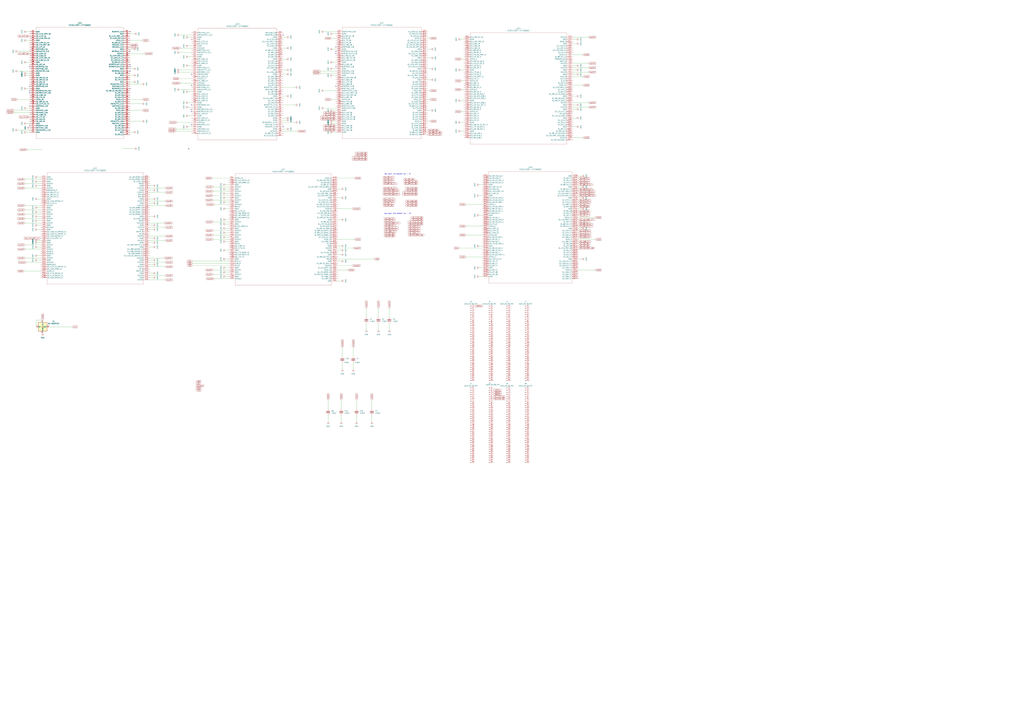
<source format=kicad_sch>
(kicad_sch (version 20231120) (generator "eeschema") (generator_version "8.0")
  (paper "A0")
  (lib_symbols
    (symbol "Connector:Conn_01x35_Pin" (pin_names (offset 1.016) hide)
      (property "Reference" "J" (at 0 45.72 0))
      (property "Value" "Conn_01x35_Pin" (at 0 -45.72 0))
      (symbol "Conn_01x35_Pin_1_1"
        (pin passive line (at 5.08 43.18 180) (length 3.81) (name "Pin_1") (number "1"))
        (pin passive line (at 5.08 20.32 180) (length 3.81) (name "Pin_10") (number "10"))
        (pin passive line (at 5.08 17.78 180) (length 3.81) (name "Pin_11") (number "11"))
        (pin passive line (at 5.08 15.24 180) (length 3.81) (name "Pin_12") (number "12"))
        (pin passive line (at 5.08 12.7 180) (length 3.81) (name "Pin_13") (number "13"))
        (pin passive line (at 5.08 10.16 180) (length 3.81) (name "Pin_14") (number "14"))
        (pin passive line (at 5.08 7.62 180) (length 3.81) (name "Pin_15") (number "15"))
        (pin passive line (at 5.08 5.08 180) (length 3.81) (name "Pin_16") (number "16"))
        (pin passive line (at 5.08 2.54 180) (length 3.81) (name "Pin_17") (number "17"))
        (pin passive line (at 5.08 0 180) (length 3.81) (name "Pin_18") (number "18"))
        (pin passive line (at 5.08 -2.54 180) (length 3.81) (name "Pin_19") (number "19"))
        (pin passive line (at 5.08 40.64 180) (length 3.81) (name "Pin_2") (number "2"))
        (pin passive line (at 5.08 -5.08 180) (length 3.81) (name "Pin_20") (number "20"))
        (pin passive line (at 5.08 -7.62 180) (length 3.81) (name "Pin_21") (number "21"))
        (pin passive line (at 5.08 -10.16 180) (length 3.81) (name "Pin_22") (number "22"))
        (pin passive line (at 5.08 -12.7 180) (length 3.81) (name "Pin_23") (number "23"))
        (pin passive line (at 5.08 -15.24 180) (length 3.81) (name "Pin_24") (number "24"))
        (pin passive line (at 5.08 -17.78 180) (length 3.81) (name "Pin_25") (number "25"))
        (pin passive line (at 5.08 -20.32 180) (length 3.81) (name "Pin_26") (number "26"))
        (pin passive line (at 5.08 -22.86 180) (length 3.81) (name "Pin_27") (number "27"))
        (pin passive line (at 5.08 -25.4 180) (length 3.81) (name "Pin_28") (number "28"))
        (pin passive line (at 5.08 -27.94 180) (length 3.81) (name "Pin_29") (number "29"))
        (pin passive line (at 5.08 38.1 180) (length 3.81) (name "Pin_3") (number "3"))
        (pin passive line (at 5.08 -30.48 180) (length 3.81) (name "Pin_30") (number "30"))
        (pin passive line (at 5.08 -33.02 180) (length 3.81) (name "Pin_31") (number "31"))
        (pin passive line (at 5.08 -35.56 180) (length 3.81) (name "Pin_32") (number "32"))
        (pin passive line (at 5.08 -38.1 180) (length 3.81) (name "Pin_33") (number "33"))
        (pin passive line (at 5.08 -40.64 180) (length 3.81) (name "Pin_34") (number "34"))
        (pin passive line (at 5.08 -43.18 180) (length 3.81) (name "Pin_35") (number "35"))
        (pin passive line (at 5.08 35.56 180) (length 3.81) (name "Pin_4") (number "4"))
        (pin passive line (at 5.08 33.02 180) (length 3.81) (name "Pin_5") (number "5"))
        (pin passive line (at 5.08 30.48 180) (length 3.81) (name "Pin_6") (number "6"))
        (pin passive line (at 5.08 27.94 180) (length 3.81) (name "Pin_7") (number "7"))
        (pin passive line (at 5.08 25.4 180) (length 3.81) (name "Pin_8") (number "8"))
        (pin passive line (at 5.08 22.86 180) (length 3.81) (name "Pin_9") (number "9"))
      )
    )
    (symbol "Device:C" (pin_numbers hide) (pin_names (offset 0.254))
      (property "Reference" "C" (at 0.635 2.54 0))
      (property "Value" "C" (at 0.635 -2.54 0))
      (symbol "C_1_1"
        (pin passive line (at 0 3.81 270) (length 2.794) (name "~") (number "1"))
        (pin passive line (at 0 -3.81 90) (length 2.794) (name "~") (number "2"))
      )
    )
    (symbol "Oscillator:SG-5032CCN" (pin_names (offset 0.254))
      (property "Reference" "X" (at -5.08 6.35 0))
      (property "Value" "SG-5032CCN" (at 1.27 -6.35 0))
      (symbol "SG-5032CCN_1_1"
        (pin input line (at -7.62 0 0) (length 2.54) (name "OE") (number "1"))
        (pin power_in line (at 0 -7.62 90) (length 2.54) (name "GND") (number "2"))
        (pin output line (at 7.62 0 180) (length 2.54) (name "OUT") (number "3"))
        (pin power_in line (at 0 7.62 270) (length 2.54) (name "Vcc") (number "4"))
      )
    )
    (symbol "digikeyvirtex:XC5VLX30T-1FFG665C" (pin_names (offset 0.254))
      (property "Reference" "U" (at 58.42 10.16 0))
      (property "Value" "XC5VLX30T-1FFG665C" (at 58.42 7.62 0))
      (symbol "XC5VLX30T-1FFG665C_1_1"
        (pin power_in line (at 0 0 0) (length 7.62) (name "GND") (number "A2"))
        (pin bidirectional line (at 0 -2.54 0) (length 7.62) (name "IO_L14N_VREF_16") (number "A3"))
        (pin bidirectional line (at 0 -5.08 0) (length 7.62) (name "IO_L14P_16") (number "A4"))
        (pin bidirectional line (at 0 -7.62 0) (length 7.62) (name "IO_L12N_VRP_16") (number "A5"))
        (pin power_in line (at 0 -10.16 0) (length 7.62) (name "GND") (number "A6"))
        (pin bidirectional line (at 0 -12.7 0) (length 7.62) (name "IO_L10P_CC_16") (number "A7"))
        (pin bidirectional line (at 0 -15.24 0) (length 7.62) (name "IO_L4N_VREF_16") (number "A8"))
        (pin bidirectional line (at 0 -17.78 0) (length 7.62) (name "IO_L4P_16") (number "A9"))
        (pin output line (at 0 -20.32 0) (length 7.62) (name "MGTTXP0_116") (number "B2"))
        (pin power_in line (at 0 -22.86 0) (length 7.62) (name "MGTAVTTTX_116") (number "B3"))
        (pin bidirectional line (at 0 -25.4 0) (length 7.62) (name "IO_L16P_16") (number "B4"))
        (pin bidirectional line (at 0 -27.94 0) (length 7.62) (name "IO_L16N_16") (number "B5"))
        (pin bidirectional line (at 0 -30.48 0) (length 7.62) (name "IO_L12P_VRN_16") (number "B6"))
        (pin bidirectional line (at 0 -33.02 0) (length 7.62) (name "IO_L10N_CC_16") (number "B7"))
        (pin power_in line (at 0 -35.56 0) (length 7.62) (name "GND") (number "B8"))
        (pin bidirectional line (at 0 -38.1 0) (length 7.62) (name "IO_L6P_16") (number "B9"))
        (pin input line (at 0 -40.64 0) (length 7.62) (name "MGTRXP0_116") (number "C1"))
        (pin output line (at 0 -43.18 0) (length 7.62) (name "MGTTXN0_116") (number "C2"))
        (pin power_in line (at 0 -45.72 0) (length 7.62) (name "MGTAVTTRX_116") (number "C3"))
        (pin power_in line (at 0 -48.26 0) (length 7.62) (name "GND") (number "C4"))
        (pin power_in line (at 0 -50.8 0) (length 7.62) (name "GND") (number "C5"))
        (pin bidirectional line (at 0 -53.34 0) (length 7.62) (name "IO_L9N_CC_16") (number "C6"))
        (pin bidirectional line (at 0 -55.88 0) (length 7.62) (name "IO_L9P_CC_16") (number "C7"))
        (pin bidirectional line (at 0 -58.42 0) (length 7.62) (name "IO_L6N_16") (number "C8"))
        (pin bidirectional line (at 0 -60.96 0) (length 7.62) (name "IO_L8P_CC_16") (number "C9"))
        (pin input line (at 0 -63.5 0) (length 7.62) (name "MGTRXN0_116") (number "D1"))
        (pin power_in line (at 0 -66.04 0) (length 7.62) (name "GND") (number "D2"))
        (pin input line (at 0 -68.58 0) (length 7.62) (name "MGTREFCLKN_116") (number "D3"))
        (pin input line (at 0 -71.12 0) (length 7.62) (name "MGTREFCLKP_116") (number "D4"))
        (pin bidirectional line (at 0 -73.66 0) (length 7.62) (name "IO_L18P_16") (number "D5"))
        (pin bidirectional line (at 0 -76.2 0) (length 7.62) (name "IO_L7N_16") (number "D6"))
        (pin power_in line (at 0 -78.74 0) (length 7.62) (name "VCCO_16") (number "D7"))
        (pin bidirectional line (at 0 -81.28 0) (length 7.62) (name "IO_L8N_CC_16") (number "D8"))
        (pin bidirectional line (at 0 -83.82 0) (length 7.62) (name "IO_L11P_CC_16") (number "D9"))
        (pin input line (at 0 -86.36 0) (length 7.62) (name "MGTRXN1_116") (number "E1"))
        (pin power_in line (at 0 -88.9 0) (length 7.62) (name "GND") (number "E2"))
        (pin power_in line (at 0 -91.44 0) (length 7.62) (name "MGTAVCC_116") (number "E3"))
        (pin power_in line (at 0 -93.98 0) (length 7.62) (name "MGTAVCC_116") (number "E4"))
        (pin bidirectional line (at 0 -96.52 0) (length 7.62) (name "IO_L18N_16") (number "E5"))
        (pin bidirectional line (at 0 -99.06 0) (length 7.62) (name "IO_L7P_16") (number "E6"))
        (pin bidirectional line (at 0 -101.6 0) (length 7.62) (name "IO_L5N_16") (number "E7"))
        (pin bidirectional line (at 0 -104.14 0) (length 7.62) (name "IO_L5P_16") (number "E8"))
        (pin power_in line (at 0 -106.68 0) (length 7.62) (name "GND") (number "E9"))
        (pin input line (at 0 -109.22 0) (length 7.62) (name "MGTRXP1_116") (number "F1"))
        (pin output line (at 0 -111.76 0) (length 7.62) (name "MGTTXN1_116") (number "F2"))
        (pin power_in line (at 0 -114.3 0) (length 7.62) (name "MGTAVCCPLL_116") (number "F3"))
        (pin power_in line (at 0 -116.84 0) (length 7.62) (name "GND") (number "F4"))
        (pin bidirectional line (at 116.84 -119.38 180) (length 7.62) (name "IO_L3N_12") (number "F5"))
        (pin power_in line (at 116.84 -116.84 180) (length 7.62) (name "GND") (number "F6"))
        (pin bidirectional line (at 116.84 -114.3 180) (length 7.62) (name "IO_L1P_16") (number "F7"))
        (pin bidirectional line (at 116.84 -111.76 180) (length 7.62) (name "IO_L1N_16") (number "F8"))
        (pin bidirectional line (at 116.84 -109.22 180) (length 7.62) (name "IO_L2P_16") (number "F9"))
        (pin output line (at 116.84 -106.68 180) (length 7.62) (name "MGTTXP1_116") (number "G2"))
        (pin power_in line (at 116.84 -104.14 180) (length 7.62) (name "MGTAVTTTX_116") (number "G3"))
        (pin bidirectional line (at 116.84 -101.6 180) (length 7.62) (name "IO_L5P_12") (number "G4"))
        (pin bidirectional line (at 116.84 -99.06 180) (length 7.62) (name "IO_L3P_12") (number "G5"))
        (pin bidirectional line (at 116.84 -96.52 180) (length 7.62) (name "IO_L1P_12") (number "G6"))
        (pin bidirectional line (at 116.84 -93.98 180) (length 7.62) (name "IO_L0N_16") (number "G7"))
        (pin power_in line (at 116.84 -91.44 180) (length 7.62) (name "VCCO_16") (number "G8"))
        (pin bidirectional line (at 116.84 -88.9 180) (length 7.62) (name "IO_L2N_16") (number "G9"))
        (pin output line (at 116.84 -86.36 180) (length 7.62) (name "MGTTXP0_112") (number "H2"))
        (pin power_in line (at 116.84 -83.82 180) (length 7.62) (name "MGTAVTTTX_112") (number "H3"))
        (pin bidirectional line (at 116.84 -81.28 180) (length 7.62) (name "IO_L5N_12") (number "H4"))
        (pin power_in line (at 116.84 -78.74 180) (length 7.62) (name "VCCO_12") (number "H5"))
        (pin bidirectional line (at 116.84 -76.2 180) (length 7.62) (name "IO_L1N_12") (number "H6"))
        (pin bidirectional line (at 116.84 -73.66 180) (length 7.62) (name "IO_L0P_16") (number "H7"))
        (pin bidirectional line (at 116.84 -71.12 180) (length 7.62) (name "IO_L3P_16") (number "H8"))
        (pin bidirectional line (at 116.84 -68.58 180) (length 7.62) (name "IO_L9N_CC_A0_D16_1") (number "H9"))
        (pin input line (at 116.84 -66.04 180) (length 7.62) (name "MGTRXP0_112") (number "J1"))
        (pin output line (at 116.84 -63.5 180) (length 7.62) (name "MGTTXN0_112") (number "J2"))
        (pin power_in line (at 116.84 -60.96 180) (length 7.62) (name "MGTAVTTRX_112") (number "J3"))
        (pin power_in line (at 116.84 -58.42 180) (length 7.62) (name "GND") (number "J4"))
        (pin bidirectional line (at 116.84 -55.88 180) (length 7.62) (name "IO_L7P_12") (number "J5"))
        (pin bidirectional line (at 116.84 -53.34 180) (length 7.62) (name "IO_L7N_12") (number "J6"))
        (pin power_in line (at 116.84 -50.8 180) (length 7.62) (name "GND") (number "J7"))
        (pin bidirectional line (at 116.84 -48.26 180) (length 7.62) (name "IO_L3N_16") (number "J8"))
        (pin input line (at 116.84 -45.72 180) (length 7.62) (name "MGTRXN0_112") (number "K1"))
        (pin power_in line (at 116.84 -43.18 180) (length 7.62) (name "GND") (number "K2"))
        (pin input line (at 116.84 -40.64 180) (length 7.62) (name "MGTREFCLKN_112") (number "K3"))
        (pin input line (at 116.84 -38.1 180) (length 7.62) (name "MGTREFCLKP_112") (number "K4"))
        (pin bidirectional line (at 116.84 -35.56 180) (length 7.62) (name "IO_L9P_CC_12") (number "K5"))
        (pin bidirectional line (at 116.84 -33.02 180) (length 7.62) (name "IO_L10P_CC_12") (number "K6"))
        (pin bidirectional line (at 116.84 -30.48 180) (length 7.62) (name "IO_L10N_CC_12") (number "K7"))
        (pin bidirectional line (at 116.84 -27.94 180) (length 7.62) (name "IO_L12P_VRN_12") (number "K8"))
        (pin power_in line (at 116.84 -25.4 180) (length 7.62) (name "VCCAUX") (number "K9"))
        (pin input line (at 116.84 -22.86 180) (length 7.62) (name "MGTRXN1_112") (number "L1"))
        (pin power_in line (at 116.84 -20.32 180) (length 7.62) (name "GND") (number "L2"))
        (pin power_in line (at 116.84 -17.78 180) (length 7.62) (name "MGTAVCC_112") (number "L3"))
        (pin power_in line (at 116.84 -15.24 180) (length 7.62) (name "MGTAVCC_112") (number "L4"))
        (pin bidirectional line (at 116.84 -12.7 180) (length 7.62) (name "IO_L9N_CC_12") (number "L5"))
        (pin power_in line (at 116.84 -10.16 180) (length 7.62) (name "VCCO_12") (number "L6"))
        (pin bidirectional line (at 116.84 -7.62 180) (length 7.62) (name "IO_L12N_VRP_12") (number "L7"))
        (pin bidirectional line (at 116.84 -5.08 180) (length 7.62) (name "IO_L14N_VREF_12") (number "L8"))
        (pin power_in line (at 116.84 -2.54 180) (length 7.62) (name "GND") (number "L9"))
        (pin input line (at 116.84 0 180) (length 7.62) (name "MGTRXP1_112") (number "M1"))
      )
      (symbol "XC5VLX30T-1FFG665C_2_1"
        (pin bidirectional line (at 106.68 -45.72 180) (length 7.62) (name "IO_L13N_16") (number "A10"))
        (pin power_in line (at 106.68 -43.18 180) (length 7.62) (name "GND") (number "A11"))
        (pin bidirectional line (at 106.68 -40.64 180) (length 7.62) (name "IO_L15N_16") (number "A12"))
        (pin bidirectional line (at 106.68 -38.1 180) (length 7.62) (name "IO_L1N_15") (number "A13"))
        (pin bidirectional line (at 106.68 -35.56 180) (length 7.62) (name "IO_L2P_15") (number "A14"))
        (pin bidirectional line (at 106.68 -33.02 180) (length 7.62) (name "IO_L2N_15") (number "A15"))
        (pin power_in line (at 106.68 -30.48 180) (length 7.62) (name "GND") (number "A16"))
        (pin bidirectional line (at 106.68 -27.94 180) (length 7.62) (name "IO_L5N_15") (number "A17"))
        (pin bidirectional line (at 106.68 -25.4 180) (length 7.62) (name "IO_L6P_15") (number "A18"))
        (pin bidirectional line (at 106.68 -22.86 180) (length 7.62) (name "IO_L6N_15") (number "A19"))
        (pin bidirectional line (at 106.68 -20.32 180) (length 7.62) (name "IO_L8P_CC_15") (number "A20"))
        (pin power_in line (at 106.68 -17.78 180) (length 7.62) (name "GND") (number "A21"))
        (pin bidirectional line (at 106.68 -15.24 180) (length 7.62) (name "IO_L13N_15") (number "A22"))
        (pin bidirectional line (at 106.68 -12.7 180) (length 7.62) (name "IO_L14P_15") (number "A23"))
        (pin bidirectional line (at 106.68 -10.16 180) (length 7.62) (name "IO_L14N_VREF_15") (number "A24"))
        (pin bidirectional line (at 106.68 -7.62 180) (length 7.62) (name "IO_L17N_15") (number "A25"))
        (pin power_in line (at 106.68 -5.08 180) (length 7.62) (name "GND") (number "A26"))
        (pin input line (at 106.68 -2.54 180) (length 7.62) (name "MGTRXP0_118") (number "AA1"))
        (pin output line (at 106.68 0 180) (length 7.62) (name "MGTTXN0_118") (number "AA2"))
        (pin output line (at 0 0 0) (length 7.62) (name "MGTTXN1_112") (number "M2"))
        (pin power_in line (at 0 -2.54 0) (length 7.62) (name "MGTAVCCPLL_112") (number "M3"))
        (pin power_in line (at 0 -5.08 0) (length 7.62) (name "GND") (number "M4"))
        (pin no_connect line (at 0 -7.62 0) (length 7.62) (name "NC") (number "M5"))
        (pin bidirectional line (at 0 -10.16 0) (length 7.62) (name "IO_L17P_12") (number "M6"))
        (pin bidirectional line (at 0 -12.7 0) (length 7.62) (name "IO_L14P_12") (number "M7"))
        (pin power_in line (at 0 -15.24 0) (length 7.62) (name "GND") (number "M8"))
        (pin power_in line (at 0 -17.78 0) (length 7.62) (name "VCCAUX") (number "M9"))
        (pin output line (at 0 -20.32 0) (length 7.62) (name "MGTTXP1_112") (number "N2"))
        (pin power_in line (at 0 -22.86 0) (length 7.62) (name "MGTAVTTTX_112") (number "N3"))
        (pin unspecified line (at 0 -25.4 0) (length 7.62) (name "FLOAT") (number "N4"))
        (pin power_in line (at 0 -27.94 0) (length 7.62) (name "GND") (number "N5"))
        (pin bidirectional line (at 0 -30.48 0) (length 7.62) (name "IO_L16N_12") (number "N6"))
        (pin bidirectional line (at 0 -33.02 0) (length 7.62) (name "IO_L17N_12") (number "N7"))
        (pin bidirectional line (at 0 -35.56 0) (length 7.62) (name "IO_L18P_12") (number "N8"))
        (pin power_in line (at 0 -38.1 0) (length 7.62) (name "GND") (number "N9"))
        (pin output line (at 0 -40.64 0) (length 7.62) (name "MGTTXP0_114") (number "P2"))
        (pin power_in line (at 0 -43.18 0) (length 7.62) (name "MGTAVTTTX_114") (number "P3"))
        (pin input line (at 0 -45.72 0) (length 7.62) (name "MGTRREF_112") (number "P4"))
        (pin power_in line (at 0 -48.26 0) (length 7.62) (name "MGTAVTTRXC") (number "P5"))
        (pin bidirectional line (at 0 -50.8 0) (length 7.62) (name "IO_L16P_12") (number "P6"))
        (pin power_in line (at 0 -53.34 0) (length 7.62) (name "VCCO_12") (number "P7"))
        (pin bidirectional line (at 0 -55.88 0) (length 7.62) (name "IO_L18N_12") (number "P8"))
        (pin power_in line (at 0 -58.42 0) (length 7.62) (name "VCCAUX") (number "P9"))
        (pin input line (at 0 -60.96 0) (length 7.62) (name "MGTRXP0_114") (number "R1"))
        (pin output line (at 0 -63.5 0) (length 7.62) (name "MGTTXN0_114") (number "R2"))
        (pin power_in line (at 0 -66.04 0) (length 7.62) (name "MGTAVTTRX_114") (number "R3"))
        (pin power_in line (at 0 -68.58 0) (length 7.62) (name "GND") (number "R4"))
        (pin bidirectional line (at 0 -71.12 0) (length 7.62) (name "IO_L13N_12") (number "R5"))
        (pin bidirectional line (at 0 -73.66 0) (length 7.62) (name "IO_L15P_12") (number "R6"))
        (pin bidirectional line (at 0 -76.2 0) (length 7.62) (name "IO_L19N_12") (number "R7"))
        (pin bidirectional line (at 0 -78.74 0) (length 7.62) (name "IO_L19P_12") (number "R8"))
        (pin power_in line (at 0 -81.28 0) (length 7.62) (name "GND") (number "R9"))
        (pin input line (at 0 -83.82 0) (length 7.62) (name "MGTRXN0_114") (number "T1"))
        (pin power_in line (at 0 -86.36 0) (length 7.62) (name "GND") (number "T2"))
        (pin input line (at 0 -88.9 0) (length 7.62) (name "MGTREFCLKN_114") (number "T3"))
        (pin input line (at 0 -91.44 0) (length 7.62) (name "MGTREFCLKP_114") (number "T4"))
        (pin bidirectional line (at 0 -93.98 0) (length 7.62) (name "IO_L13P_12") (number "T5"))
        (pin power_in line (at 0 -96.52 0) (length 7.62) (name "GND") (number "T6"))
        (pin bidirectional line (at 0 -99.06 0) (length 7.62) (name "IO_L15N_12") (number "T7"))
        (pin bidirectional line (at 0 -101.6 0) (length 7.62) (name "IO_L8N_CC_12") (number "T8"))
        (pin power_in line (at 0 -104.14 0) (length 7.62) (name "VCCAUX") (number "T9"))
        (pin input line (at 0 -106.68 0) (length 7.62) (name "MGTRXN1_114") (number "U1"))
        (pin power_in line (at 0 -109.22 0) (length 7.62) (name "GND") (number "U2"))
        (pin power_in line (at 0 -111.76 0) (length 7.62) (name "MGTAVCC_114") (number "U3"))
        (pin power_in line (at 0 -114.3 0) (length 7.62) (name "MGTAVCC_114") (number "U4"))
        (pin bidirectional line (at 0 -116.84 0) (length 7.62) (name "IO_L11N_CC_12") (number "U5"))
        (pin bidirectional line (at 106.68 -119.38 180) (length 7.62) (name "IO_L11P_CC_12") (number "U6"))
        (pin bidirectional line (at 106.68 -116.84 180) (length 7.62) (name "IO_L8P_CC_12") (number "U7"))
        (pin power_in line (at 106.68 -114.3 180) (length 7.62) (name "VCCAUX") (number "U8"))
        (pin power_in line (at 106.68 -111.76 180) (length 7.62) (name "GND") (number "U9"))
        (pin input line (at 106.68 -109.22 180) (length 7.62) (name "MGTRXP1_114") (number "V1"))
        (pin output line (at 106.68 -106.68 180) (length 7.62) (name "MGTTXN1_114") (number "V2"))
        (pin power_in line (at 106.68 -104.14 180) (length 7.62) (name "MGTAVCCPLL_114") (number "V3"))
        (pin power_in line (at 106.68 -101.6 180) (length 7.62) (name "GND") (number "V4"))
        (pin power_in line (at 106.68 -99.06 180) (length 7.62) (name "GND") (number "V5"))
        (pin bidirectional line (at 106.68 -96.52 180) (length 7.62) (name "IO_L6P_12") (number "V6"))
        (pin bidirectional line (at 106.68 -93.98 180) (length 7.62) (name "IO_L6N_12") (number "V7"))
        (pin bidirectional line (at 106.68 -91.44 180) (length 7.62) (name "IO_L1P_18") (number "V8"))
        (pin bidirectional line (at 106.68 -88.9 180) (length 7.62) (name "IO_L1N_18") (number "V9"))
        (pin output line (at 106.68 -86.36 180) (length 7.62) (name "MGTTXP1_114") (number "W2"))
        (pin power_in line (at 106.68 -83.82 180) (length 7.62) (name "MGTAVTTTX_114") (number "W3"))
        (pin bidirectional line (at 106.68 -81.28 180) (length 7.62) (name "IO_L2N_12") (number "W4"))
        (pin bidirectional line (at 106.68 -78.74 180) (length 7.62) (name "IO_L4P_12") (number "W5"))
        (pin bidirectional line (at 106.68 -76.2 180) (length 7.62) (name "IO_L4N_VREF_12") (number "W6"))
        (pin power_in line (at 106.68 -73.66 180) (length 7.62) (name "GND") (number "W7"))
        (pin bidirectional line (at 106.68 -71.12 180) (length 7.62) (name "IO_L3N_18") (number "W8"))
        (pin bidirectional line (at 106.68 -68.58 180) (length 7.62) (name "IO_L3P_18") (number "W9"))
        (pin output line (at 106.68 -66.04 180) (length 7.62) (name "MGTTXP0_118") (number "Y2"))
        (pin power_in line (at 106.68 -63.5 180) (length 7.62) (name "MGTAVTTTX_118") (number "Y3"))
        (pin bidirectional line (at 106.68 -60.96 180) (length 7.62) (name "IO_L2P_12") (number "Y4"))
        (pin bidirectional line (at 106.68 -58.42 180) (length 7.62) (name "IO_L0N_12") (number "Y5"))
        (pin bidirectional line (at 106.68 -55.88 180) (length 7.62) (name "IO_L0P_12") (number "Y6"))
        (pin bidirectional line (at 106.68 -53.34 180) (length 7.62) (name "IO_L5P_18") (number "Y7"))
        (pin bidirectional line (at 106.68 -50.8 180) (length 7.62) (name "IO_L5N_18") (number "Y8"))
        (pin power_in line (at 106.68 -48.26 180) (length 7.62) (name "GND") (number "Y9"))
      )
      (symbol "XC5VLX30T-1FFG665C_3_1"
        (pin power_in line (at 0 0 0) (length 7.62) (name "MGTAVTTRX_118") (number "AA3"))
        (pin power_in line (at 0 -2.54 0) (length 7.62) (name "GND") (number "AA4"))
        (pin bidirectional line (at 0 -5.08 0) (length 7.62) (name "IO_L9P_CC_18") (number "AA5"))
        (pin power_in line (at 0 -7.62 0) (length 7.62) (name "VCCO_18") (number "AA6"))
        (pin bidirectional line (at 0 -10.16 0) (length 7.62) (name "IO_L7P_18") (number "AA7"))
        (pin bidirectional line (at 0 -12.7 0) (length 7.62) (name "IO_L7N_18") (number "AA8"))
        (pin bidirectional line (at 0 -15.24 0) (length 7.62) (name "IO_L19N_18") (number "AA9"))
        (pin input line (at 0 -17.78 0) (length 7.62) (name "MGTRXN0_118") (number "AB1"))
        (pin power_in line (at 0 -20.32 0) (length 7.62) (name "GND") (number "AB2"))
        (pin input line (at 0 -22.86 0) (length 7.62) (name "MGTREFCLKN_118") (number "AB3"))
        (pin input line (at 0 -25.4 0) (length 7.62) (name "MGTREFCLKP_118") (number "AB4"))
        (pin bidirectional line (at 0 -27.94 0) (length 7.62) (name "IO_L9N_CC_18") (number "AB5"))
        (pin bidirectional line (at 0 -30.48 0) (length 7.62) (name "IO_L10P_CC_18") (number "AB6"))
        (pin bidirectional line (at 0 -33.02 0) (length 7.62) (name "IO_L10N_CC_18") (number "AB7"))
        (pin power_in line (at 0 -35.56 0) (length 7.62) (name "GND") (number "AB8"))
        (pin bidirectional line (at 0 -38.1 0) (length 7.62) (name "IO_L19P_18") (number "AB9"))
        (pin input line (at 0 -40.64 0) (length 7.62) (name "MGTRXN1_118") (number "AC1"))
        (pin power_in line (at 0 -43.18 0) (length 7.62) (name "GND") (number "AC2"))
        (pin power_in line (at 0 -45.72 0) (length 7.62) (name "MGTAVCC_118") (number "AC3"))
        (pin power_in line (at 0 -48.26 0) (length 7.62) (name "MGTAVCC_118") (number "AC4"))
        (pin power_in line (at 0 -50.8 0) (length 7.62) (name "GND") (number "AC5"))
        (pin bidirectional line (at 0 -53.34 0) (length 7.62) (name "IO_L12P_VRN_18") (number "AC6"))
        (pin bidirectional line (at 0 -55.88 0) (length 7.62) (name "IO_L16N_18") (number "AC7"))
        (pin bidirectional line (at 0 -58.42 0) (length 7.62) (name "IO_L17P_18") (number "AC8"))
        (pin bidirectional line (at 0 -60.96 0) (length 7.62) (name "IO_L18N_18") (number "AC9"))
        (pin input line (at 0 -63.5 0) (length 7.62) (name "MGTRXP1_118") (number "AD1"))
        (pin output line (at 0 -66.04 0) (length 7.62) (name "MGTTXN1_118") (number "AD2"))
        (pin power_in line (at 0 -68.58 0) (length 7.62) (name "MGTAVCCPLL_118") (number "AD3"))
        (pin bidirectional line (at 0 -71.12 0) (length 7.62) (name "IO_L14N_VREF_18") (number "AD4"))
        (pin bidirectional line (at 0 -73.66 0) (length 7.62) (name "IO_L12N_VRP_18") (number "AD5"))
        (pin bidirectional line (at 0 -76.2 0) (length 7.62) (name "IO_L16P_18") (number "AD6"))
        (pin power_in line (at 0 -78.74 0) (length 7.62) (name "VCCO_18") (number "AD7"))
        (pin bidirectional line (at 0 -81.28 0) (length 7.62) (name "IO_L17N_18") (number "AD8"))
        (pin bidirectional line (at 0 -83.82 0) (length 7.62) (name "IO_L18P_18") (number "AD9"))
        (pin output line (at 0 -86.36 0) (length 7.62) (name "MGTTXP1_118") (number "AE2"))
        (pin power_in line (at 0 -88.9 0) (length 7.62) (name "MGTAVTTTX_118") (number "AE3"))
        (pin power_in line (at 0 -91.44 0) (length 7.62) (name "GND") (number "AE4"))
        (pin bidirectional line (at 0 -93.98 0) (length 7.62) (name "IO_L14P_18") (number "AE5"))
        (pin bidirectional line (at 0 -96.52 0) (length 7.62) (name "IO_L13P_18") (number "AE6"))
        (pin bidirectional line (at 0 -99.06 0) (length 7.62) (name "IO_L11N_CC_18") (number "AE7"))
        (pin bidirectional line (at 0 -101.6 0) (length 7.62) (name "IO_L11P_CC_18") (number "AE8"))
        (pin power_in line (at 0 -104.14 0) (length 7.62) (name "GND") (number "AE9"))
        (pin power_in line (at 0 -106.68 0) (length 7.62) (name "GND") (number "AF2"))
        (pin bidirectional line (at 0 -109.22 0) (length 7.62) (name "IO_L15N_18") (number "AF3"))
        (pin bidirectional line (at 0 -111.76 0) (length 7.62) (name "IO_L15P_18") (number "AF4"))
        (pin bidirectional line (at 0 -114.3 0) (length 7.62) (name "IO_L13N_18") (number "AF5"))
        (pin power_in line (at 0 -116.84 0) (length 7.62) (name "GND") (number "AF6"))
        (pin bidirectional line (at 106.68 -119.38 180) (length 7.62) (name "IO_L8P_CC_18") (number "AF7"))
        (pin bidirectional line (at 106.68 -116.84 180) (length 7.62) (name "IO_L8N_CC_18") (number "AF8"))
        (pin bidirectional line (at 106.68 -114.3 180) (length 7.62) (name "IO_L6P_18") (number "AF9"))
        (pin bidirectional line (at 106.68 -111.76 180) (length 7.62) (name "IO_L13P_16") (number "B10"))
        (pin bidirectional line (at 106.68 -109.22 180) (length 7.62) (name "IO_L15P_16") (number "B11"))
        (pin bidirectional line (at 106.68 -106.68 180) (length 7.62) (name "IO_L17P_16") (number "B12"))
        (pin power_in line (at 106.68 -104.14 180) (length 7.62) (name "VCCO_1") (number "B13"))
        (pin bidirectional line (at 106.68 -101.6 180) (length 7.62) (name "IO_L1P_15") (number "B14"))
        (pin bidirectional line (at 106.68 -99.06 180) (length 7.62) (name "IO_L3P_15") (number "B15"))
        (pin bidirectional line (at 106.68 -96.52 180) (length 7.62) (name "IO_L4P_15") (number "B16"))
        (pin bidirectional line (at 106.68 -93.98 180) (length 7.62) (name "IO_L5P_15") (number "B17"))
        (pin power_in line (at 106.68 -91.44 180) (length 7.62) (name "GND") (number "B18"))
        (pin bidirectional line (at 106.68 -88.9 180) (length 7.62) (name "IO_L7P_15") (number "B19"))
        (pin bidirectional line (at 106.68 -86.36 180) (length 7.62) (name "IO_L8N_CC_15") (number "B20"))
        (pin bidirectional line (at 106.68 -83.82 180) (length 7.62) (name "IO_L11P_CC_15") (number "B21"))
        (pin bidirectional line (at 106.68 -81.28 180) (length 7.62) (name "IO_L13P_15") (number "B22"))
        (pin power_in line (at 106.68 -78.74 180) (length 7.62) (name "VCCO_15") (number "B23"))
        (pin bidirectional line (at 106.68 -76.2 180) (length 7.62) (name "IO_L15P_15") (number "B24"))
        (pin bidirectional line (at 106.68 -73.66 180) (length 7.62) (name "IO_L17P_15") (number "B25"))
        (pin bidirectional line (at 106.68 -71.12 180) (length 7.62) (name "IO_L18P_15") (number "B26"))
        (pin power_in line (at 106.68 -68.58 180) (length 7.62) (name "VCCO_16") (number "C10"))
        (pin bidirectional line (at 106.68 -66.04 180) (length 7.62) (name "IO_L19P_16") (number "C11"))
        (pin bidirectional line (at 106.68 -63.5 180) (length 7.62) (name "IO_L17N_16") (number "C12"))
        (pin bidirectional line (at 106.68 -60.96 180) (length 7.62) (name "IO_L0P_15") (number "C13"))
        (pin bidirectional line (at 106.68 -58.42 180) (length 7.62) (name "IO_L0N_15") (number "C14"))
        (pin power_in line (at 106.68 -55.88 180) (length 7.62) (name "GND") (number "C15"))
        (pin bidirectional line (at 106.68 -53.34 180) (length 7.62) (name "IO_L3N_15") (number "C16"))
        (pin bidirectional line (at 106.68 -50.8 180) (length 7.62) (name "IO_L4N_VREF_15") (number "C17"))
        (pin bidirectional line (at 106.68 -48.26 180) (length 7.62) (name "IO_L7N_15") (number "C18"))
        (pin bidirectional line (at 106.68 -45.72 180) (length 7.62) (name "IO_L9P_CC_15") (number "C19"))
        (pin power_in line (at 106.68 -43.18 180) (length 7.62) (name "GND") (number "C20"))
        (pin bidirectional line (at 106.68 -40.64 180) (length 7.62) (name "IO_L11N_CC_15") (number "C21"))
        (pin bidirectional line (at 106.68 -38.1 180) (length 7.62) (name "IO_L12N_VRP_15") (number "C22"))
        (pin bidirectional line (at 106.68 -35.56 180) (length 7.62) (name "IO_L15N_15") (number "C23"))
        (pin bidirectional line (at 106.68 -33.02 180) (length 7.62) (name "IO_L16N_15") (number "C24"))
        (pin power_in line (at 106.68 -30.48 180) (length 7.62) (name "GND") (number "C25"))
        (pin bidirectional line (at 106.68 -27.94 180) (length 7.62) (name "IO_L18N_15") (number "C26"))
        (pin bidirectional line (at 106.68 -25.4 180) (length 7.62) (name "IO_L11N_CC_16") (number "D10"))
        (pin bidirectional line (at 106.68 -22.86 180) (length 7.62) (name "IO_L19N_16") (number "D11"))
        (pin power_in line (at 106.68 -20.32 180) (length 7.62) (name "GND") (number "D12"))
        (pin bidirectional line (at 106.68 -17.78 180) (length 7.62) (name "IO_L2N_GC_VRP_3") (number "D13"))
        (pin bidirectional line (at 106.68 -15.24 180) (length 7.62) (name "IO_L2P_GC_VRN_3") (number "D14"))
        (pin bidirectional line (at 106.68 -12.7 180) (length 7.62) (name "IO_L0P_CC_GC_3") (number "D15"))
        (pin bidirectional line (at 106.68 -10.16 180) (length 7.62) (name "IO_L1P_CC_GC_3") (number "D16"))
        (pin power_in line (at 106.68 -7.62 180) (length 7.62) (name "VCCO_3") (number "D17"))
        (pin bidirectional line (at 106.68 -5.08 180) (length 7.62) (name "IO_L3N_GC_3") (number "D18"))
        (pin bidirectional line (at 106.68 -2.54 180) (length 7.62) (name "IO_L9N_CC_15") (number "D19"))
        (pin bidirectional line (at 106.68 0 180) (length 7.62) (name "IO_L10N_CC_15") (number "D20"))
      )
      (symbol "XC5VLX30T-1FFG665C_4_1"
        (pin bidirectional line (at 0 0 0) (length 7.62) (name "IO_L10P_CC_15") (number "D21"))
        (pin power_in line (at 0 -2.54 0) (length 7.62) (name "GND") (number "D22"))
        (pin bidirectional line (at 0 -5.08 0) (length 7.62) (name "IO_L12P_VRN_15") (number "D23"))
        (pin bidirectional line (at 0 -7.62 0) (length 7.62) (name "IO_L16P_15") (number "D24"))
        (pin bidirectional line (at 0 -10.16 0) (length 7.62) (name "IO_L19N_15") (number "D25"))
        (pin bidirectional line (at 0 -12.7 0) (length 7.62) (name "IO_L19P_15") (number "D26"))
        (pin bidirectional line (at 0 -15.24 0) (length 7.62) (name "IO_L8P_GC_3") (number "E10"))
        (pin bidirectional line (at 0 -17.78 0) (length 7.62) (name "IO_L6N_GC_3") (number "E11"))
        (pin bidirectional line (at 0 -20.32 0) (length 7.62) (name "IO_L4N_GC_VREF_3") (number "E12"))
        (pin bidirectional line (at 0 -22.86 0) (length 7.62) (name "IO_L4P_GC_3") (number "E13"))
        (pin power_in line (at 0 -25.4 0) (length 7.62) (name "VCCO_1") (number "E14"))
        (pin bidirectional line (at 0 -27.94 0) (length 7.62) (name "IO_L0N_CC_GC_3") (number "E15"))
        (pin bidirectional line (at 0 -30.48 0) (length 7.62) (name "IO_L1N_CC_GC_3") (number "E16"))
        (pin bidirectional line (at 0 -33.02 0) (length 7.62) (name "IO_L3P_GC_3") (number "E17"))
        (pin bidirectional line (at 0 -35.56 0) (length 7.62) (name "IO_L5P_GC_3") (number "E18"))
        (pin power_in line (at 0 -38.1 0) (length 7.62) (name "GND") (number "E19"))
        (pin bidirectional line (at 0 -40.64 0) (length 7.62) (name "IO_L7P_GC_3") (number "E20"))
        (pin bidirectional line (at 0 -43.18 0) (length 7.62) (name "IO_L7N_GC_3") (number "E21"))
        (pin bidirectional line (at 0 -45.72 0) (length 7.62) (name "IO_L4N_VREF_11") (number "E22"))
        (pin bidirectional line (at 0 -48.26 0) (length 7.62) (name "IO_L4P_11") (number "E23"))
        (pin power_in line (at 0 -50.8 0) (length 7.62) (name "VCCO_15") (number "E24"))
        (pin bidirectional line (at 0 -53.34 0) (length 7.62) (name "IO_L0N_11") (number "E25"))
        (pin bidirectional line (at 0 -55.88 0) (length 7.62) (name "IO_L0P_11") (number "E26"))
        (pin bidirectional line (at 0 -58.42 0) (length 7.62) (name "IO_L8N_GC_3") (number "F10"))
        (pin power_in line (at 0 -60.96 0) (length 7.62) (name "VCCO_0") (number "F11"))
        (pin bidirectional line (at 0 -63.5 0) (length 7.62) (name "IO_L6P_GC_3") (number "F12"))
        (pin bidirectional line (at 0 -66.04 0) (length 7.62) (name "IO_L5P_A9_D25_1") (number "F13"))
        (pin bidirectional line (at 0 -68.58 0) (length 7.62) (name "IO_L3N_A12_D28_1") (number "F14"))
        (pin bidirectional line (at 0 -71.12 0) (length 7.62) (name "IO_L3P_A13_D29_1") (number "F15"))
        (pin power_in line (at 0 -73.66 0) (length 7.62) (name "GND") (number "F16"))
        (pin bidirectional line (at 0 -76.2 0) (length 7.62) (name "IO_L2N_A14_D30_1") (number "F17"))
        (pin bidirectional line (at 0 -78.74 0) (length 7.62) (name "IO_L4P_A11_D27_1") (number "F18"))
        (pin bidirectional line (at 0 -81.28 0) (length 7.62) (name "IO_L5N_GC_3") (number "F19"))
        (pin bidirectional line (at 0 -83.82 0) (length 7.62) (name "IO_L9P_GC_3") (number "F20"))
        (pin power_in line (at 0 -86.36 0) (length 7.62) (name "VCCO_15") (number "F21"))
        (pin bidirectional line (at 0 -88.9 0) (length 7.62) (name "IO_L5N_11") (number "F22"))
        (pin bidirectional line (at 0 -91.44 0) (length 7.62) (name "IO_L5P_11") (number "F23"))
        (pin bidirectional line (at 0 -93.98 0) (length 7.62) (name "IO_L3P_11") (number "F24"))
        (pin bidirectional line (at 0 -96.52 0) (length 7.62) (name "IO_L1P_11") (number "F25"))
        (pin power_in line (at 0 -99.06 0) (length 7.62) (name "GND") (number "F26"))
        (pin bidirectional line (at 0 -101.6 0) (length 7.62) (name "IO_L9P_CC_A1_D17_1") (number "G10"))
        (pin bidirectional line (at 0 -104.14 0) (length 7.62) (name "IO_L7P_A5_D21_1") (number "G11"))
        (pin bidirectional line (at 0 -106.68 0) (length 7.62) (name "IO_L5N_A8_D24_1") (number "G12"))
        (pin power_in line (at 0 -109.22 0) (length 7.62) (name "GND") (number "G13"))
        (pin bidirectional line (at 0 -111.76 0) (length 7.62) (name "IO_L1N_A16_1") (number "G14"))
        (pin bidirectional line (at 0 -114.3 0) (length 7.62) (name "IO_L0P_A19_1") (number "G15"))
        (pin bidirectional line (at 0 -116.84 0) (length 7.62) (name "IO_L0N_A18_1") (number "G16"))
        (pin bidirectional line (at 127 -119.38 180) (length 7.62) (name "IO_L2P_A15_D31_1") (number "G17"))
        (pin power_in line (at 127 -116.84 180) (length 7.62) (name "VCCO_3") (number "G18"))
        (pin bidirectional line (at 127 -114.3 180) (length 7.62) (name "IO_L4N_VREF_A10_D26_1") (number "G19"))
        (pin bidirectional line (at 127 -111.76 180) (length 7.62) (name "IO_L8P_CC_A3_D19_1") (number "G20"))
        (pin bidirectional line (at 127 -109.22 180) (length 7.62) (name "IO_L9N_GC_3") (number "G21"))
        (pin bidirectional line (at 127 -106.68 180) (length 7.62) (name "IO_L6P_11") (number "G22"))
        (pin power_in line (at 127 -104.14 180) (length 7.62) (name "GND") (number "G23"))
        (pin bidirectional line (at 127 -101.6 180) (length 7.62) (name "IO_L3N_11") (number "G24"))
        (pin bidirectional line (at 127 -99.06 180) (length 7.62) (name "IO_L2N_11") (number "G25"))
        (pin bidirectional line (at 127 -96.52 180) (length 7.62) (name "IO_L1N_11") (number "G26"))
        (pin power_in line (at 127 -93.98 180) (length 7.62) (name "GND") (number "H10"))
        (pin bidirectional line (at 127 -91.44 180) (length 7.62) (name "IO_L7N_A4_D20_1") (number "H11"))
        (pin bidirectional line (at 127 -88.9 180) (length 7.62) (name "INIT_B_0") (number "H12"))
        (pin bidirectional line (at 127 -86.36 180) (length 7.62) (name "IO_L1P_A17_1") (number "H13"))
        (pin power_in line (at 127 -83.82 180) (length 7.62) (name "GND") (number "H14"))
        (pin power_in line (at 127 -81.28 180) (length 7.62) (name "VCCINT") (number "H15"))
        (pin power_in line (at 127 -78.74 180) (length 7.62) (name "GND") (number "H16"))
        (pin power_in line (at 127 -76.2 180) (length 7.62) (name "VCCINT") (number "H17"))
        (pin bidirectional line (at 127 -73.66 180) (length 7.62) (name "IO_L6P_A7_D23_1") (number "H18"))
        (pin bidirectional line (at 127 -71.12 180) (length 7.62) (name "IO_L6N_A6_D22_1") (number "H19"))
        (pin power_in line (at 127 -68.58 180) (length 7.62) (name "GND") (number "H20"))
        (pin bidirectional line (at 127 -66.04 180) (length 7.62) (name "IO_L8N_CC_A2_D18_1") (number "H21"))
        (pin bidirectional line (at 127 -63.5 180) (length 7.62) (name "IO_L6N_11") (number "H22"))
        (pin bidirectional line (at 127 -60.96 180) (length 7.62) (name "IO_L7P_11") (number "H23"))
        (pin bidirectional line (at 127 -58.42 180) (length 7.62) (name "IO_L12P_VRN_11") (number "H24"))
        (pin power_in line (at 127 -55.88 180) (length 7.62) (name "VCCO_11") (number "H25"))
        (pin bidirectional line (at 127 -53.34 180) (length 7.62) (name "IO_L2P_11") (number "H26"))
        (pin input line (at 127 -50.8 180) (length 7.62) (name "D_IN_0") (number "J10"))
        (pin bidirectional line (at 127 -48.26 180) (length 7.62) (name "CCLK_0") (number "J11"))
        (pin power_in line (at 127 -45.72 180) (length 7.62) (name "VCCO_0") (number "J12"))
        (pin power_in line (at 127 -43.18 180) (length 7.62) (name "GND") (number "J13"))
        (pin power_in line (at 127 -40.64 180) (length 7.62) (name "VCCINT") (number "J14"))
        (pin power_in line (at 127 -38.1 180) (length 7.62) (name "GND") (number "J15"))
        (pin power_in line (at 127 -35.56 180) (length 7.62) (name "VCCINT") (number "J16"))
        (pin power_in line (at 127 -33.02 180) (length 7.62) (name "GND") (number "J17"))
        (pin power_in line (at 127 -30.48 180) (length 7.62) (name "VCCINT") (number "J18"))
        (pin power_in line (at 127 -27.94 180) (length 7.62) (name "VBATT_0") (number "J19"))
        (pin input line (at 127 -25.4 180) (length 7.62) (name "PROGRAM_B_0") (number "J20"))
        (pin bidirectional line (at 127 -22.86 180) (length 7.62) (name "IO_L8P_CC_11") (number "J21"))
        (pin power_in line (at 127 -20.32 180) (length 7.62) (name "VCCO_11") (number "J22"))
        (pin bidirectional line (at 127 -17.78 180) (length 7.62) (name "IO_L7N_11") (number "J23"))
        (pin bidirectional line (at 127 -15.24 180) (length 7.62) (name "IO_L12N_VRP_11") (number "J24"))
        (pin bidirectional line (at 127 -12.7 180) (length 7.62) (name "IO_L13P_11") (number "J25"))
        (pin bidirectional line (at 127 -10.16 180) (length 7.62) (name "IO_L13N_11") (number "J26"))
        (pin power_in line (at 127 -7.62 180) (length 7.62) (name "GND") (number "K10"))
        (pin bidirectional line (at 127 -5.08 180) (length 7.62) (name "DONE_0") (number "K11"))
        (pin power_in line (at 127 -2.54 180) (length 7.62) (name "GND") (number "K12"))
        (pin power_in line (at 127 0 180) (length 7.62) (name "VCCINT") (number "K13"))
      )
      (symbol "XC5VLX30T-1FFG665C_5_1"
        (pin power_in line (at 0 0 0) (length 7.62) (name "GND") (number "K14"))
        (pin power_in line (at 0 -2.54 0) (length 7.62) (name "VCCINT") (number "K15"))
        (pin power_in line (at 0 -5.08 0) (length 7.62) (name "GND") (number "K16"))
        (pin power_in line (at 0 -7.62 0) (length 7.62) (name "VCCINT") (number "K17"))
        (pin power_in line (at 0 -10.16 0) (length 7.62) (name "GND") (number "K18"))
        (pin power_in line (at 0 -12.7 0) (length 7.62) (name "VCCINT") (number "K19"))
        (pin input line (at 0 -15.24 0) (length 7.62) (name "HSWAPEN_0") (number "K20"))
        (pin bidirectional line (at 0 -17.78 0) (length 7.62) (name "IO_L8N_CC_11") (number "K21"))
        (pin bidirectional line (at 0 -20.32 0) (length 7.62) (name "IO_L9P_CC_11") (number "K22"))
        (pin bidirectional line (at 0 -22.86 0) (length 7.62) (name "IO_L9N_CC_11") (number "K23"))
        (pin power_in line (at 0 -25.4 0) (length 7.62) (name "GND") (number "K24"))
        (pin bidirectional line (at 0 -27.94 0) (length 7.62) (name "IO_L15N_SM13N_11") (number "K25"))
        (pin bidirectional line (at 0 -30.48 0) (length 7.62) (name "IO_L14P_11") (number "K26"))
        (pin power_in line (at 0 -33.02 0) (length 7.62) (name "VCCINT") (number "L10"))
        (pin power_in line (at 0 -35.56 0) (length 7.62) (name "GND") (number "L11"))
        (pin power_in line (at 0 -38.1 0) (length 7.62) (name "VCCINT") (number "L12"))
        (pin power_in line (at 0 -40.64 0) (length 7.62) (name "GND") (number "L13"))
        (pin power_in line (at 0 -43.18 0) (length 7.62) (name "VCCINT") (number "L14"))
        (pin power_in line (at 0 -45.72 0) (length 7.62) (name "GND") (number "L15"))
        (pin power_in line (at 0 -48.26 0) (length 7.62) (name "VCCINT") (number "L16"))
        (pin power_in line (at 0 -50.8 0) (length 7.62) (name "GND") (number "L17"))
        (pin power_in line (at 0 -53.34 0) (length 7.62) (name "VCCINT") (number "L18"))
        (pin power_in line (at 0 -55.88 0) (length 7.62) (name "GND") (number "L19"))
        (pin input line (at 0 -58.42 0) (length 7.62) (name "CS_B_0") (number "L20"))
        (pin power_in line (at 0 -60.96 0) (length 7.62) (name "GND") (number "L21"))
        (pin bidirectional line (at 0 -63.5 0) (length 7.62) (name "IO_L10N_CC_SM15N_11") (number "L22"))
        (pin bidirectional line (at 0 -66.04 0) (length 7.62) (name "IO_L10P_CC_SM15P_11") (number "L23"))
        (pin bidirectional line (at 0 -68.58 0) (length 7.62) (name "IO_L15P_SM13P_11") (number "L24"))
        (pin bidirectional line (at 0 -71.12 0) (length 7.62) (name "IO_L14N_VREF_11") (number "L25"))
        (pin power_in line (at 0 -73.66 0) (length 7.62) (name "GND") (number "L26"))
        (pin power_in line (at 0 -76.2 0) (length 7.62) (name "GND") (number "M10"))
        (pin power_in line (at 0 -78.74 0) (length 7.62) (name "VCCINT") (number "M11"))
        (pin power_in line (at 0 -81.28 0) (length 7.62) (name "GND") (number "M12"))
        (pin power_in line (at 0 -83.82 0) (length 7.62) (name "VCCINT") (number "M13"))
        (pin power_in line (at 0 -86.36 0) (length 7.62) (name "AVSS_0") (number "M14"))
        (pin power_in line (at 0 -88.9 0) (length 7.62) (name "AVDD_0") (number "M15"))
        (pin power_in line (at 0 -91.44 0) (length 7.62) (name "GND") (number "M16"))
        (pin power_in line (at 0 -93.98 0) (length 7.62) (name "VCCINT") (number "M17"))
        (pin power_in line (at 0 -96.52 0) (length 7.62) (name "GND") (number "M18"))
        (pin power_in line (at 0 -99.06 0) (length 7.62) (name "VCCAUX") (number "M19"))
        (pin input line (at 0 -101.6 0) (length 7.62) (name "RDWR_B_0") (number "M20"))
        (pin bidirectional line (at 0 -104.14 0) (length 7.62) (name "IO_L11P_CC_SM14P_11") (number "M21"))
        (pin bidirectional line (at 0 -106.68 0) (length 7.62) (name "IO_L19N_SM9N_11") (number "M22"))
        (pin power_in line (at 0 -109.22 0) (length 7.62) (name "VCCO_11") (number "M23"))
        (pin bidirectional line (at 0 -111.76 0) (length 7.62) (name "IO_L17N_SM11N_11") (number "M24"))
        (pin bidirectional line (at 0 -114.3 0) (length 7.62) (name "IO_L17P_SM11P_11") (number "M25"))
        (pin bidirectional line (at 0 -116.84 0) (length 7.62) (name "IO_L16N_SM12N_11") (number "M26"))
        (pin power_in line (at 127 -119.38 180) (length 7.62) (name "VCCINT") (number "N10"))
        (pin power_in line (at 127 -116.84 180) (length 7.62) (name "GND") (number "N11"))
        (pin power_in line (at 127 -114.3 180) (length 7.62) (name "VCCINT") (number "N12"))
        (pin power_in line (at 127 -111.76 180) (length 7.62) (name "GND") (number "N13"))
        (pin power_in line (at 127 -109.22 180) (length 7.62) (name "VREFN_0") (number "N14"))
        (pin input line (at 127 -106.68 180) (length 7.62) (name "VP_0") (number "N15"))
        (pin power_in line (at 127 -104.14 180) (length 7.62) (name "VCCINT") (number "N16"))
        (pin power_in line (at 127 -101.6 180) (length 7.62) (name "GND") (number "N17"))
        (pin power_in line (at 127 -99.06 180) (length 7.62) (name "VCCINT") (number "N18"))
        (pin power_in line (at 127 -96.52 180) (length 7.62) (name "GND") (number "N19"))
        (pin power_in line (at 127 -93.98 180) (length 7.62) (name "VCCAUX") (number "N20"))
        (pin bidirectional line (at 127 -91.44 180) (length 7.62) (name "IO_L11N_CC_SM14N_11") (number "N21"))
        (pin bidirectional line (at 127 -88.9 180) (length 7.62) (name "IO_L19P_SM9P_11") (number "N22"))
        (pin bidirectional line (at 127 -86.36 180) (length 7.62) (name "IO_L18N_SM10N_11") (number "N23"))
        (pin bidirectional line (at 127 -83.82 180) (length 7.62) (name "IO_L18P_SM10P_11") (number "N24"))
        (pin power_in line (at 127 -81.28 180) (length 7.62) (name "GND") (number "N25"))
        (pin bidirectional line (at 127 -78.74 180) (length 7.62) (name "IO_L16P_SM12P_11") (number "N26"))
        (pin power_in line (at 127 -76.2 180) (length 7.62) (name "GND") (number "P10"))
        (pin power_in line (at 127 -73.66 180) (length 7.62) (name "VCCINT") (number "P11"))
        (pin power_in line (at 127 -71.12 180) (length 7.62) (name "GND") (number "P12"))
        (pin power_in line (at 127 -68.58 180) (length 7.62) (name "VCCINT") (number "P13"))
        (pin input line (at 127 -66.04 180) (length 7.62) (name "VN_0") (number "P14"))
        (pin power_in line (at 127 -63.5 180) (length 7.62) (name "VREFP_0") (number "P15"))
        (pin power_in line (at 127 -60.96 180) (length 7.62) (name "GND") (number "P16"))
        (pin power_in line (at 127 -58.42 180) (length 7.62) (name "VCCINT") (number "P17"))
        (pin power_in line (at 127 -55.88 180) (length 7.62) (name "GND") (number "P18"))
        (pin power_in line (at 127 -53.34 180) (length 7.62) (name "VCCAUX") (number "P19"))
        (pin unspecified line (at 127 -50.8 180) (length 7.62) (name "RSVD") (number "P20"))
        (pin bidirectional line (at 127 -48.26 180) (length 7.62) (name "IO_L16P_13") (number "P21"))
        (pin power_in line (at 127 -45.72 180) (length 7.62) (name "GND") (number "P22"))
        (pin bidirectional line (at 127 -43.18 180) (length 7.62) (name "IO_L2N_SM6N_13") (number "P23"))
        (pin bidirectional line (at 127 -40.64 180) (length 7.62) (name "IO_L2P_SM6P_13") (number "P24"))
        (pin bidirectional line (at 127 -38.1 180) (length 7.62) (name "IO_L1P_SM7P_13") (number "P25"))
        (pin bidirectional line (at 127 -35.56 180) (length 7.62) (name "IO_L0P_SM8P_13") (number "P26"))
        (pin power_in line (at 127 -33.02 180) (length 7.62) (name "VCCINT") (number "R10"))
        (pin power_in line (at 127 -30.48 180) (length 7.62) (name "GND") (number "R11"))
        (pin power_in line (at 127 -27.94 180) (length 7.62) (name "VCCINT") (number "R12"))
        (pin power_in line (at 127 -25.4 180) (length 7.62) (name "GND") (number "R13"))
        (pin output line (at 127 -22.86 180) (length 7.62) (name "DXN_0") (number "R14"))
        (pin input line (at 127 -20.32 180) (length 7.62) (name "DXP_0") (number "R15"))
        (pin power_in line (at 127 -17.78 180) (length 7.62) (name "VCCINT") (number "R16"))
        (pin power_in line (at 127 -15.24 180) (length 7.62) (name "GND") (number "R17"))
        (pin power_in line (at 127 -12.7 180) (length 7.62) (name "VCCINT") (number "R18"))
        (pin power_in line (at 127 -10.16 180) (length 7.62) (name "GND") (number "R19"))
        (pin unspecified line (at 127 -7.62 180) (length 7.62) (name "RSVD") (number "R20"))
        (pin bidirectional line (at 127 -5.08 180) (length 7.62) (name "IO_L16N_13") (number "R21"))
        (pin bidirectional line (at 127 -2.54 180) (length 7.62) (name "IO_L3N_SM5N_13") (number "R22"))
        (pin bidirectional line (at 127 0 180) (length 7.62) (name "IO_L3P_SM5P_13") (number "R23"))
      )
      (symbol "XC5VLX30T-1FFG665C_6_1"
        (pin bidirectional line (at 127 -15.24 180) (length 7.62) (name "IO_L2P_A23_2") (number "AA10"))
        (pin power_in line (at 127 -12.7 180) (length 7.62) (name "GND") (number "AA11"))
        (pin bidirectional line (at 127 -10.16 180) (length 7.62) (name "IO_L4N_VREF_FOE_B_MOSI_2") (number "AA12"))
        (pin bidirectional line (at 127 -7.62 180) (length 7.62) (name "IO_L6P_D7_2") (number "AA13"))
        (pin bidirectional line (at 127 -5.08 180) (length 7.62) (name "IO_L6N_D6_2") (number "AA14"))
        (pin bidirectional line (at 127 -2.54 180) (length 7.62) (name "IO_L9N_D0_FS0_2") (number "AA15"))
        (pin power_in line (at 127 0 180) (length 7.62) (name "VCCO_2") (number "AA16"))
        (pin power_in line (at 0 0 0) (length 7.62) (name "VCCO_13") (number "R24"))
        (pin bidirectional line (at 0 -2.54 0) (length 7.62) (name "IO_L1N_SM7N_13") (number "R25"))
        (pin bidirectional line (at 0 -5.08 0) (length 7.62) (name "IO_L0N_SM8N_13") (number "R26"))
        (pin power_in line (at 0 -7.62 0) (length 7.62) (name "GND") (number "T10"))
        (pin power_in line (at 0 -10.16 0) (length 7.62) (name "VCCINT") (number "T11"))
        (pin power_in line (at 0 -12.7 0) (length 7.62) (name "GND") (number "T12"))
        (pin power_in line (at 0 -15.24 0) (length 7.62) (name "VCCINT") (number "T13"))
        (pin power_in line (at 0 -17.78 0) (length 7.62) (name "GND") (number "T14"))
        (pin power_in line (at 0 -20.32 0) (length 7.62) (name "VCCINT") (number "T15"))
        (pin power_in line (at 0 -22.86 0) (length 7.62) (name "GND") (number "T16"))
        (pin power_in line (at 0 -25.4 0) (length 7.62) (name "VCCINT") (number "T17"))
        (pin power_in line (at 0 -27.94 0) (length 7.62) (name "GND") (number "T18"))
        (pin power_in line (at 0 -30.48 0) (length 7.62) (name "VCCAUX") (number "T19"))
        (pin input line (at 0 -33.02 0) (length 7.62) (name "M0_0") (number "T20"))
        (pin power_in line (at 0 -35.56 0) (length 7.62) (name "GND") (number "T21"))
        (pin bidirectional line (at 0 -38.1 0) (length 7.62) (name "IO_L17P_13") (number "T22"))
        (pin bidirectional line (at 0 -40.64 0) (length 7.62) (name "IO_L6N_SM3N_13") (number "T23"))
        (pin bidirectional line (at 0 -43.18 0) (length 7.62) (name "IO_L6P_SM3P_13") (number "T24"))
        (pin bidirectional line (at 0 -45.72 0) (length 7.62) (name "IO_L5N_SM4N_13") (number "T25"))
        (pin power_in line (at 0 -48.26 0) (length 7.62) (name "GND") (number "T26"))
        (pin power_in line (at 0 -50.8 0) (length 7.62) (name "VCCINT") (number "U10"))
        (pin power_in line (at 0 -53.34 0) (length 7.62) (name "GND") (number "U11"))
        (pin output line (at 0 -55.88 0) (length 7.62) (name "D_OUT_BUSY_0") (number "U12"))
        (pin power_in line (at 0 -58.42 0) (length 7.62) (name "GND") (number "U13"))
        (pin power_in line (at 0 -60.96 0) (length 7.62) (name "VCCINT") (number "U14"))
        (pin power_in line (at 0 -63.5 0) (length 7.62) (name "GND") (number "U15"))
        (pin power_in line (at 0 -66.04 0) (length 7.62) (name "VCCINT") (number "U16"))
        (pin power_in line (at 0 -68.58 0) (length 7.62) (name "GND") (number "U17"))
        (pin power_in line (at 0 -71.12 0) (length 7.62) (name "VCCINT") (number "U18"))
        (pin power_in line (at 0 -73.66 0) (length 7.62) (name "GND") (number "U19"))
        (pin input line (at 0 -76.2 0) (length 7.62) (name "M2_0") (number "U20"))
        (pin bidirectional line (at 0 -78.74 0) (length 7.62) (name "IO_L18P_13") (number "U21"))
        (pin bidirectional line (at 0 -81.28 0) (length 7.62) (name "IO_L17N_13") (number "U22"))
        (pin power_in line (at 0 -83.82 0) (length 7.62) (name "GND") (number "U23"))
        (pin bidirectional line (at 0 -86.36 0) (length 7.62) (name "IO_L7P_SM2P_13") (number "U24"))
        (pin bidirectional line (at 0 -88.9 0) (length 7.62) (name "IO_L5P_SM4P_13") (number "U25"))
        (pin bidirectional line (at 0 -91.44 0) (length 7.62) (name "IO_L4P_13") (number "U26"))
        (pin power_in line (at 0 -93.98 0) (length 7.62) (name "GND") (number "V10"))
        (pin input line (at 0 -96.52 0) (length 7.62) (name "TCK_0") (number "V11"))
        (pin output line (at 0 -99.06 0) (length 7.62) (name "TDO_0") (number "V12"))
        (pin input line (at 0 -101.6 0) (length 7.62) (name "TDI_0") (number "V13"))
        (pin power_in line (at 0 -104.14 0) (length 7.62) (name "GND") (number "V14"))
        (pin power_in line (at 0 -106.68 0) (length 7.62) (name "VCCINT") (number "V15"))
        (pin power_in line (at 0 -109.22 0) (length 7.62) (name "GND") (number "V16"))
        (pin power_in line (at 0 -111.76 0) (length 7.62) (name "VCCINT") (number "V17"))
        (pin power_in line (at 0 -114.3 0) (length 7.62) (name "GND") (number "V18"))
        (pin power_in line (at 0 -116.84 0) (length 7.62) (name "VCCAUX") (number "V19"))
        (pin power_in line (at 127 -119.38 180) (length 7.62) (name "GND") (number "V20"))
        (pin bidirectional line (at 127 -116.84 180) (length 7.62) (name "IO_L19P_13") (number "V21"))
        (pin bidirectional line (at 127 -114.3 180) (length 7.62) (name "IO_L18N_13") (number "V22"))
        (pin bidirectional line (at 127 -111.76 180) (length 7.62) (name "IO_L9N_CC_SM0N_13") (number "V23"))
        (pin bidirectional line (at 127 -109.22 180) (length 7.62) (name "IO_L7N_SM2N_13") (number "V24"))
        (pin power_in line (at 127 -106.68 180) (length 7.62) (name "VCCO_13") (number "V25"))
        (pin bidirectional line (at 127 -104.14 180) (length 7.62) (name "IO_L4N_VREF_13") (number "V26"))
        (pin power_in line (at 127 -101.6 180) (length 7.62) (name "VCCAUX") (number "W10"))
        (pin bidirectional line (at 127 -99.06 180) (length 7.62) (name "IO_L0P_CC_RS1_2") (number "W11"))
        (pin power_in line (at 127 -96.52 180) (length 7.62) (name "GND") (number "W12"))
        (pin input line (at 127 -93.98 180) (length 7.62) (name "TMS_0") (number "W13"))
        (pin bidirectional line (at 127 -91.44 180) (length 7.62) (name "IO_L8N_D2_FS2_2") (number "W14"))
        (pin power_in line (at 127 -88.9 180) (length 7.62) (name "GND") (number "W15"))
        (pin bidirectional line (at 127 -86.36 180) (length 7.62) (name "IO_L7N_D4_2") (number "W16"))
        (pin power_in line (at 127 -83.82 180) (length 7.62) (name "GND") (number "W17"))
        (pin power_in line (at 127 -81.28 180) (length 7.62) (name "VCCINT") (number "W18"))
        (pin power_in line (at 127 -78.74 180) (length 7.62) (name "GND") (number "W19"))
        (pin input line (at 127 -76.2 180) (length 7.62) (name "M1_0") (number "W20"))
        (pin bidirectional line (at 127 -73.66 180) (length 7.62) (name "IO_L19N_13") (number "W21"))
        (pin power_in line (at 127 -71.12 180) (length 7.62) (name "VCCO_13") (number "W22"))
        (pin bidirectional line (at 127 -68.58 180) (length 7.62) (name "IO_L11N_CC_13") (number "W23"))
        (pin bidirectional line (at 127 -66.04 180) (length 7.62) (name "IO_L9P_CC_SM0P_13") (number "W24"))
        (pin bidirectional line (at 127 -63.5 180) (length 7.62) (name "IO_L8N_CC_SM1N_13") (number "W25"))
        (pin bidirectional line (at 127 -60.96 180) (length 7.62) (name "IO_L8P_CC_SM1P_13") (number "W26"))
        (pin bidirectional line (at 127 -58.42 180) (length 7.62) (name "IO_L0N_CC_RS0_2") (number "Y10"))
        (pin bidirectional line (at 127 -55.88 180) (length 7.62) (name "IO_L2N_A22_2") (number "Y11"))
        (pin bidirectional line (at 127 -53.34 180) (length 7.62) (name "IO_L4P_FCS_B_2") (number "Y12"))
        (pin bidirectional line (at 127 -50.8 180) (length 7.62) (name "IO_L8P_D3_2") (number "Y13"))
        (pin power_in line (at 127 -48.26 180) (length 7.62) (name "GND") (number "Y14"))
        (pin bidirectional line (at 127 -45.72 180) (length 7.62) (name "IO_L9P_D1_FS1_2") (number "Y15"))
        (pin bidirectional line (at 127 -43.18 180) (length 7.62) (name "IO_L7P_D5_2") (number "Y16"))
        (pin bidirectional line (at 127 -40.64 180) (length 7.62) (name "IO_L5N_CSO_B_2") (number "Y17"))
        (pin bidirectional line (at 127 -38.1 180) (length 7.62) (name "IO_L3N_A20_2") (number "Y18"))
        (pin power_in line (at 127 -35.56 180) (length 7.62) (name "VCCAUX") (number "Y19"))
        (pin bidirectional line (at 127 -33.02 180) (length 7.62) (name "IO_L1P_CC_A25_2") (number "Y20"))
        (pin bidirectional line (at 127 -30.48 180) (length 7.62) (name "IO_L0P_GC_D15_4") (number "Y21"))
        (pin bidirectional line (at 127 -27.94 180) (length 7.62) (name "IO_L10N_CC_13") (number "Y22"))
        (pin bidirectional line (at 127 -25.4 180) (length 7.62) (name "IO_L11P_CC_13") (number "Y23"))
        (pin power_in line (at 127 -22.86 180) (length 7.62) (name "GND") (number "Y24"))
        (pin bidirectional line (at 127 -20.32 180) (length 7.62) (name "IO_L12N_VRP_13") (number "Y25"))
        (pin bidirectional line (at 127 -17.78 180) (length 7.62) (name "IO_L12P_VRN_13") (number "Y26"))
      )
      (symbol "XC5VLX30T-1FFG665C_7_1"
        (pin bidirectional line (at 0 0 0) (length 7.62) (name "IO_L5P_FWE_B_2") (number "AA17"))
        (pin bidirectional line (at 0 -2.54 0) (length 7.62) (name "IO_L3P_A21_2") (number "AA18"))
        (pin bidirectional line (at 0 -5.08 0) (length 7.62) (name "IO_L1N_CC_A24_2") (number "AA19"))
        (pin bidirectional line (at 0 -7.62 0) (length 7.62) (name "IO_L0N_GC_D14_4") (number "AA20"))
        (pin power_in line (at 0 -10.16 0) (length 7.62) (name "GND") (number "AA21"))
        (pin bidirectional line (at 0 -12.7 0) (length 7.62) (name "IO_L10P_CC_13") (number "AA22"))
        (pin bidirectional line (at 0 -15.24 0) (length 7.62) (name "IO_L15N_13") (number "AA23"))
        (pin bidirectional line (at 0 -17.78 0) (length 7.62) (name "IO_L14N_VREF_13") (number "AA24"))
        (pin bidirectional line (at 0 -20.32 0) (length 7.62) (name "IO_L13P_13") (number "AA25"))
        (pin power_in line (at 0 -22.86 0) (length 7.62) (name "GND") (number "AA26"))
        (pin bidirectional line (at 0 -25.4 0) (length 7.62) (name "IO_L1P_GC_D13_4") (number "AB10"))
        (pin bidirectional line (at 0 -27.94 0) (length 7.62) (name "IO_L1N_GC_D12_4") (number "AB11"))
        (pin bidirectional line (at 0 -30.48 0) (length 7.62) (name "IO_L3N_GC_D8_4") (number "AB12"))
        (pin power_in line (at 0 -33.02 0) (length 7.62) (name "VCCO_4") (number "AB13"))
        (pin bidirectional line (at 0 -35.56 0) (length 7.62) (name "IO_L7P_GC_VRN_4") (number "AB14"))
        (pin bidirectional line (at 0 -38.1 0) (length 7.62) (name "IO_L9P_CC_GC_4") (number "AB15"))
        (pin bidirectional line (at 0 -40.64 0) (length 7.62) (name "IO_L8N_CC_GC_4") (number "AB16"))
        (pin bidirectional line (at 0 -43.18 0) (length 7.62) (name "IO_L6N_GC_4") (number "AB17"))
        (pin power_in line (at 0 -45.72 0) (length 7.62) (name "GND") (number "AB18"))
        (pin bidirectional line (at 0 -48.26 0) (length 7.62) (name "IO_L4P_GC_4") (number "AB19"))
        (pin bidirectional line (at 0 -50.8 0) (length 7.62) (name "IO_L2N_GC_D10_4") (number "AB20"))
        (pin bidirectional line (at 0 -53.34 0) (length 7.62) (name "IO_L2P_GC_D11_4") (number "AB21"))
        (pin bidirectional line (at 0 -55.88 0) (length 7.62) (name "IO_L7N_17") (number "AB22"))
        (pin power_in line (at 0 -58.42 0) (length 7.62) (name "VCCO_17") (number "AB23"))
        (pin bidirectional line (at 0 -60.96 0) (length 7.62) (name "IO_L15P_13") (number "AB24"))
        (pin bidirectional line (at 0 -63.5 0) (length 7.62) (name "IO_L14P_13") (number "AB25"))
        (pin bidirectional line (at 0 -66.04 0) (length 7.62) (name "IO_L13N_13") (number "AB26"))
        (pin power_in line (at 0 -68.58 0) (length 7.62) (name "VCCO_18") (number "AC10"))
        (pin bidirectional line (at 0 -71.12 0) (length 7.62) (name "IO_L3P_GC_D9_4") (number "AC11"))
        (pin bidirectional line (at 0 -73.66 0) (length 7.62) (name "IO_L5P_GC_4") (number "AC12"))
        (pin bidirectional line (at 0 -76.2 0) (length 7.62) (name "IO_L5N_GC_4") (number "AC13"))
        (pin bidirectional line (at 0 -78.74 0) (length 7.62) (name "IO_L7N_GC_VRP_4") (number "AC14"))
        (pin power_in line (at 0 -81.28 0) (length 7.62) (name "GND") (number "AC15"))
        (pin bidirectional line (at 0 -83.82 0) (length 7.62) (name "IO_L9N_CC_GC_4") (number "AC16"))
        (pin bidirectional line (at 0 -86.36 0) (length 7.62) (name "IO_L8P_CC_GC_4") (number "AC17"))
        (pin bidirectional line (at 0 -88.9 0) (length 7.62) (name "IO_L6P_GC_4") (number "AC18"))
        (pin bidirectional line (at 0 -91.44 0) (length 7.62) (name "IO_L4N_GC_VREF_4") (number "AC19"))
        (pin power_in line (at 0 -93.98 0) (length 7.62) (name "VCCO_17") (number "AC20"))
        (pin bidirectional line (at 0 -96.52 0) (length 7.62) (name "IO_L11P_CC_17") (number "AC21"))
        (pin bidirectional line (at 0 -99.06 0) (length 7.62) (name "IO_L7P_17") (number "AC22"))
        (pin bidirectional line (at 0 -101.6 0) (length 7.62) (name "IO_L6N_17") (number "AC23"))
        (pin bidirectional line (at 0 -104.14 0) (length 7.62) (name "IO_L6P_17") (number "AC24"))
        (pin power_in line (at 0 -106.68 0) (length 7.62) (name "GND") (number "AC25"))
        (pin bidirectional line (at 0 -109.22 0) (length 7.62) (name "IO_L0P_17") (number "AC26"))
        (pin bidirectional line (at 0 -111.76 0) (length 7.62) (name "IO_L4P_18") (number "AD10"))
        (pin bidirectional line (at 0 -114.3 0) (length 7.62) (name "IO_L2N_18") (number "AD11"))
        (pin power_in line (at 0 -116.84 0) (length 7.62) (name "GND") (number "AD12"))
        (pin bidirectional line (at 111.76 -119.38 180) (length 7.62) (name "IO_L19P_17") (number "AD13"))
        (pin bidirectional line (at 111.76 -116.84 180) (length 7.62) (name "IO_L19N_17") (number "AD14"))
        (pin bidirectional line (at 111.76 -114.3 180) (length 7.62) (name "IO_L16P_17") (number "AD15"))
        (pin bidirectional line (at 111.76 -111.76 180) (length 7.62) (name "IO_L15N_17") (number "AD16"))
        (pin power_in line (at 111.76 -109.22 180) (length 7.62) (name "VCCO_2") (number "AD17"))
        (pin bidirectional line (at 111.76 -106.68 180) (length 7.62) (name "IO_L13N_17") (number "AD18"))
        (pin bidirectional line (at 111.76 -104.14 180) (length 7.62) (name "IO_L10P_CC_17") (number "AD19"))
        (pin bidirectional line (at 111.76 -101.6 180) (length 7.62) (name "IO_L10N_CC_17") (number "AD20"))
        (pin bidirectional line (at 111.76 -99.06 180) (length 7.62) (name "IO_L11N_CC_17") (number "AD21"))
        (pin power_in line (at 111.76 -96.52 180) (length 7.62) (name "GND") (number "AD22"))
        (pin bidirectional line (at 111.76 -93.98 180) (length 7.62) (name "IO_L5N_17") (number "AD23"))
        (pin bidirectional line (at 111.76 -91.44 180) (length 7.62) (name "IO_L1N_17") (number "AD24"))
        (pin bidirectional line (at 111.76 -88.9 180) (length 7.62) (name "IO_L1P_17") (number "AD25"))
        (pin bidirectional line (at 111.76 -86.36 180) (length 7.62) (name "IO_L0N_17") (number "AD26"))
        (pin bidirectional line (at 111.76 -83.82 180) (length 7.62) (name "IO_L4N_VREF_18") (number "AE10"))
        (pin bidirectional line (at 111.76 -81.28 180) (length 7.62) (name "IO_L2P_18") (number "AE11"))
        (pin bidirectional line (at 111.76 -78.74 180) (length 7.62) (name "IO_L0N_18") (number "AE12"))
        (pin bidirectional line (at 111.76 -76.2 180) (length 7.62) (name "IO_L18N_17") (number "AE13"))
        (pin power_in line (at 111.76 -73.66 180) (length 7.62) (name "VCCO_4") (number "AE14"))
        (pin bidirectional line (at 111.76 -71.12 180) (length 7.62) (name "IO_L16N_17") (number "AE15"))
        (pin bidirectional line (at 111.76 -68.58 180) (length 7.62) (name "IO_L15P_17") (number "AE16"))
        (pin bidirectional line (at 111.76 -66.04 180) (length 7.62) (name "IO_L14P_17") (number "AE17"))
        (pin bidirectional line (at 111.76 -63.5 180) (length 7.62) (name "IO_L13P_17") (number "AE18"))
        (pin power_in line (at 111.76 -60.96 180) (length 7.62) (name "GND") (number "AE19"))
        (pin bidirectional line (at 111.76 -58.42 180) (length 7.62) (name "IO_L9N_CC_17") (number "AE20"))
        (pin bidirectional line (at 111.76 -55.88 180) (length 7.62) (name "IO_L8N_CC_17") (number "AE21"))
        (pin bidirectional line (at 111.76 -53.34 180) (length 7.62) (name "IO_L5P_17") (number "AE22"))
        (pin bidirectional line (at 111.76 -50.8 180) (length 7.62) (name "IO_L4N_VREF_17") (number "AE23"))
        (pin power_in line (at 111.76 -48.26 180) (length 7.62) (name "VCCO_17") (number "AE24"))
        (pin bidirectional line (at 111.76 -45.72 180) (length 7.62) (name "IO_L2P_17") (number "AE25"))
        (pin bidirectional line (at 111.76 -43.18 180) (length 7.62) (name "IO_L2N_17") (number "AE26"))
        (pin bidirectional line (at 111.76 -40.64 180) (length 7.62) (name "IO_L6N_18") (number "AF10"))
        (pin power_in line (at 111.76 -38.1 180) (length 7.62) (name "GND") (number "AF11"))
        (pin bidirectional line (at 111.76 -35.56 180) (length 7.62) (name "IO_L0P_18") (number "AF12"))
        (pin bidirectional line (at 111.76 -33.02 180) (length 7.62) (name "IO_L18P_17") (number "AF13"))
        (pin bidirectional line (at 111.76 -30.48 180) (length 7.62) (name "IO_L17N_17") (number "AF14"))
        (pin bidirectional line (at 111.76 -27.94 180) (length 7.62) (name "IO_L17P_17") (number "AF15"))
        (pin power_in line (at 111.76 -25.4 180) (length 7.62) (name "GND") (number "AF16"))
        (pin bidirectional line (at 111.76 -22.86 180) (length 7.62) (name "IO_L14N_VREF_17") (number "AF17"))
        (pin bidirectional line (at 111.76 -20.32 180) (length 7.62) (name "IO_L12N_VRP_17") (number "AF18"))
        (pin bidirectional line (at 111.76 -17.78 180) (length 7.62) (name "IO_L12P_VRN_17") (number "AF19"))
        (pin bidirectional line (at 111.76 -15.24 180) (length 7.62) (name "IO_L9P_CC_17") (number "AF20"))
        (pin power_in line (at 111.76 -12.7 180) (length 7.62) (name "GND") (number "AF21"))
        (pin bidirectional line (at 111.76 -10.16 180) (length 7.62) (name "IO_L8P_CC_17") (number "AF22"))
        (pin bidirectional line (at 111.76 -7.62 180) (length 7.62) (name "IO_L4P_17") (number "AF23"))
        (pin bidirectional line (at 111.76 -5.08 180) (length 7.62) (name "IO_L3N_17") (number "AF24"))
        (pin bidirectional line (at 111.76 -2.54 180) (length 7.62) (name "IO_L3P_17") (number "AF25"))
        (pin power_in line (at 111.76 0 180) (length 7.62) (name "GND") (number "AF26"))
      )
    )
    (symbol "power:GND" (power) (pin_numbers hide) (pin_names (offset 0) hide)
      (property "Value" "GND" (at 0 -3.81 0))
      (symbol "GND_1_1"
        (pin power_in line (at 0 0 270) (length 0) (name "~") (number "1"))
      )
    )
  )
  (no_connect (at 222.25 127))
  (no_connect (at 389.89 59.69))
  (no_connect (at 151.13 74.93))
  (no_connect (at 34.29 123.19))
  (no_connect (at 151.13 59.69))
  (no_connect (at 222.25 121.92))
  (no_connect (at 389.89 77.47))
  (no_connect (at 222.25 144.78))
  (no_connect (at 222.25 129.54))
  (no_connect (at 222.25 86.36))
  (no_connect (at 222.25 99.06))
  (no_connect (at 34.29 146.05))
  (no_connect (at 34.29 105.41))
  (no_connect (at 389.89 100.33))
  (no_connect (at 389.89 62.23))
  (no_connect (at 328.93 147.32))
  (no_connect (at 34.29 77.47))
  (no_connect (at 389.89 54.61))
  (no_connect (at 151.13 102.87))
  (no_connect (at 328.93 40.64))
  (no_connect (at 151.13 82.55))
  (no_connect (at 151.13 77.47))
  (no_connect (at 34.29 107.95))
  (no_connect (at 151.13 36.83))
  (no_connect (at 34.29 100.33))
  (wire (pts (xy 265.43 265.43) (xy 261.62 265.43)))
  (wire (pts (xy 34.29 102.87) (xy 30.48 102.87)))
  (wire (pts (xy 173.99 322.58) (xy 177.8 322.58)))
  (wire (pts (xy 46.99 246.38) (xy 43.18 246.38)))
  (wire (pts (xy 265.43 313.69) (xy 247.65 313.69)))
  (wire (pts (xy 173.99 233.68) (xy 191.77 233.68)))
  (wire (pts (xy 209.55 96.52) (xy 222.25 96.52)))
  (wire (pts (xy 384.81 115.57) (xy 389.89 115.57)))
  (wire (pts (xy 496.57 67.31) (xy 500.38 67.31)))
  (wire (pts (xy 499.11 105.41) (xy 496.57 105.41)))
  (wire (pts (xy 690.88 278.13) (xy 671.83 278.13)))
  (wire (pts (xy 41.91 379.73) (xy 41.91 372.11)))
  (wire (pts (xy 541.02 273.05) (xy 560.07 273.05)))
  (wire (pts (xy 167.64 62.23) (xy 151.13 62.23)))
  (wire (pts (xy 223.52 308.61) (xy 265.43 308.61)))
  (wire (pts (xy 46.99 208.28) (xy 29.21 208.28)))
  (wire (pts (xy 46.99 256.54) (xy 43.18 256.54)))
  (wire (pts (xy 425.45 375.92) (xy 425.45 383.54)))
  (wire (pts (xy 538.48 142.24) (xy 534.67 142.24)))
  (wire (pts (xy 165.1 128.27) (xy 151.13 128.27)))
  (wire (pts (xy 265.43 270.51) (xy 261.62 270.51)))
  (wire (pts (xy 499.11 140.97) (xy 496.57 140.97)))
  (wire (pts (xy 665.48 76.2) (xy 669.29 76.2)))
  (wire (pts (xy 381 482.6) (xy 381 490.22)))
  (wire (pts (xy 173.99 287.02) (xy 177.8 287.02)))
  (wire (pts (xy 222.25 66.04) (xy 218.44 66.04)))
  (wire (pts (xy 665.48 119.38) (xy 683.26 119.38)))
  (wire (pts (xy 389.89 82.55) (xy 372.11 82.55)))
  (wire (pts (xy 173.99 220.98) (xy 177.8 220.98)))
  (wire (pts (xy 34.29 128.27) (xy 16.51 128.27)))
  (wire (pts (xy 499.11 44.45) (xy 496.57 44.45)))
  (wire (pts (xy 389.89 143.51) (xy 386.08 143.51)))
  (wire (pts (xy 46.99 284.48) (xy 29.21 284.48)))
  (wire (pts (xy 222.25 43.18) (xy 218.44 43.18)))
  (wire (pts (xy 265.43 275.59) (xy 261.62 275.59)))
  (wire (pts (xy 389.89 57.15) (xy 386.08 57.15)))
  (wire (pts (xy 173.99 231.14) (xy 177.8 231.14)))
  (wire (pts (xy 151.13 120.65) (xy 165.1 120.65)))
  (wire (pts (xy 397.51 421.64) (xy 397.51 429.26)))
  (wire (pts (xy 665.48 43.18) (xy 683.26 43.18)))
  (wire (pts (xy 173.99 309.88) (xy 191.77 309.88)))
  (wire (pts (xy 46.99 243.84) (xy 29.21 243.84)))
  (wire (pts (xy 173.99 215.9) (xy 177.8 215.9)))
  (wire (pts (xy 173.99 281.94) (xy 177.8 281.94)))
  (wire (pts (xy 425.45 358.14) (xy 425.45 368.3)))
  (wire (pts (xy 46.99 302.26) (xy 43.18 302.26)))
  (wire (pts (xy 222.25 119.38) (xy 218.44 119.38)))
  (wire (pts (xy 384.81 44.45) (xy 389.89 44.45)))
  (wire (pts (xy 34.29 72.39) (xy 30.48 72.39)))
  (wire (pts (xy 173.99 251.46) (xy 177.8 251.46)))
  (wire (pts (xy 173.99 218.44) (xy 191.77 218.44)))
  (wire (pts (xy 34.29 130.81) (xy 16.51 130.81)))
  (wire (pts (xy 46.99 238.76) (xy 29.21 238.76)))
  (wire (pts (xy 389.89 39.37) (xy 386.08 39.37)))
  (wire (pts (xy 222.25 149.86) (xy 204.47 149.86)))
  (wire (pts (xy 396.24 482.6) (xy 396.24 490.22)))
  (wire (pts (xy 328.93 101.6) (xy 342.9 101.6)))
  (wire (pts (xy 20.32 115.57) (xy 34.29 115.57)))
  (wire (pts (xy 396.24 464.82) (xy 396.24 474.98)))
  (wire (pts (xy 34.29 36.83) (xy 30.48 36.83)))
  (wire (pts (xy 151.13 95.25) (xy 154.94 95.25)))
  (wire (pts (xy 46.99 297.18) (xy 43.18 297.18)))
  (wire (pts (xy 665.48 137.16) (xy 669.29 137.16)))
  (wire (pts (xy 389.89 153.67) (xy 386.08 153.67)))
  (wire (pts (xy 538.48 81.28) (xy 534.67 81.28)))
  (wire (pts (xy 46.99 248.92) (xy 29.21 248.92)))
  (wire (pts (xy 173.99 307.34) (xy 177.8 307.34)))
  (wire (pts (xy 34.29 46.99) (xy 30.48 46.99)))
  (wire (pts (xy 208.28 91.44) (xy 222.25 91.44)))
  (wire (pts (xy 27.94 314.96) (xy 46.99 314.96)))
  (wire (pts (xy 34.29 143.51) (xy 30.48 143.51)))
  (wire (pts (xy 222.25 106.68) (xy 218.44 106.68)))
  (wire (pts (xy 265.43 234.95) (xy 261.62 234.95)))
  (wire (pts (xy 222.25 53.34) (xy 218.44 53.34)))
  (wire (pts (xy 265.43 242.57) (xy 261.62 242.57)))
  (wire (pts (xy 676.91 88.9) (xy 665.48 88.9)))
  (wire (pts (xy 541.02 262.89) (xy 560.07 262.89)))
  (wire (pts (xy 151.13 153.67) (xy 154.94 153.67)))
  (wire (pts (xy 328.93 68.58) (xy 332.74 68.58)))
  (wire (pts (xy 34.29 85.09) (xy 30.48 85.09)))
  (wire (pts (xy 46.99 299.72) (xy 29.21 299.72)))
  (wire (pts (xy 410.21 403.86) (xy 410.21 414.02)))
  (wire (pts (xy 328.93 81.28) (xy 332.74 81.28)))
  (wire (pts (xy 173.99 274.32) (xy 191.77 274.32)))
  (wire (pts (xy 328.93 139.7) (xy 332.74 139.7)))
  (wire (pts (xy 389.89 72.39) (xy 386.08 72.39)))
  (wire (pts (xy 535.94 93.98) (xy 538.48 93.98)))
  (wire (pts (xy 265.43 267.97) (xy 247.65 267.97)))
  (wire (pts (xy 538.48 116.84) (xy 534.67 116.84)))
  (wire (pts (xy 46.99 231.14) (xy 43.18 231.14)))
  (wire (pts (xy 328.93 149.86) (xy 332.74 149.86)))
  (wire (pts (xy 265.43 257.81) (xy 247.65 257.81)))
  (wire (pts (xy 265.43 224.79) (xy 261.62 224.79)))
  (wire (pts (xy 665.48 147.32) (xy 669.29 147.32)))
  (wire (pts (xy 328.93 137.16) (xy 332.74 137.16)))
  (wire (pts (xy 173.99 266.7) (xy 177.8 266.7)))
  (wire (pts (xy 392.43 219.71) (xy 396.24 219.71)))
  (wire (pts (xy 671.83 265.43) (xy 675.64 265.43)))
  (wire (pts (xy 46.99 266.7) (xy 43.18 266.7)))
  (wire (pts (xy 414.02 464.82) (xy 414.02 474.98)))
  (wire (pts (xy 560.07 214.63) (xy 556.26 214.63)))
  (wire (pts (xy 439.42 375.92) (xy 439.42 383.54)))
  (wire (pts (xy 265.43 255.27) (xy 261.62 255.27)))
  (wire (pts (xy 328.93 43.18) (xy 332.74 43.18)))
  (wire (pts (xy 535.94 129.54) (xy 538.48 129.54)))
  (wire (pts (xy 222.25 104.14) (xy 208.28 104.14)))
  (wire (pts (xy 381 464.82) (xy 381 474.98)))
  (wire (pts (xy 431.8 482.6) (xy 431.8 490.22)))
  (wire (pts (xy 222.25 124.46) (xy 218.44 124.46)))
  (wire (pts (xy 533.4 288.29) (xy 560.07 288.29)))
  (wire (pts (xy 151.13 87.63) (xy 154.94 87.63)))
  (wire (pts (xy 410.21 421.64) (xy 410.21 429.26)))
  (wire (pts (xy 46.99 241.3) (xy 43.18 241.3)))
  (wire (pts (xy 223.52 306.07) (xy 265.43 306.07)))
  (wire (pts (xy 538.48 152.4) (xy 534.67 152.4)))
  (wire (pts (xy 46.99 279.4) (xy 43.18 279.4)))
  (wire (pts (xy 173.99 264.16) (xy 191.77 264.16)))
  (wire (pts (xy 46.99 213.36) (xy 29.21 213.36)))
  (wire (pts (xy 535.94 104.14) (xy 538.48 104.14)))
  (wire (pts (xy 411.48 278.13) (xy 392.43 278.13)))
  (wire (pts (xy 151.13 80.01) (xy 154.94 80.01)))
  (wire (pts (xy 190.5 259.08) (xy 173.99 259.08)))
  (wire (pts (xy 30.48 304.8) (xy 46.99 304.8)))
  (wire (pts (xy 46.99 210.82) (xy 43.18 210.82)))
  (wire (pts (xy 676.91 99.06) (xy 665.48 99.06)))
  (wire (pts (xy 328.93 142.24) (xy 342.9 142.24)))
  (wire (pts (xy 173.99 302.26) (xy 177.8 302.26)))
  (wire (pts (xy 222.25 76.2) (xy 218.44 76.2)))
  (wire (pts (xy 560.07 311.15) (xy 556.26 311.15)))
  (wire (pts (xy 265.43 280.67) (xy 261.62 280.67)))
  (wire (pts (xy 560.07 321.31) (xy 556.26 321.31)))
  (wire (pts (xy 46.99 205.74) (xy 43.18 205.74)))
  (wire (pts (xy 142.24 172.72) (xy 156.21 172.72)))
  (wire (pts (xy 46.99 289.56) (xy 29.21 289.56)))
  (wire (pts (xy 431.8 464.82) (xy 431.8 474.98)))
  (wire (pts (xy 34.29 82.55) (xy 20.32 82.55)))
  (wire (pts (xy 173.99 236.22) (xy 177.8 236.22)))
  (wire (pts (xy 665.48 78.74) (xy 683.26 78.74)))
  (wire (pts (xy 389.89 128.27) (xy 386.08 128.27)))
  (wire (pts (xy 671.83 242.57) (xy 675.64 242.57)))
  (wire (pts (xy 408.94 242.57) (xy 392.43 242.57)))
  (wire (pts (xy 222.25 134.62) (xy 218.44 134.62)))
  (wire (pts (xy 265.43 278.13) (xy 247.65 278.13)))
  (wire (pts (xy 392.43 300.99) (xy 434.34 300.99)))
  (wire (pts (xy 265.43 219.71) (xy 261.62 219.71)))
  (wire (pts (xy 246.38 207.01) (xy 265.43 207.01)))
  (wire (pts (xy 265.43 273.05) (xy 247.65 273.05)))
  (wire (pts (xy 414.02 482.6) (xy 414.02 490.22)))
  (wire (pts (xy 560.07 285.75) (xy 556.26 285.75)))
  (wire (pts (xy 665.48 45.72) (xy 669.29 45.72)))
  (wire (pts (xy 34.29 59.69) (xy 20.32 59.69)))
  (wire (pts (xy 46.99 261.62) (xy 43.18 261.62)))
  (wire (pts (xy 46.99 259.08) (xy 29.21 259.08)))
  (wire (pts (xy 389.89 140.97) (xy 386.08 140.97)))
  (wire (pts (xy 265.43 222.25) (xy 247.65 222.25)))
  (wire (pts (xy 392.43 326.39) (xy 396.24 326.39)))
  (wire (pts (xy 173.99 304.8) (xy 191.77 304.8)))
  (wire (pts (xy 665.48 86.36) (xy 669.29 86.36)))
  (wire (pts (xy 665.48 124.46) (xy 683.26 124.46)))
  (wire (pts (xy 452.12 375.92) (xy 452.12 383.54)))
  (wire (pts (xy 496.57 57.15) (xy 500.38 57.15)))
  (wire (pts (xy 690.88 252.73) (xy 671.83 252.73)))
  (wire (pts (xy 190.5 299.72) (xy 173.99 299.72)))
  (wire (pts (xy 265.43 227.33) (xy 247.65 227.33)))
  (wire (pts (xy 538.48 45.72) (xy 534.67 45.72)))
  (wire (pts (xy 222.25 147.32) (xy 218.44 147.32)))
  (wire (pts (xy 34.29 151.13) (xy 20.32 151.13)))
  (wire (pts (xy 560.07 250.19) (xy 556.26 250.19)))
  (wire (pts (xy 151.13 57.15) (xy 154.94 57.15)))
  (wire (pts (xy 165.1 115.57) (xy 151.13 115.57)))
  (wire (pts (xy 392.43 288.29) (xy 410.21 288.29)))
  (wire (pts (xy 392.43 290.83) (xy 396.24 290.83)))
  (wire (pts (xy 328.93 121.92) (xy 342.9 121.92)))
  (wire (pts (xy 151.13 140.97) (xy 165.1 140.97)))
  (wire (pts (xy 151.13 97.79) (xy 165.1 97.79)))
  (wire (pts (xy 665.48 50.8) (xy 669.29 50.8)))
  (wire (pts (xy 671.83 204.47) (xy 675.64 204.47)))
  (wire (pts (xy 173.99 320.04) (xy 191.77 320.04)))
  (wire (pts (xy 499.11 115.57) (xy 496.57 115.57)))
  (wire (pts (xy 439.42 358.14) (xy 439.42 368.3)))
  (wire (pts (xy 665.48 81.28) (xy 669.29 81.28)))
  (wire (pts (xy 690.88 313.69) (xy 671.83 313.69)))
  (wire (pts (xy 222.25 81.28) (xy 208.28 81.28)))
  (wire (pts (xy 665.48 111.76) (xy 669.29 111.76)))
  (wire (pts (xy 34.29 125.73) (xy 30.48 125.73)))
  (wire (pts (xy 265.43 300.99) (xy 261.62 300.99)))
  (wire (pts (xy 46.99 218.44) (xy 29.21 218.44)))
  (wire (pts (xy 49.53 173.99) (xy 31.75 173.99)))
  (wire (pts (xy 671.83 217.17) (xy 675.64 217.17)))
  (wire (pts (xy 173.99 223.52) (xy 191.77 223.52)))
  (wire (pts (xy 676.91 160.02) (xy 665.48 160.02)))
  (wire (pts (xy 222.25 152.4) (xy 204.47 152.4)))
  (wire (pts (xy 173.99 276.86) (xy 177.8 276.86)))
  (wire (pts (xy 389.89 36.83) (xy 375.92 36.83)))
  (wire (pts (xy 248.92 323.85) (xy 265.43 323.85)))
  (wire (pts (xy 408.94 308.61) (xy 392.43 308.61)))
  (wire (pts (xy 665.48 83.82) (xy 683.26 83.82)))
  (wire (pts (xy 389.89 87.63) (xy 386.08 87.63)))
  (wire (pts (xy 265.43 214.63) (xy 261.62 214.63)))
  (wire (pts (xy 222.25 60.96) (xy 208.28 60.96)))
  (wire (pts (xy 265.43 311.15) (xy 261.62 311.15)))
  (wire (pts (xy 205.74 142.24) (xy 222.25 142.24)))
  (wire (pts (xy 265.43 229.87) (xy 261.62 229.87)))
  (wire (pts (xy 328.93 55.88) (xy 332.74 55.88)))
  (wire (pts (xy 541.02 298.45) (xy 560.07 298.45)))
  (wire (pts (xy 41.91 372.11) (xy 49.53 372.11)))
  (wire (pts (xy 165.1 46.99) (xy 151.13 46.99)))
  (wire (pts (xy 328.93 111.76) (xy 332.74 111.76)))
  (wire (pts (xy 345.44 152.4) (xy 328.93 152.4)))
  (wire (pts (xy 392.43 255.27) (xy 396.24 255.27)))
  (wire (pts (xy 173.99 325.12) (xy 191.77 325.12)))
  (wire (pts (xy 452.12 358.14) (xy 452.12 368.3)))
  (wire (pts (xy 389.89 80.01) (xy 386.08 80.01)))
  (wire (pts (xy 676.91 63.5) (xy 665.48 63.5)))
  (wire (pts (xy 265.43 260.35) (xy 261.62 260.35)))
  (wire (pts (xy 223.52 303.53) (xy 265.43 303.53)))
  (wire (pts (xy 265.43 316.23) (xy 261.62 316.23)))
  (wire (pts (xy 265.43 217.17) (xy 247.65 217.17)))
  (wire (pts (xy 328.93 86.36) (xy 332.74 86.36)))
  (wire (pts (xy 173.99 279.4) (xy 191.77 279.4)))
  (wire (pts (xy 541.02 237.49) (xy 560.07 237.49)))
  (wire (pts (xy 209.55 55.88) (xy 222.25 55.88)))
  (wire (pts (xy 665.48 73.66) (xy 683.26 73.66)))
  (wire (pts (xy 46.99 254) (xy 29.21 254)))
  (wire (pts (xy 151.13 39.37) (xy 156.21 39.37)))
  (wire (pts (xy 248.92 237.49) (xy 265.43 237.49)))
  (wire (pts (xy 265.43 321.31) (xy 261.62 321.31)))
  (wire (pts (xy 83.82 379.73) (xy 57.15 379.73)))
  (wire (pts (xy 389.89 85.09) (xy 372.11 85.09)))
  (wire (pts (xy 34.29 153.67) (xy 30.48 153.67)))
  (wire (pts (xy 665.48 121.92) (xy 669.29 121.92)))
  (wire (pts (xy 392.43 303.53) (xy 396.24 303.53)))
  (wire (pts (xy 403.86 313.69) (xy 392.43 313.69)))
  (wire (pts (xy 265.43 232.41) (xy 247.65 232.41)))
  (wire (pts (xy 222.25 40.64) (xy 208.28 40.64)))
  (wire (pts (xy 265.43 290.83) (xy 261.62 290.83)))
  (wire (pts (xy 496.57 128.27) (xy 500.38 128.27)))
  (wire (pts (xy 665.48 127) (xy 669.29 127)))
  (wire (pts (xy 389.89 125.73) (xy 375.92 125.73)))
  (wire (pts (xy 671.83 300.99) (xy 675.64 300.99)))
  (wire (pts (xy 535.94 68.58) (xy 538.48 68.58)))
  (wire (pts (xy 222.25 83.82) (xy 208.28 83.82)))
  (wire (pts (xy 560.07 227.33) (xy 556.26 227.33)))
  (wire (pts (xy 496.57 92.71) (xy 500.38 92.71)))
  (wire (pts (xy 34.29 87.63) (xy 30.48 87.63)))
  (wire (pts (xy 671.83 229.87) (xy 675.64 229.87)))
  (wire (pts (xy 397.51 403.86) (xy 397.51 414.02)))
  (wire (pts (xy 46.99 215.9) (xy 43.18 215.9)))
  (wire (pts (xy 46.99 251.46) (xy 43.18 251.46)))
  (wire (pts (xy 496.57 80.01) (xy 500.38 80.01)))
  (wire (pts (xy 392.43 285.75) (xy 396.24 285.75)))
  (wire (pts (xy 173.99 261.62) (xy 177.8 261.62)))
  (wire (pts (xy 392.43 295.91) (xy 396.24 295.91)))
  (wire (pts (xy 46.99 287.02) (xy 43.18 287.02)))
  (wire (pts (xy 173.99 317.5) (xy 177.8 317.5)))
  (wire (pts (xy 392.43 229.87) (xy 396.24 229.87)))
  (wire (pts (xy 389.89 105.41) (xy 375.92 105.41)))
  (wire (pts (xy 46.99 281.94) (xy 43.18 281.94)))
  (wire (pts (xy 173.99 238.76) (xy 191.77 238.76)))
  (wire (pts (xy 265.43 318.77) (xy 247.65 318.77)))
  (wire (pts (xy 411.48 207.01) (xy 392.43 207.01)))
  (text "top layer, 2nd bottom row - AE\n" (at 461.772 248.158 0) (effects (font (size 1.27 1.27))))
  (text "top layer, 1st bottom row - AF\n" (at 461.772 202.184 0) (effects (font (size 1.27 1.27))))
  (label "6" (at 218.44 173.99 0))
  (global_label "IO_L13P_18" (shape bidirectional) (at 389.89 133.35 180) (property "Intersheetrefs" "${INTERSHEET_REFS}" (effects (hide yes))))
  (global_label "VccINT" (shape input) (at 683.26 119.38 0) (property "Intersheetrefs" "${INTERSHEET_REFS}" (effects (hide yes))))
  (global_label "VCCO" (shape input) (at 27.94 314.96 180) (property "Intersheetrefs" "${INTERSHEET_REFS}" (effects (hide yes))))
  (global_label "IO_L17P_17" (shape bidirectional) (at 671.83 232.41 0) (property "Intersheetrefs" "${INTERSHEET_REFS}" (effects (hide yes))))
  (global_label "VccINT" (shape input) (at 151.13 54.61 0) (property "Intersheetrefs" "${INTERSHEET_REFS}" (effects (hide yes))))
  (global_label "IO_L8N_CC_17" (shape bidirectional) (at 445.77 264.16 0) (property "Intersheetrefs" "${INTERSHEET_REFS}" (effects (hide yes))))
  (global_label "VccINT" (shape input) (at 247.65 313.69 180) (property "Intersheetrefs" "${INTERSHEET_REFS}" (effects (hide yes))))
  (global_label "IO_L9P_CC_17" (shape bidirectional) (at 671.83 219.71 0) (property "Intersheetrefs" "${INTERSHEET_REFS}" (effects (hide yes))))
  (global_label "IO_L3P_17" (shape bidirectional) (at 444.5 205.74 0) (property "Intersheetrefs" "${INTERSHEET_REFS}" (effects (hide yes))))
  (global_label "VCCO" (shape input) (at 431.8 464.82 90) (property "Intersheetrefs" "${INTERSHEET_REFS}" (effects (hide yes))))
  (global_label "IO_L13P_17" (shape bidirectional) (at 671.83 267.97 0) (property "Intersheetrefs" "${INTERSHEET_REFS}" (effects (hide yes))))
  (global_label "IO_L3N_17" (shape bidirectional) (at 444.5 208.28 0) (property "Intersheetrefs" "${INTERSHEET_REFS}" (effects (hide yes))))
  (global_label "IO_L3N_17" (shape bidirectional) (at 671.83 209.55 0) (property "Intersheetrefs" "${INTERSHEET_REFS}" (effects (hide yes))))
  (global_label "VCCO" (shape input) (at 541.02 298.45 180) (property "Intersheetrefs" "${INTERSHEET_REFS}" (effects (hide yes))))
  (global_label "IO_L11P_CC_18" (shape bidirectional) (at 426.72 185.42 180) (property "Intersheetrefs" "${INTERSHEET_REFS}" (effects (hide yes))))
  (global_label "IO_L12P_VRN_17" (shape bidirectional) (at 444.5 220.98 0) (property "Intersheetrefs" "${INTERSHEET_REFS}" (effects (hide yes))))
  (global_label "VccINT" (shape input) (at 683.26 124.46 0) (property "Intersheetrefs" "${INTERSHEET_REFS}" (effects (hide yes))))
  (global_label "IO_L11N_CC_18" (shape bidirectional) (at 491.49 257.81 180) (property "Intersheetrefs" "${INTERSHEET_REFS}" (effects (hide yes))))
  (global_label "IO_L5P_17" (shape bidirectional) (at 445.77 261.62 0) (property "Intersheetrefs" "${INTERSHEET_REFS}" (effects (hide yes))))
  (global_label "VccINT" (shape input) (at 247.65 273.05 180) (property "Intersheetrefs" "${INTERSHEET_REFS}" (effects (hide yes))))
  (global_label "VccINT" (shape input) (at 29.21 218.44 180) (property "Intersheetrefs" "${INTERSHEET_REFS}" (effects (hide yes))))
  (global_label "VccAUX" (shape input) (at 345.44 152.4 0) (property "Intersheetrefs" "${INTERSHEET_REFS}" (effects (hide yes))))
  (global_label "IO_L7P_16" (shape input) (at 34.29 135.89 180) (property "Intersheetrefs" "${INTERSHEET_REFS}" (effects (hide yes))))
  (global_label "VccAUX" (shape input) (at 408.94 242.57 0) (property "Intersheetrefs" "${INTERSHEET_REFS}" (effects (hide yes))))
  (global_label "IO_L8N_CC_18" (shape bidirectional) (at 468.63 210.82 0) (property "Intersheetrefs" "${INTERSHEET_REFS}" (effects (hide yes))))
  (global_label "VCCO" (shape input) (at 411.48 278.13 0) (property "Intersheetrefs" "${INTERSHEET_REFS}" (effects (hide yes))))
  (global_label "IO_L4N_VREF_17" (shape bidirectional) (at 671.83 255.27 0) (property "Intersheetrefs" "${INTERSHEET_REFS}" (effects (hide yes))))
  (global_label "TDI" (shape input) (at 223.52 308.61 180) (property "Intersheetrefs" "${INTERSHEET_REFS}" (effects (hide yes))))
  (global_label "VccINT" (shape input) (at 29.21 289.56 180) (property "Intersheetrefs" "${INTERSHEET_REFS}" (effects (hide yes))))
  (global_label "VccAUX" (shape input) (at 227.33 448.31 0) (property "Intersheetrefs" "${INTERSHEET_REFS}" (effects (hide yes))))
  (global_label "VccINT" (shape input) (at 191.77 218.44 0) (property "Intersheetrefs" "${INTERSHEET_REFS}" (effects (hide yes))))
  (global_label "VccINT" (shape input) (at 29.21 259.08 180) (property "Intersheetrefs" "${INTERSHEET_REFS}" (effects (hide yes))))
  (global_label "VCCO" (shape input) (at 165.1 128.27 0) (property "Intersheetrefs" "${INTERSHEET_REFS}" (effects (hide yes))))
  (global_label "IO_L13N_18" (shape bidirectional) (at 389.89 151.13 180) (property "Intersheetrefs" "${INTERSHEET_REFS}" (effects (hide yes))))
  (global_label "IO_L15P_18" (shape bidirectional) (at 389.89 148.59 180) (property "Intersheetrefs" "${INTERSHEET_REFS}" (effects (hide yes))))
  (global_label "IO_L14P_18" (shape bidirectional) (at 485.14 218.44 180) (property "Intersheetrefs" "${INTERSHEET_REFS}" (effects (hide yes))))
  (global_label "IO_L14N_VREF_17" (shape bidirectional) (at 444.5 226.06 0) (property "Intersheetrefs" "${INTERSHEET_REFS}" (effects (hide yes))))
  (global_label "CLK" (shape input) (at 83.82 379.73 0) (property "Intersheetrefs" "${INTERSHEET_REFS}" (effects (hide yes))))
  (global_label "IO_L2P_17" (shape bidirectional) (at 671.83 250.19 0) (property "Intersheetrefs" "${INTERSHEET_REFS}" (effects (hide yes))))
  (global_label "VCCO" (shape input) (at 535.94 129.54 180) (property "Intersheetrefs" "${INTERSHEET_REFS}" (effects (hide yes))))
  (global_label "J5PIN1" (shape input) (at 551.18 355.6 0) (property "Intersheetrefs" "${INTERSHEET_REFS}" (effects (hide yes))))
  (global_label "VccAUX" (shape input) (at 209.55 55.88 180) (property "Intersheetrefs" "${INTERSHEET_REFS}" (effects (hide yes))))
  (global_label "VCCO" (shape input) (at 384.81 44.45 180) (property "Intersheetrefs" "${INTERSHEET_REFS}" (effects (hide yes))))
  (global_label "VccINT" (shape input) (at 425.45 358.14 90) (property "Intersheetrefs" "${INTERSHEET_REFS}" (effects (hide yes))))
  (global_label "VccINT" (shape input) (at 191.77 233.68 0) (property "Intersheetrefs" "${INTERSHEET_REFS}" (effects (hide yes))))
  (global_label "IO_L14N_VREF_17" (shape bidirectional) (at 671.83 227.33 0) (property "Intersheetrefs" "${INTERSHEET_REFS}" (effects (hide yes))))
  (global_label "IO_L4N_VREF_18" (shape bidirectional) (at 473.71 273.05 0) (property "Intersheetrefs" "${INTERSHEET_REFS}" (effects (hide yes))))
  (global_label "VccAUX" (shape input) (at 190.5 299.72 0) (property "Intersheetrefs" "${INTERSHEET_REFS}" (effects (hide yes))))
  (global_label "IO_L11N_CC_18" (shape bidirectional) (at 485.14 223.52 180) (property "Intersheetrefs" "${INTERSHEET_REFS}" (effects (hide yes))))
  (global_label "VccINT" (shape input) (at 191.77 279.4 0) (property "Intersheetrefs" "${INTERSHEET_REFS}" (effects (hide yes))))
  (global_label "IO_L8P_CC_17" (shape bidirectional) (at 671.83 214.63 0) (property "Intersheetrefs" "${INTERSHEET_REFS}" (effects (hide yes))))
  (global_label "VccAUX" (shape input) (at 30.48 304.8 180) (property "Intersheetrefs" "${INTERSHEET_REFS}" (effects (hide yes))))
  (global_label "VccINT" (shape input) (at 29.21 208.28 180) (property "Intersheetrefs" "${INTERSHEET_REFS}" (effects (hide yes))))
  (global_label "IO_L16P_16" (shape input) (at 34.29 62.23 180) (property "Intersheetrefs" "${INTERSHEET_REFS}" (effects (hide yes))))
  (global_label "VccINT" (shape input) (at 191.77 264.16 0) (property "Intersheetrefs" "${INTERSHEET_REFS}" (effects (hide yes))))
  (global_label "J5PIN1" (shape input) (at 572.77 453.39 0) (property "Intersheetrefs" "${INTERSHEET_REFS}" (effects (hide yes))))
  (global_label "IO_L17N_17" (shape bidirectional) (at 671.83 234.95 0) (property "Intersheetrefs" "${INTERSHEET_REFS}" (effects (hide yes))))
  (global_label "IO_L8N_CC_17" (shape bidirectional) (at 671.83 260.35 0) (property "Intersheetrefs" "${INTERSHEET_REFS}" (effects (hide yes))))
  (global_label "VccINT" (shape input) (at 191.77 223.52 0) (property "Intersheetrefs" "${INTERSHEET_REFS}" (effects (hide yes))))
  (global_label "J5PIN1" (shape input) (at 572.77 458.47 0) (property "Intersheetrefs" "${INTERSHEET_REFS}" (effects (hide yes))))
  (global_label "IO_L4N_VREF_17" (shape bidirectional) (at 445.77 259.08 0) (property "Intersheetrefs" "${INTERSHEET_REFS}" (effects (hide yes))))
  (global_label "VCCO" (shape input) (at 165.1 46.99 0) (property "Intersheetrefs" "${INTERSHEET_REFS}" (effects (hide yes))))
  (global_label "VccINT" (shape input) (at 452.12 358.14 90) (property "Intersheetrefs" "${INTERSHEET_REFS}" (effects (hide yes))))
  (global_label "VccINT" (shape input) (at 247.65 278.13 180) (property "Intersheetrefs" "${INTERSHEET_REFS}" (effects (hide yes))))
  (global_label "VCCO" (shape input) (at 246.38 207.01 180) (property "Intersheetrefs" "${INTERSHEET_REFS}" (effects (hide yes))))
  (global_label "IO_L4P_17" (shape bidirectional) (at 444.5 210.82 0) (property "Intersheetrefs" "${INTERSHEET_REFS}" (effects (hide yes))))
  (global_label "IO_L4P_17" (shape bidirectional) (at 671.83 212.09 0) (property "Intersheetrefs" "${INTERSHEET_REFS}" (effects (hide yes))))
  (global_label "VccAUX" (shape input) (at 248.92 323.85 180) (property "Intersheetrefs" "${INTERSHEET_REFS}" (effects (hide yes))))
  (global_label "VCCO" (shape input) (at 535.94 68.58 180) (property "Intersheetrefs" "${INTERSHEET_REFS}" (effects (hide yes))))
  (global_label "IO_L14P_17" (shape bidirectional) (at 473.71 265.43 0) (property "Intersheetrefs" "${INTERSHEET_REFS}" (effects (hide yes))))
  (global_label "VccINT" (shape input) (at 439.42 358.14 90) (property "Intersheetrefs" "${INTERSHEET_REFS}" (effects (hide yes))))
  (global_label "IO_L15N_18" (shape bidirectional) (at 389.89 146.05 180) (property "Intersheetrefs" "${INTERSHEET_REFS}" (effects (hide yes))))
  (global_label "IO_L2N_17" (shape bidirectional) (at 671.83 247.65 0) (property "Intersheetrefs" "${INTERSHEET_REFS}" (effects (hide yes))))
  (global_label "VccAUX" (shape input) (at 410.21 403.86 90) (property "Intersheetrefs" "${INTERSHEET_REFS}" (effects (hide yes))))
  (global_label "VCCO" (shape input) (at 535.94 93.98 180) (property "Intersheetrefs" "${INTERSHEET_REFS}" (effects (hide yes))))
  (global_label "IO_L13N_18" (shape bidirectional) (at 485.14 238.76 180) (property "Intersheetrefs" "${INTERSHEET_REFS}" (effects (hide yes))))
  (global_label "VccAUX" (shape input) (at 205.74 142.24 180) (property "Intersheetrefs" "${INTERSHEET_REFS}" (effects (hide yes))))
  (global_label "IO_L9N_CC_17" (shape bidirectional) (at 445.77 266.7 0) (property "Intersheetrefs" "${INTERSHEET_REFS}" (effects (hide yes))))
  (global_label "IO_L18N_17" (shape bidirectional) (at 671.83 280.67 0) (property "Intersheetrefs" "${INTERSHEET_REFS}" (effects (hide yes))))
  (global_label "IO_L11N_CC_18" (shape bidirectional) (at 389.89 135.89 180) (property "Intersheetrefs" "${INTERSHEET_REFS}" (effects (hide yes))))
  (global_label "VccAUX" (shape input) (at 190.5 259.08 0) (property "Intersheetrefs" "${INTERSHEET_REFS}" (effects (hide yes))))
  (global_label "IO_L15N_18" (shape bidirectional) (at 485.14 233.68 180) (property "Intersheetrefs" "${INTERSHEET_REFS}" (effects (hide yes))))
  (global_label "IO_L2N_17" (shape bidirectional) (at 445.77 254 0) (property "Intersheetrefs" "${INTERSHEET_REFS}" (effects (hide yes))))
  (global_label "TDO" (shape input) (at 227.33 443.23 0) (property "Intersheetrefs" "${INTERSHEET_REFS}" (effects (hide yes))))
  (global_label "VCCO" (shape input) (at 384.81 115.57 180) (property "Intersheetrefs" "${INTERSHEET_REFS}" (effects (hide yes))))
  (global_label "VccAUX" (shape input) (at 167.64 62.23 0) (property "Intersheetrefs" "${INTERSHEET_REFS}" (effects (hide yes))))
  (global_label "VccINT" (shape input) (at 247.65 257.81 180) (property "Intersheetrefs" "${INTERSHEET_REFS}" (effects (hide yes))))
  (global_label "VccINT" (shape input) (at 29.21 213.36 180) (property "Intersheetrefs" "${INTERSHEET_REFS}" (effects (hide yes))))
  (global_label "IO_L17P_17" (shape bidirectional) (at 444.5 231.14 0) (property "Intersheetrefs" "${INTERSHEET_REFS}" (effects (hide yes))))
  (global_label "IO_L12N_VRP_17" (shape bidirectional) (at 671.83 224.79 0) (property "Intersheetrefs" "${INTERSHEET_REFS}" (effects (hide yes))))
  (global_label "VCCO" (shape input) (at 49.53 372.11 90) (property "Intersheetrefs" "${INTERSHEET_REFS}" (effects (hide yes))))
  (global_label "VccINT" (shape input) (at 247.65 232.41 180) (property "Intersheetrefs" "${INTERSHEET_REFS}" (effects (hide yes))))
  (global_label "VccINT" (shape input) (at 247.65 222.25 180) (property "Intersheetrefs" "${INTERSHEET_REFS}" (effects (hide yes))))
  (global_label "VccINT" (shape input) (at 29.21 243.84 180) (property "Intersheetrefs" "${INTERSHEET_REFS}" (effects (hide yes))))
  (global_label "VccINT" (shape input) (at 191.77 274.32 0) (property "Intersheetrefs" "${INTERSHEET_REFS}" (effects (hide yes))))
  (global_label "VCCO" (shape input) (at 676.91 88.9 0) (property "Intersheetrefs" "${INTERSHEET_REFS}" (effects (hide yes))))
  (global_label "VccINT" (shape input) (at 16.51 128.27 180) (property "Intersheetrefs" "${INTERSHEET_REFS}" (effects (hide yes))))
  (global_label "IO_L6P_18" (shape bidirectional) (at 496.57 151.13 0) (property "Intersheetrefs" "${INTERSHEET_REFS}" (effects (hide yes))))
  (global_label "IO_L11N_CC_18" (shape bidirectional) (at 426.72 182.88 180) (property "Intersheetrefs" "${INTERSHEET_REFS}" (effects (hide yes))))
  (global_label "VCCO" (shape input) (at 499.11 115.57 0) (property "Intersheetrefs" "${INTERSHEET_REFS}" (effects (hide yes))))
  (global_label "VccINT" (shape input) (at 191.77 309.88 0) (property "Intersheetrefs" "${INTERSHEET_REFS}" (effects (hide yes))))
  (global_label "IO_L12P_VRN_17" (shape bidirectional) (at 671.83 222.25 0) (property "Intersheetrefs" "${INTERSHEET_REFS}" (effects (hide yes))))
  (global_label "TDO" (shape input) (at 223.52 306.07 180) (property "Intersheetrefs" "${INTERSHEET_REFS}" (effects (hide yes))))
  (global_label "IO_L16N_17" (shape bidirectional) (at 671.83 275.59 0) (property "Intersheetrefs" "${INTERSHEET_REFS}" (effects (hide yes))))
  (global_label "IO_L16N_17" (shape bidirectional) (at 473.71 270.51 0) (property "Intersheetrefs" "${INTERSHEET_REFS}" (effects (hide yes))))
  (global_label "VccAUX" (shape input) (at 209.55 96.52 180) (property "Intersheetrefs" "${INTERSHEET_REFS}" (effects (hide yes))))
  (global_label "VCCO" (shape input) (at 403.86 313.69 0) (property "Intersheetrefs" "${INTERSHEET_REFS}" (effects (hide yes))))
  (global_label "VCCO" (shape input) (at 676.91 160.02 0) (property "Intersheetrefs" "${INTERSHEET_REFS}" (effects (hide yes))))
  (global_label "VccINT" (shape input) (at 683.26 78.74 0) (property "Intersheetrefs" "${INTERSHEET_REFS}" (effects (hide yes))))
  (global_label "IO_L8N_CC_18" (shape bidirectional) (at 496.57 153.67 0) (property "Intersheetrefs" "${INTERSHEET_REFS}" (effects (hide yes))))
  (global_label "VccINT" (shape input) (at 29.21 248.92 180) (property "Intersheetrefs" "${INTERSHEET_REFS}" (effects (hide yes))))
  (global_label "IO_L14P_18" (shape bidirectional) (at 389.89 130.81 180) (property "Intersheetrefs" "${INTERSHEET_REFS}" (effects (hide yes))))
  (global_label "VccINT" (shape input) (at 204.47 152.4 180) (property "Intersheetrefs" "${INTERSHEET_REFS}" (effects (hide yes))))
  (global_label "VCCO" (shape input) (at 20.32 115.57 180) (property "Intersheetrefs" "${INTERSHEET_REFS}" (effects (hide yes))))
  (global_label "IO_L14N_VREF_11" (shape input) (at 46.99 276.86 180) (property "Intersheetrefs" "${INTERSHEET_REFS}" (effects (hide yes))))
  (global_label "IO_L6N_18" (shape bidirectional) (at 671.83 245.11 0) (property "Intersheetrefs" "${INTERSHEET_REFS}" (effects (hide yes))))
  (global_label "IO_L8P_CC_18" (shape bidirectional) (at 496.57 156.21 0) (property "Intersheetrefs" "${INTERSHEET_REFS}" (effects (hide yes))))
  (global_label "VccINT" (shape input) (at 372.11 85.09 180) (property "Intersheetrefs" "${INTERSHEET_REFS}" (effects (hide yes))))
  (global_label "IO_L13P_18" (shape bidirectional) (at 426.72 180.34 180) (property "Intersheetrefs" "${INTERSHEET_REFS}" (effects (hide yes))))
  (global_label "IO_L0N_18" (shape bidirectional) (at 671.83 283.21 0) (property "Intersheetrefs" "${INTERSHEET_REFS}" (effects (hide yes))))
  (global_label "IO_L5P_17" (shape bidirectional) (at 671.83 257.81 0) (property "Intersheetrefs" "${INTERSHEET_REFS}" (effects (hide yes))))
  (global_label "IO_L18N_17" (shape bidirectional) (at 445.77 269.24 0) (property "Intersheetrefs" "${INTERSHEET_REFS}" (effects (hide yes))))
  (global_label "VccAUX" (shape input) (at 408.94 308.61 0) (property "Intersheetrefs" "${INTERSHEET_REFS}" (effects (hide yes))))
  (global_label "VccINT" (shape input) (at 191.77 325.12 0) (property "Intersheetrefs" "${INTERSHEET_REFS}" (effects (hide yes))))
  (global_label "IO_L0N_18" (shape bidirectional) (at 445.77 271.78 0) (property "Intersheetrefs" "${INTERSHEET_REFS}" (effects (hide yes))))
  (global_label "TCK" (shape input) (at 223.52 303.53 180) (property "Intersheetrefs" "${INTERSHEET_REFS}" (effects (hide yes))))
  (global_label "VCCO" (shape input) (at 541.02 273.05 180) (property "Intersheetrefs" "${INTERSHEET_REFS}" (effects (hide yes))))
  (global_label "IO_L8P_CC_18" (shape bidirectional) (at 468.63 213.36 0) (property "Intersheetrefs" "${INTERSHEET_REFS}" (effects (hide yes))))
  (global_label "VccINT" (shape input) (at 29.21 284.48 180) (property "Intersheetrefs" "${INTERSHEET_REFS}" (effects (hide yes))))
  (global_label "VCCO" (shape input) (at 499.11 44.45 0) (property "Intersheetrefs" "${INTERSHEET_REFS}" (effects (hide yes))))
  (global_label "IO_L15P_18" (shape bidirectional) (at 485.14 236.22 180) (property "Intersheetrefs" "${INTERSHEET_REFS}" (effects (hide yes))))
  (global_label "IO_L4N_VREF_18" (shape bidirectional) (at 671.83 288.29 0) (property "Intersheetrefs" "${INTERSHEET_REFS}" (effects (hide yes))))
  (global_label "VCCO" (shape input) (at 690.88 252.73 0) (property "Intersheetrefs" "${INTERSHEET_REFS}" (effects (hide yes))))
  (global_label "TMS" (shape input) (at 434.34 300.99 0) (property "Intersheetrefs" "${INTERSHEET_REFS}" (effects (hide yes))))
  (global_label "VccINT" (shape input) (at 31.75 173.99 180) (property "Intersheetrefs" "${INTERSHEET_REFS}" (effects (hide yes))))
  (global_label "IO_L13P_18" (shape bidirectional) (at 485.14 220.98 180) (property "Intersheetrefs" "${INTERSHEET_REFS}" (effects (hide yes))))
  (global_label "VccINT" (shape input) (at 372.11 82.55 180) (property "Intersheetrefs" "${INTERSHEET_REFS}" (effects (hide yes))))
  (global_label "VCCO" (shape input) (at 411.48 207.01 0) (property "Intersheetrefs" "${INTERSHEET_REFS}" (effects (hide yes))))
  (global_label "VccAUX" (shape input) (at 248.92 237.49 180) (property "Intersheetrefs" "${INTERSHEET_REFS}" (effects (hide yes))))
  (global_label "VccINT" (shape input) (at 191.77 238.76 0) (property "Intersheetrefs" "${INTERSHEET_REFS}" (effects (hide yes))))
  (global_label "VccINT" (shape input) (at 16.51 130.81 180) (property "Intersheetrefs" "${INTERSHEET_REFS}" (effects (hide yes))))
  (global_label "VCCO" (shape input) (at 165.1 115.57 0) (property "Intersheetrefs" "${INTERSHEET_REFS}" (effects (hide yes))))
  (global_label "J5PIN1" (shape input) (at 572.77 455.93 0) (property "Intersheetrefs" "${INTERSHEET_REFS}" (effects (hide yes))))
  (global_label "VCCO" (shape input) (at 676.91 99.06 0) (property "Intersheetrefs" "${INTERSHEET_REFS}" (effects (hide yes))))
  (global_label "VCCO" (shape input) (at 690.88 313.69 0) (property "Intersheetrefs" "${INTERSHEET_REFS}" (effects (hide yes))))
  (global_label "VCCO" (shape input) (at 396.24 464.82 90) (property "Intersheetrefs" "${INTERSHEET_REFS}" (effects (hide yes))))
  (global_label "IO_L9P_CC_17" (shape bidirectional) (at 444.5 218.44 0) (property "Intersheetrefs" "${INTERSHEET_REFS}" (effects (hide yes))))
  (global_label "VCCO" (shape input) (at 676.91 63.5 0) (property "Intersheetrefs" "${INTERSHEET_REFS}" (effects (hide yes))))
  (global_label "IO_L14P_18" (shape bidirectional) (at 426.72 177.8 180) (property "Intersheetrefs" "${INTERSHEET_REFS}" (effects (hide yes))))
  (global_label "VccINT" (shape input) (at 151.13 52.07 0) (property "Intersheetrefs" "${INTERSHEET_REFS}" (effects (hide yes))))
  (global_label "VCCO" (shape input) (at 541.02 237.49 180) (property "Intersheetrefs" "${INTERSHEET_REFS}" (effects (hide yes))))
  (global_label "IO_L2P_18" (shape bidirectional) (at 445.77 274.32 0) (property "Intersheetrefs" "${INTERSHEET_REFS}" (effects (hide yes))))
  (global_label "VCCO" (shape input) (at 541.02 262.89 180) (property "Intersheetrefs" "${INTERSHEET_REFS}" (effects (hide yes))))
  (global_label "IO_L2P_18" (shape bidirectional) (at 671.83 285.75 0) (property "Intersheetrefs" "${INTERSHEET_REFS}" (effects (hide yes))))
  (global_label "IO_L14P_18" (shape bidirectional) (at 491.49 252.73 180) (property "Intersheetrefs" "${INTERSHEET_REFS}" (effects (hide yes))))
  (global_label "VCCO" (shape input) (at 535.94 104.14 180) (property "Intersheetrefs" "${INTERSHEET_REFS}" (effects (hide yes))))
  (global_label "VccINT" (shape input) (at 683.26 73.66 0) (property "Intersheetrefs" "${INTERSHEET_REFS}" (effects (hide yes))))
  (global_label "IO_L14P_17" (shape bidirectional) (at 671.83 270.51 0) (property "Intersheetrefs" "${INTERSHEET_REFS}" (effects (hide yes))))
  (global_label "IO_L13P_18" (shape bidirectional) (at 491.49 255.27 180) (property "Intersheetrefs" "${INTERSHEET_REFS}" (effects (hide yes))))
  (global_label "IO_L11P_CC_18" (shape bidirectional) (at 491.49 260.35 180) (property "Intersheetrefs" "${INTERSHEET_REFS}" (effects (hide yes))))
  (global_label "IO_L11P_CC_18" (shape bidirectional) (at 485.14 226.06 180) (property "Intersheetrefs" "${INTERSHEET_REFS}" (effects (hide yes))))
  (global_label "VccINT" (shape input) (at 204.47 149.86 180) (property "Intersheetrefs" "${INTERSHEET_REFS}" (effects (hide yes))))
  (global_label "VCCO" (shape input) (at 690.88 278.13 0) (property "Intersheetrefs" "${INTERSHEET_REFS}" (effects (hide yes))))
  (global_label "IO_L12N_VRP_17" (shape bidirectional) (at 444.5 223.52 0) (property "Intersheetrefs" "${INTERSHEET_REFS}" (effects (hide yes))))
  (global_label "IO_L13P_17" (shape bidirectional) (at 473.71 262.89 0) (property "Intersheetrefs" "${INTERSHEET_REFS}" (effects (hide yes))))
  (global_label "CLK" (shape input) (at 533.4 288.29 180) (property "Intersheetrefs" "${INTERSHEET_REFS}" (effects (hide yes))))
  (global_label "VccINT" (shape input) (at 29.21 254 180) (property "Intersheetrefs" "${INTERSHEET_REFS}" (effects (hide yes))))
  (global_label "VccINT" (shape input) (at 29.21 299.72 180) (property "Intersheetrefs" "${INTERSHEET_REFS}" (effects (hide yes))))
  (global_label "IO_L11P_CC_18" (shape bidirectional) (at 389.89 138.43 180) (property "Intersheetrefs" "${INTERSHEET_REFS}" (effects (hide yes))))
  (global_label "VCCO" (shape input) (at 499.11 140.97 0) (property "Intersheetrefs" "${INTERSHEET_REFS}" (effects (hide yes))))
  (global_label "VccINT" (shape input) (at 191.77 304.8 0) (property "Intersheetrefs" "${INTERSHEET_REFS}" (effects (hide yes))))
  (global_label "VCCO" (shape input) (at 208.28 91.44 180) (property "Intersheetrefs" "${INTERSHEET_REFS}" (effects (hide yes))))
  (global_label "VccINT" (shape input) (at 29.21 238.76 180) (property "Intersheetrefs" "${INTERSHEET_REFS}" (effects (hide yes))))
  (global_label "TDI" (shape input) (at 227.33 445.77 0) (property "Intersheetrefs" "${INTERSHEET_REFS}" (effects (hide yes))))
  (global_label "IO_L15P_17" (shape bidirectional) (at 671.83 273.05 0) (property "Intersheetrefs" "${INTERSHEET_REFS}" (effects (hide yes))))
  (global_label "IO_L8P_CC_17" (shape bidirectional) (at 444.5 213.36 0) (property "Intersheetrefs" "${INTERSHEET_REFS}" (effects (hide yes))))
  (global_label "IO_L0P_17" (shape bidirectional) (at 671.83 237.49 0) (property "Intersheetrefs" "${INTERSHEET_REFS}" (effects (hide yes))))
  (global_label "IO_L14P_16" (shape input) (at 34.29 41.91 180) (property "Intersheetrefs" "${INTERSHEET_REFS}" (effects (hide yes))))
  (global_label "IO_L9N_CC_17" (shape bidirectional) (at 671.83 262.89 0) (property "Intersheetrefs" "${INTERSHEET_REFS}" (effects (hide yes))))
  (global_label "VCCO" (shape input) (at 499.11 105.41 0) (property "Intersheetrefs" "${INTERSHEET_REFS}" (effects (hide yes))))
  (global_label "IO_L0P_18" (shape bidirectional) (at 444.5 238.76 0) (property "Intersheetrefs" "${INTERSHEET_REFS}" (effects (hide yes))))
  (global_label "IO_L14P_16" (shape input) (at 572.77 463.55 0) (property "Intersheetrefs" "${INTERSHEET_REFS}" (effects (hide yes))))
  (global_label "VccINT" (shape input) (at 247.65 217.17 180) (property "Intersheetrefs" "${INTERSHEET_REFS}" (effects (hide yes))))
  (global_label "VccINT" (shape input) (at 247.65 267.97 180) (property "Intersheetrefs" "${INTERSHEET_REFS}" (effects (hide yes))))
  (global_label "IO_L3P_17" (shape bidirectional) (at 671.83 207.01 0) (property "Intersheetrefs" "${INTERSHEET_REFS}" (effects (hide yes))))
  (global_label "VCCO" (shape input) (at 414.02 464.82 90) (property "Intersheetrefs" "${INTERSHEET_REFS}" (effects (hide yes))))
  (global_label "TCK" (shape input) (at 227.33 450.85 0) (property "Intersheetrefs" "${INTERSHEET_REFS}" (effects (hide yes))))
  (global_label "VCCO" (shape input) (at 381 464.82 90) (property "Intersheetrefs" "${INTERSHEET_REFS}" (effects (hide yes))))
  (global_label "VccINT" (shape input) (at 683.26 43.18 0) (property "Intersheetrefs" "${INTERSHEET_REFS}" (effects (hide yes))))
  (global_label "IO_L0P_17" (shape bidirectional) (at 444.5 236.22 0) (property "Intersheetrefs" "${INTERSHEET_REFS}" (effects (hide yes))))
  (global_label "VccINT" (shape input) (at 247.65 227.33 180) (property "Intersheetrefs" "${INTERSHEET_REFS}" (effects (hide yes))))
  (global_label "VccAUX" (shape input) (at 397.51 403.86 90) (property "Intersheetrefs" "${INTERSHEET_REFS}" (effects (hide yes))))
  (global_label "IO_L17N_17" (shape bidirectional) (at 444.5 233.68 0) (property "Intersheetrefs" "${INTERSHEET_REFS}" (effects (hide yes))))
  (global_label "VccINT" (shape input) (at 191.77 320.04 0) (property "Intersheetrefs" "${INTERSHEET_REFS}" (effects (hide yes))))
  (global_label "IO_L14P_16" (shape input) (at 572.77 461.01 0) (property "Intersheetrefs" "${INTERSHEET_REFS}" (effects (hide yes))))
  (global_label "IO_L6P_18" (shape bidirectional) (at 468.63 208.28 0) (property "Intersheetrefs" "${INTERSHEET_REFS}" (effects (hide yes))))
  (global_label "IO_L2P_17" (shape bidirectional) (at 445.77 256.54 0) (property "Intersheetrefs" "${INTERSHEET_REFS}" (effects (hide yes))))
  (global_label "VccINT" (shape input) (at 410.21 288.29 0) (property "Intersheetrefs" "${INTERSHEET_REFS}" (effects (hide yes))))
  (global_label "VccINT" (shape input) (at 247.65 318.77 180) (property "Intersheetrefs" "${INTERSHEET_REFS}" (effects (hide yes))))
  (global_label "VccINT" (shape input) (at 683.26 83.82 0) (property "Intersheetrefs" "${INTERSHEET_REFS}" (effects (hide yes))))
  (global_label "TMS" (shape input) (at 227.33 453.39 0) (property "Intersheetrefs" "${INTERSHEET_REFS}" (effects (hide yes))))
  (global_label "IO_L15P_17" (shape bidirectional) (at 473.71 267.97 0) (property "Intersheetrefs" "${INTERSHEET_REFS}" (effects (hide yes))))
  (global_label "IO_L0P_18" (shape bidirectional) (at 671.83 240.03 0) (property "Intersheetrefs" "${INTERSHEET_REFS}" (effects (hide yes))))
  (symbol (lib_id "power:GND") (at 342.9 142.24 90) (mirror x) (unit 1)
    (property "Reference" "#PWR0151" (effects (hide yes)))
    (property "Value" "GND" (at 347.98 142.24 0))
    (property "Description" "Power symbol creates a global label with name \"GND\" , ground" (effects (hide yes)))
  )
  (symbol (lib_id "digikeyvirtex:XC5VLX30T-1FFG665C") (at 222.25 38.1 0) (unit 2)
    (property "Reference" "U1" (at 275.59 27.94 0) (effects (font (size 1.524 1.524))))
    (property "Value" "XC5VLX30T-1FFG665C" (at 275.59 30.48 0) (effects (font (size 1.524 1.524))))
    (property "Footprint" "Library:digikey665-FBGA_XIL" (effects (hide yes)))
    (property "Datasheet" "XC5VLX30T-1FFG665C" (effects (hide yes)))
  )
  (symbol (lib_id "power:GND") (at 381 490.22 0) (mirror y) (unit 1)
    (property "Reference" "#PWR0135" (effects (hide yes)))
    (property "Value" "GND" (at 381 495.3 0))
    (property "Description" "Power symbol creates a global label with name \"GND\" , ground" (effects (hide yes)))
  )
  (symbol (lib_id "power:GND") (at 154.94 87.63 90) (mirror x) (unit 1)
    (property "Reference" "#PWR015" (effects (hide yes)))
    (property "Value" "GND" (at 160.02 87.63 0))
    (property "Description" "Power symbol creates a global label with name \"GND\" , ground" (effects (hide yes)))
  )
  (symbol (lib_id "power:GND") (at 431.8 490.22 0) (mirror y) (unit 1)
    (property "Reference" "#PWR02" (effects (hide yes)))
    (property "Value" "GND" (at 431.8 495.3 0))
    (property "Description" "Power symbol creates a global label with name \"GND\" , ground" (effects (hide yes)))
  )
  (symbol (lib_id "power:GND") (at 669.29 127 90) (mirror x) (unit 1)
    (property "Reference" "#PWR034" (effects (hide yes)))
    (property "Value" "GND" (at 674.37 127 0))
    (property "Description" "Power symbol creates a global label with name \"GND\" , ground" (effects (hide yes)))
  )
  (symbol (lib_id "digikeyvirtex:XC5VLX30T-1FFG665C") (at 265.43 207.01 0) (unit 6)
    (property "Reference" "U1" (at 328.93 196.85 0) (effects (font (size 1.524 1.524))))
    (property "Value" "XC5VLX30T-1FFG665C" (at 328.93 199.39 0) (effects (font (size 1.524 1.524))))
    (property "Footprint" "Library:digikey665-FBGA_XIL" (effects (hide yes)))
    (property "Datasheet" "XC5VLX30T-1FFG665C" (effects (hide yes)))
  )
  (symbol (lib_id "power:GND") (at 675.64 300.99 90) (mirror x) (unit 1)
    (property "Reference" "#PWR0118" (effects (hide yes)))
    (property "Value" "GND" (at 680.72 300.99 0))
    (property "Description" "Power symbol creates a global label with name \"GND\" , ground" (effects (hide yes)))
  )
  (symbol (lib_id "power:GND") (at 43.18 246.38 270) (unit 1)
    (property "Reference" "#PWR070" (effects (hide yes)))
    (property "Value" "GND" (at 38.1 246.38 0))
    (property "Description" "Power symbol creates a global label with name \"GND\" , ground" (effects (hide yes)))
  )
  (symbol (lib_id "digikeyvirtex:XC5VLX30T-1FFG665C") (at 46.99 205.74 0) (unit 5)
    (property "Reference" "U1" (at 110.49 195.58 0) (effects (font (size 1.524 1.524))))
    (property "Value" "XC5VLX30T-1FFG665C" (at 110.49 198.12 0) (effects (font (size 1.524 1.524))))
    (property "Footprint" "Library:digikey665-FBGA_XIL" (effects (hide yes)))
    (property "Datasheet" "XC5VLX30T-1FFG665C" (effects (hide yes)))
  )
  (symbol (lib_id "digikeyvirtex:XC5VLX30T-1FFG665C") (at 538.48 43.18 0) (unit 4)
    (property "Reference" "U1" (at 601.98 33.02 0) (effects (font (size 1.524 1.524))))
    (property "Value" "XC5VLX30T-1FFG665C" (at 601.98 35.56 0) (effects (font (size 1.524 1.524))))
    (property "Footprint" "Library:digikey665-FBGA_XIL" (effects (hide yes)))
    (property "Datasheet" "XC5VLX30T-1FFG665C" (effects (hide yes)))
  )
  (symbol (lib_id "power:GND") (at 261.62 316.23 270) (unit 1)
    (property "Reference" "#PWR097" (effects (hide yes)))
    (property "Value" "GND" (at 256.54 316.23 0))
    (property "Description" "Power symbol creates a global label with name \"GND\" , ground" (effects (hide yes)))
  )
  (symbol (lib_id "power:GND") (at 386.08 39.37 270) (unit 1)
    (property "Reference" "#PWR059" (effects (hide yes)))
    (property "Value" "GND" (at 381 39.37 0))
    (property "Description" "Power symbol creates a global label with name \"GND\" , ground" (effects (hide yes)))
  )
  (symbol (lib_id "digikeyvirtex:XC5VLX30T-1FFG665C") (at 560.07 204.47 0) (unit 7)
    (property "Reference" "U1" (at 615.95 194.31 0) (effects (font (size 1.524 1.524))))
    (property "Value" "XC5VLX30T-1FFG665C" (at 615.95 196.85 0) (effects (font (size 1.524 1.524))))
    (property "Footprint" "Library:digikey665-FBGA_XIL" (effects (hide yes)))
    (property "Datasheet" "XC5VLX30T-1FFG665C" (effects (hide yes)))
  )
  (symbol (lib_id "power:GND") (at 208.28 81.28 270) (unit 1)
    (property "Reference" "#PWR0140" (effects (hide yes)))
    (property "Value" "GND" (at 203.2 81.28 0))
    (property "Description" "Power symbol creates a global label with name \"GND\" , ground" (effects (hide yes)))
  )
  (symbol (lib_id "power:GND") (at 414.02 490.22 0) (mirror y) (unit 1)
    (property "Reference" "#PWR0163" (effects (hide yes)))
    (property "Value" "GND" (at 414.02 495.3 0))
    (property "Description" "Power symbol creates a global label with name \"GND\" , ground" (effects (hide yes)))
  )
  (symbol (lib_id "power:GND") (at 156.21 39.37 90) (mirror x) (unit 1)
    (property "Reference" "#PWR012" (effects (hide yes)))
    (property "Value" "GND" (at 161.29 39.37 0))
    (property "Description" "Power symbol creates a global label with name \"GND\" , ground" (effects (hide yes)))
  )
  (symbol (lib_id "power:GND") (at 386.08 57.15 270) (unit 1)
    (property "Reference" "#PWR058" (effects (hide yes)))
    (property "Value" "GND" (at 381 57.15 0))
    (property "Description" "Power symbol creates a global label with name \"GND\" , ground" (effects (hide yes)))
  )
  (symbol (lib_id "power:GND") (at 332.74 137.16 90) (mirror x) (unit 1)
    (property "Reference" "#PWR024" (effects (hide yes)))
    (property "Value" "GND" (at 337.82 137.16 0))
    (property "Description" "Power symbol creates a global label with name \"GND\" , ground" (effects (hide yes)))
  )
  (symbol (lib_id "power:GND") (at 675.64 217.17 90) (mirror x) (unit 1)
    (property "Reference" "#PWR0114" (effects (hide yes)))
    (property "Value" "GND" (at 680.72 217.17 0))
    (property "Description" "Power symbol creates a global label with name \"GND\" , ground" (effects (hide yes)))
  )
  (symbol (lib_id "power:GND") (at 375.92 125.73 270) (unit 1)
    (property "Reference" "#PWR081" (effects (hide yes)))
    (property "Value" "GND" (at 370.84 125.73 0))
    (property "Description" "Power symbol creates a global label with name \"GND\" , ground" (effects (hide yes)))
  )
  (symbol (lib_id "power:GND") (at 34.29 148.59 270) (unit 1)
    (property "Reference" "#PWR0161" (effects (hide yes)))
    (property "Value" "GND" (at 29.21 148.59 0))
    (property "Description" "Power symbol creates a global label with name \"GND\" , ground" (effects (hide yes)))
  )
  (symbol (lib_id "power:GND") (at 386.08 72.39 270) (unit 1)
    (property "Reference" "#PWR057" (effects (hide yes)))
    (property "Value" "GND" (at 381 72.39 0))
    (property "Description" "Power symbol creates a global label with name \"GND\" , ground" (effects (hide yes)))
  )
  (symbol (lib_id "Device:C") (at 397.51 417.83 0) (unit 1)
    (property "Reference" "C15" (at 401.32 416.5599 0) (effects (justify left)))
    (property "Value" "470uF" (at 399.288 421.132 0) (effects (justify left)))
    (property "Footprint" "Capacitor_Tantalum_SMD:CP_EIA-3528-12_Kemet-T" (effects (hide yes)))
    (property "Description" "Unpolarized capacitor" (effects (hide yes)))
  )
  (symbol (lib_id "power:GND") (at 669.29 50.8 90) (mirror x) (unit 1)
    (property "Reference" "#PWR040" (effects (hide yes)))
    (property "Value" "GND" (at 674.37 50.8 0))
    (property "Description" "Power symbol creates a global label with name \"GND\" , ground" (effects (hide yes)))
  )
  (symbol (lib_id "power:GND") (at 386.08 153.67 270) (unit 1)
    (property "Reference" "#PWR051" (effects (hide yes)))
    (property "Value" "GND" (at 381 153.67 0))
    (property "Description" "Power symbol creates a global label with name \"GND\" , ground" (effects (hide yes)))
  )
  (symbol (lib_id "power:GND") (at 43.18 256.54 270) (unit 1)
    (property "Reference" "#PWR072" (effects (hide yes)))
    (property "Value" "GND" (at 38.1 256.54 0))
    (property "Description" "Power symbol creates a global label with name \"GND\" , ground" (effects (hide yes)))
  )
  (symbol (lib_id "power:GND") (at 261.62 275.59 270) (unit 1)
    (property "Reference" "#PWR092" (effects (hide yes)))
    (property "Value" "GND" (at 256.54 275.59 0))
    (property "Description" "Power symbol creates a global label with name \"GND\" , ground" (effects (hide yes)))
  )
  (symbol (lib_id "power:GND") (at 165.1 140.97 90) (mirror x) (unit 1)
    (property "Reference" "#PWR0147" (effects (hide yes)))
    (property "Value" "GND" (at 170.18 140.97 0))
    (property "Description" "Power symbol creates a global label with name \"GND\" , ground" (effects (hide yes)))
  )
  (symbol (lib_id "power:GND") (at 500.38 57.15 90) (mirror x) (unit 1)
    (property "Reference" "#PWR027" (effects (hide yes)))
    (property "Value" "GND" (at 505.46 57.15 0))
    (property "Description" "Power symbol creates a global label with name \"GND\" , ground" (effects (hide yes)))
  )
  (symbol (lib_id "power:GND") (at 218.44 43.18 270) (unit 1)
    (property "Reference" "#PWR042" (effects (hide yes)))
    (property "Value" "GND" (at 213.36 43.18 0))
    (property "Description" "Power symbol creates a global label with name \"GND\" , ground" (effects (hide yes)))
  )
  (symbol (lib_id "power:GND") (at 43.18 241.3 270) (unit 1)
    (property "Reference" "#PWR069" (effects (hide yes)))
    (property "Value" "GND" (at 38.1 241.3 0))
    (property "Description" "Power symbol creates a global label with name \"GND\" , ground" (effects (hide yes)))
  )
  (symbol (lib_id "power:GND") (at 669.29 147.32 90) (mirror x) (unit 1)
    (property "Reference" "#PWR032" (effects (hide yes)))
    (property "Value" "GND" (at 674.37 147.32 0))
    (property "Description" "Power symbol creates a global label with name \"GND\" , ground" (effects (hide yes)))
  )
  (symbol (lib_id "Device:C") (at 396.24 478.79 0) (unit 1)
    (property "Reference" "C12" (at 400.05 477.5199 0) (effects (justify left)))
    (property "Value" "470uF" (at 400.05 480.0599 0) (effects (justify left)))
    (property "Footprint" "Capacitor_Tantalum_SMD:CP_EIA-3528-12_Kemet-T" (effects (hide yes)))
    (property "Description" "Unpolarized capacitor" (effects (hide yes)))
  )
  (symbol (lib_id "power:GND") (at 30.48 102.87 270) (unit 1)
    (property "Reference" "#PWR08" (effects (hide yes)))
    (property "Value" "GND" (at 25.4 102.87 0))
    (property "Description" "Power symbol creates a global label with name \"GND\" , ground" (effects (hide yes)))
  )
  (symbol (lib_id "digikeyvirtex:XC5VLX30T-1FFG665C") (at 34.29 36.83 0) (unit 1)
    (property "Reference" "U1" (at 92.71 26.67 0) (effects (font (size 1.524 1.524))))
    (property "Value" "XC5VLX30T-1FFG665C" (at 92.71 29.21 0) (effects (font (size 1.524 1.524))))
    (property "Footprint" "Library:digikey665-FBGA_XIL" (effects (hide yes)))
    (property "Datasheet" "XC5VLX30T-1FFG665C" (effects (hide yes)))
  )
  (symbol (lib_id "power:GND") (at 396.24 290.83 90) (mirror x) (unit 1)
    (property "Reference" "#PWR0109" (effects (hide yes)))
    (property "Value" "GND" (at 401.32 290.83 0))
    (property "Description" "Power symbol creates a global label with name \"GND\" , ground" (effects (hide yes)))
  )
  (symbol (lib_id "power:GND") (at 534.67 152.4 270) (unit 1)
    (property "Reference" "#PWR060" (effects (hide yes)))
    (property "Value" "GND" (at 529.59 152.4 0))
    (property "Description" "Power symbol creates a global label with name \"GND\" , ground" (effects (hide yes)))
  )
  (symbol (lib_id "power:GND") (at 375.92 105.41 270) (unit 1)
    (property "Reference" "#PWR0137" (effects (hide yes)))
    (property "Value" "GND" (at 370.84 105.41 0))
    (property "Description" "Power symbol creates a global label with name \"GND\" , ground" (effects (hide yes)))
  )
  (symbol (lib_id "power:GND") (at 396.24 490.22 0) (mirror y) (unit 1)
    (property "Reference" "#PWR0162" (effects (hide yes)))
    (property "Value" "GND" (at 396.24 495.3 0))
    (property "Description" "Power symbol creates a global label with name \"GND\" , ground" (effects (hide yes)))
  )
  (symbol (lib_id "power:GND") (at 675.64 229.87 90) (mirror x) (unit 1)
    (property "Reference" "#PWR0115" (effects (hide yes)))
    (property "Value" "GND" (at 680.72 229.87 0))
    (property "Description" "Power symbol creates a global label with name \"GND\" , ground" (effects (hide yes)))
  )
  (symbol (lib_id "power:GND") (at 386.08 80.01 270) (unit 1)
    (property "Reference" "#PWR056" (effects (hide yes)))
    (property "Value" "GND" (at 381 80.01 0))
    (property "Description" "Power symbol creates a global label with name \"GND\" , ground" (effects (hide yes)))
  )
  (symbol (lib_id "power:GND") (at 534.67 142.24 270) (unit 1)
    (property "Reference" "#PWR061" (effects (hide yes)))
    (property "Value" "GND" (at 529.59 142.24 0))
    (property "Description" "Power symbol creates a global label with name \"GND\" , ground" (effects (hide yes)))
  )
  (symbol (lib_id "Device:C") (at 431.8 478.79 0) (unit 1)
    (property "Reference" "C4" (at 435.61 477.5199 0) (effects (justify left)))
    (property "Value" "470uF" (at 435.61 480.0599 0) (effects (justify left)))
    (property "Footprint" "Capacitor_Tantalum_SMD:CP_EIA-3528-12_Kemet-T" (effects (hide yes)))
    (property "Description" "Unpolarized capacitor" (effects (hide yes)))
  )
  (symbol (lib_id "power:GND") (at 669.29 76.2 90) (mirror x) (unit 1)
    (property "Reference" "#PWR039" (effects (hide yes)))
    (property "Value" "GND" (at 674.37 76.2 0))
    (property "Description" "Power symbol creates a global label with name \"GND\" , ground" (effects (hide yes)))
  )
  (symbol (lib_id "power:GND") (at 43.18 210.82 270) (unit 1)
    (property "Reference" "#PWR066" (effects (hide yes)))
    (property "Value" "GND" (at 38.1 210.82 0))
    (property "Description" "Power symbol creates a global label with name \"GND\" , ground" (effects (hide yes)))
  )
  (symbol (lib_id "power:GND") (at 20.32 82.55 270) (unit 1)
    (property "Reference" "#PWR0143" (effects (hide yes)))
    (property "Value" "GND" (at 15.24 82.55 0))
    (property "Description" "Power symbol creates a global label with name \"GND\" , ground" (effects (hide yes)))
  )
  (symbol (lib_id "power:GND") (at 332.74 55.88 90) (mirror x) (unit 1)
    (property "Reference" "#PWR019" (effects (hide yes)))
    (property "Value" "GND" (at 337.82 55.88 0))
    (property "Description" "Power symbol creates a global label with name \"GND\" , ground" (effects (hide yes)))
  )
  (symbol (lib_id "power:GND") (at 30.48 87.63 270) (unit 1)
    (property "Reference" "#PWR07" (effects (hide yes)))
    (property "Value" "GND" (at 25.4 87.63 0))
    (property "Description" "Power symbol creates a global label with name \"GND\" , ground" (effects (hide yes)))
  )
  (symbol (lib_id "power:GND") (at 43.18 297.18 270) (unit 1)
    (property "Reference" "#PWR078" (effects (hide yes)))
    (property "Value" "GND" (at 38.1 297.18 0))
    (property "Description" "Power symbol creates a global label with name \"GND\" , ground" (effects (hide yes)))
  )
  (symbol (lib_id "power:GND") (at 43.18 215.9 270) (unit 1)
    (property "Reference" "#PWR067" (effects (hide yes)))
    (property "Value" "GND" (at 38.1 215.9 0))
    (property "Description" "Power symbol creates a global label with name \"GND\" , ground" (effects (hide yes)))
  )
  (symbol (lib_id "power:GND") (at 534.67 81.28 270) (unit 1)
    (property "Reference" "#PWR063" (effects (hide yes)))
    (property "Value" "GND" (at 529.59 81.28 0))
    (property "Description" "Power symbol creates a global label with name \"GND\" , ground" (effects (hide yes)))
  )
  (symbol (lib_id "digikeyvirtex:XC5VLX30T-1FFG665C") (at 389.89 36.83 0) (unit 3)
    (property "Reference" "U1" (at 443.23 26.67 0) (effects (font (size 1.524 1.524))))
    (property "Value" "XC5VLX30T-1FFG665C" (at 443.23 29.21 0) (effects (font (size 1.524 1.524))))
    (property "Footprint" "Library:digikey665-FBGA_XIL" (effects (hide yes)))
    (property "Datasheet" "XC5VLX30T-1FFG665C" (effects (hide yes)))
  )
  (symbol (lib_id "Connector:Conn_01x35_Pin") (at 588.01 398.78 0) (unit 1)
    (property "Reference" "J4" (at 588.645 350.52 0))
    (property "Value" "Conn_01x35_Pin" (at 588.645 353.06 0))
    (property "Footprint" "Connector_PinHeader_1.27mm:PinHeader_1x35_P1.27mm_Vertical" (effects (hide yes)))
    (property "Description" "Generic connector, single row, 01x35, script generated" (effects (hide yes)))
  )
  (symbol (lib_id "power:GND") (at 43.18 302.26 270) (unit 1)
    (property "Reference" "#PWR079" (effects (hide yes)))
    (property "Value" "GND" (at 38.1 302.26 0))
    (property "Description" "Power symbol creates a global label with name \"GND\" , ground" (effects (hide yes)))
  )
  (symbol (lib_id "power:GND") (at 208.28 83.82 270) (unit 1)
    (property "Reference" "#PWR0152" (effects (hide yes)))
    (property "Value" "GND" (at 203.2 83.82 0))
    (property "Description" "Power symbol creates a global label with name \"GND\" , ground" (effects (hide yes)))
  )
  (symbol (lib_id "power:GND") (at 556.26 227.33 270) (unit 1)
    (property "Reference" "#PWR0104" (effects (hide yes)))
    (property "Value" "GND" (at 551.18 227.33 0))
    (property "Description" "Power symbol creates a global label with name \"GND\" , ground" (effects (hide yes)))
  )
  (symbol (lib_id "power:GND") (at 177.8 220.98 90) (mirror x) (unit 1)
    (property "Reference" "#PWR0120" (effects (hide yes)))
    (property "Value" "GND" (at 182.88 220.98 0))
    (property "Description" "Power symbol creates a global label with name \"GND\" , ground" (effects (hide yes)))
  )
  (symbol (lib_id "power:GND") (at 396.24 295.91 90) (mirror x) (unit 1)
    (property "Reference" "#PWR0110" (effects (hide yes)))
    (property "Value" "GND" (at 401.32 295.91 0))
    (property "Description" "Power symbol creates a global label with name \"GND\" , ground" (effects (hide yes)))
  )
  (symbol (lib_id "power:GND") (at 410.21 429.26 0) (mirror y) (unit 1)
    (property "Reference" "#PWR01" (effects (hide yes)))
    (property "Value" "GND" (at 410.21 434.34 0))
    (property "Description" "Power symbol creates a global label with name \"GND\" , ground" (effects (hide yes)))
  )
  (symbol (lib_id "Device:C") (at 381 478.79 0) (unit 1)
    (property "Reference" "C8" (at 384.81 477.5199 0) (effects (justify left)))
    (property "Value" "470uF" (at 384.81 480.0599 0) (effects (justify left)))
    (property "Footprint" "Capacitor_Tantalum_SMD:CP_EIA-3528-12_Kemet-T" (effects (hide yes)))
    (property "Description" "Unpolarized capacitor" (effects (hide yes)))
  )
  (symbol (lib_id "power:GND") (at 30.48 125.73 270) (unit 1)
    (property "Reference" "#PWR09" (effects (hide yes)))
    (property "Value" "GND" (at 25.4 125.73 0))
    (property "Description" "Power symbol creates a global label with name \"GND\" , ground" (effects (hide yes)))
  )
  (symbol (lib_id "power:GND") (at 332.74 149.86 90) (mirror x) (unit 1)
    (property "Reference" "#PWR026" (effects (hide yes)))
    (property "Value" "GND" (at 337.82 149.86 0))
    (property "Description" "Power symbol creates a global label with name \"GND\" , ground" (effects (hide yes)))
  )
  (symbol (lib_id "power:GND") (at 30.48 46.99 270) (unit 1)
    (property "Reference" "#PWR04" (effects (hide yes)))
    (property "Value" "GND" (at 25.4 46.99 0))
    (property "Description" "Power symbol creates a global label with name \"GND\" , ground" (effects (hide yes)))
  )
  (symbol (lib_id "power:GND") (at 669.29 86.36 90) (mirror x) (unit 1)
    (property "Reference" "#PWR037" (effects (hide yes)))
    (property "Value" "GND" (at 674.37 86.36 0))
    (property "Description" "Power symbol creates a global label with name \"GND\" , ground" (effects (hide yes)))
  )
  (symbol (lib_id "power:GND") (at 177.8 276.86 90) (mirror x) (unit 1)
    (property "Reference" "#PWR0126" (effects (hide yes)))
    (property "Value" "GND" (at 182.88 276.86 0))
    (property "Description" "Power symbol creates a global label with name \"GND\" , ground" (effects (hide yes)))
  )
  (symbol (lib_id "power:GND") (at 154.94 95.25 90) (mirror x) (unit 1)
    (property "Reference" "#PWR016" (effects (hide yes)))
    (property "Value" "GND" (at 160.02 95.25 0))
    (property "Description" "Power symbol creates a global label with name \"GND\" , ground" (effects (hide yes)))
  )
  (symbol (lib_id "power:GND") (at 177.8 302.26 90) (mirror x) (unit 1)
    (property "Reference" "#PWR0129" (effects (hide yes)))
    (property "Value" "GND" (at 182.88 302.26 0))
    (property "Description" "Power symbol creates a global label with name \"GND\" , ground" (effects (hide yes)))
  )
  (symbol (lib_id "power:GND") (at 669.29 81.28 90) (mirror x) (unit 1)
    (property "Reference" "#PWR038" (effects (hide yes)))
    (property "Value" "GND" (at 674.37 81.28 0))
    (property "Description" "Power symbol creates a global label with name \"GND\" , ground" (effects (hide yes)))
  )
  (symbol (lib_id "power:GND") (at 154.94 80.01 90) (mirror x) (unit 1)
    (property "Reference" "#PWR014" (effects (hide yes)))
    (property "Value" "GND" (at 160.02 80.01 0))
    (property "Description" "Power symbol creates a global label with name \"GND\" , ground" (effects (hide yes)))
  )
  (symbol (lib_id "power:GND") (at 261.62 270.51 270) (unit 1)
    (property "Reference" "#PWR091" (effects (hide yes)))
    (property "Value" "GND" (at 256.54 270.51 0))
    (property "Description" "Power symbol creates a global label with name \"GND\" , ground" (effects (hide yes)))
  )
  (symbol (lib_id "power:GND") (at 386.08 143.51 270) (unit 1)
    (property "Reference" "#PWR052" (effects (hide yes)))
    (property "Value" "GND" (at 381 143.51 0))
    (property "Description" "Power symbol creates a global label with name \"GND\" , ground" (effects (hide yes)))
  )
  (symbol (lib_id "power:GND") (at 208.28 60.96 270) (unit 1)
    (property "Reference" "#PWR0139" (effects (hide yes)))
    (property "Value" "GND" (at 203.2 60.96 0))
    (property "Description" "Power symbol creates a global label with name \"GND\" , ground" (effects (hide yes)))
  )
  (symbol (lib_id "power:GND") (at 669.29 45.72 90) (mirror x) (unit 1)
    (property "Reference" "#PWR041" (effects (hide yes)))
    (property "Value" "GND" (at 674.37 45.72 0))
    (property "Description" "Power symbol creates a global label with name \"GND\" , ground" (effects (hide yes)))
  )
  (symbol (lib_id "power:GND") (at 165.1 120.65 90) (mirror x) (unit 1)
    (property "Reference" "#PWR0146" (effects (hide yes)))
    (property "Value" "GND" (at 170.18 120.65 0))
    (property "Description" "Power symbol creates a global label with name \"GND\" , ground" (effects (hide yes)))
  )
  (symbol (lib_id "power:GND") (at 261.62 255.27 270) (unit 1)
    (property "Reference" "#PWR088" (effects (hide yes)))
    (property "Value" "GND" (at 256.54 255.27 0))
    (property "Description" "Power symbol creates a global label with name \"GND\" , ground" (effects (hide yes)))
  )
  (symbol (lib_id "power:GND") (at 396.24 255.27 90) (mirror x) (unit 1)
    (property "Reference" "#PWR0107" (effects (hide yes)))
    (property "Value" "GND" (at 401.32 255.27 0))
    (property "Description" "Power symbol creates a global label with name \"GND\" , ground" (effects (hide yes)))
  )
  (symbol (lib_id "power:GND") (at 218.44 124.46 270) (unit 1)
    (property "Reference" "#PWR048" (effects (hide yes)))
    (property "Value" "GND" (at 213.36 124.46 0))
    (property "Description" "Power symbol creates a global label with name \"GND\" , ground" (effects (hide yes)))
  )
  (symbol (lib_id "power:GND") (at 556.26 250.19 270) (unit 1)
    (property "Reference" "#PWR0102" (effects (hide yes)))
    (property "Value" "GND" (at 551.18 250.19 0))
    (property "Description" "Power symbol creates a global label with name \"GND\" , ground" (effects (hide yes)))
  )
  (symbol (lib_id "power:GND") (at 43.18 266.7 270) (unit 1)
    (property "Reference" "#PWR074" (effects (hide yes)))
    (property "Value" "GND" (at 38.1 266.7 0))
    (property "Description" "Power symbol creates a global label with name \"GND\" , ground" (effects (hide yes)))
  )
  (symbol (lib_id "power:GND") (at 332.74 43.18 90) (mirror x) (unit 1)
    (property "Reference" "#PWR018" (effects (hide yes)))
    (property "Value" "GND" (at 337.82 43.18 0))
    (property "Description" "Power symbol creates a global label with name \"GND\" , ground" (effects (hide yes)))
  )
  (symbol (lib_id "power:GND") (at 396.24 285.75 90) (mirror x) (unit 1)
    (property "Reference" "#PWR0108" (effects (hide yes)))
    (property "Value" "GND" (at 401.32 285.75 0))
    (property "Description" "Power symbol creates a global label with name \"GND\" , ground" (effects (hide yes)))
  )
  (symbol (lib_id "power:GND") (at 375.92 36.83 270) (unit 1)
    (property "Reference" "#PWR0134" (effects (hide yes)))
    (property "Value" "GND" (at 370.84 36.83 0))
    (property "Description" "Power symbol creates a global label with name \"GND\" , ground" (effects (hide yes)))
  )
  (symbol (lib_id "power:GND") (at 261.62 214.63 270) (unit 1)
    (property "Reference" "#PWR082" (effects (hide yes)))
    (property "Value" "GND" (at 256.54 214.63 0))
    (property "Description" "Power symbol creates a global label with name \"GND\" , ground" (effects (hide yes)))
  )
  (symbol (lib_id "power:GND") (at 165.1 97.79 90) (mirror x) (unit 1)
    (property "Reference" "#PWR0148" (effects (hide yes)))
    (property "Value" "GND" (at 170.18 97.79 0))
    (property "Description" "Power symbol creates a global label with name \"GND\" , ground" (effects (hide yes)))
  )
  (symbol (lib_id "power:GND") (at 218.44 147.32 270) (unit 1)
    (property "Reference" "#PWR050" (effects (hide yes)))
    (property "Value" "GND" (at 213.36 147.32 0))
    (property "Description" "Power symbol creates a global label with name \"GND\" , ground" (effects (hide yes)))
  )
  (symbol (lib_id "Device:C") (at 452.12 372.11 0) (unit 1)
    (property "Reference" "C3" (at 455.93 370.8399 0) (effects (justify left)))
    (property "Value" "470uF" (at 455.93 373.3799 0) (effects (justify left)))
    (property "Footprint" "Capacitor_Tantalum_SMD:CP_EIA-3528-12_Kemet-T" (effects (hide yes)))
    (property "Description" "Unpolarized capacitor" (effects (hide yes)))
  )
  (symbol (lib_id "power:GND") (at 218.44 53.34 270) (unit 1)
    (property "Reference" "#PWR043" (effects (hide yes)))
    (property "Value" "GND" (at 213.36 53.34 0))
    (property "Description" "Power symbol creates a global label with name \"GND\" , ground" (effects (hide yes)))
  )
  (symbol (lib_id "power:GND") (at 396.24 219.71 90) (mirror x) (unit 1)
    (property "Reference" "#PWR0105" (effects (hide yes)))
    (property "Value" "GND" (at 401.32 219.71 0))
    (property "Description" "Power symbol creates a global label with name \"GND\" , ground" (effects (hide yes)))
  )
  (symbol (lib_id "power:GND") (at 396.24 326.39 90) (mirror x) (unit 1)
    (property "Reference" "#PWR0112" (effects (hide yes)))
    (property "Value" "GND" (at 401.32 326.39 0))
    (property "Description" "Power symbol creates a global label with name \"GND\" , ground" (effects (hide yes)))
  )
  (symbol (lib_id "Connector:Conn_01x35_Pin") (at 546.1 398.78 0) (unit 1)
    (property "Reference" "J5" (at 546.735 350.52 0))
    (property "Value" "Conn_01x35_Pin" (at 546.735 353.06 0))
    (property "Footprint" "Connector_PinHeader_1.27mm:PinHeader_1x35_P1.27mm_Vertical" (effects (hide yes)))
    (property "Description" "Generic connector, single row, 01x35, script generated" (effects (hide yes)))
  )
  (symbol (lib_id "power:GND") (at 332.74 68.58 90) (mirror x) (unit 1)
    (property "Reference" "#PWR020" (effects (hide yes)))
    (property "Value" "GND" (at 337.82 68.58 0))
    (property "Description" "Power symbol creates a global label with name \"GND\" , ground" (effects (hide yes)))
  )
  (symbol (lib_id "power:GND") (at 43.18 279.4 270) (unit 1)
    (property "Reference" "#PWR075" (effects (hide yes)))
    (property "Value" "GND" (at 38.1 279.4 0))
    (property "Description" "Power symbol creates a global label with name \"GND\" , ground" (effects (hide yes)))
  )
  (symbol (lib_id "power:GND") (at 30.48 143.51 270) (unit 1)
    (property "Reference" "#PWR010" (effects (hide yes)))
    (property "Value" "GND" (at 25.4 143.51 0))
    (property "Description" "Power symbol creates a global label with name \"GND\" , ground" (effects (hide yes)))
  )
  (symbol (lib_id "power:GND") (at 500.38 128.27 90) (mirror x) (unit 1)
    (property "Reference" "#PWR031" (effects (hide yes)))
    (property "Value" "GND" (at 505.46 128.27 0))
    (property "Description" "Power symbol creates a global label with name \"GND\" , ground" (effects (hide yes)))
  )
  (symbol (lib_id "power:GND") (at 218.44 106.68 270) (unit 1)
    (property "Reference" "#PWR046" (effects (hide yes)))
    (property "Value" "GND" (at 213.36 106.68 0))
    (property "Description" "Power symbol creates a global label with name \"GND\" , ground" (effects (hide yes)))
  )
  (symbol (lib_id "power:GND") (at 534.67 45.72 270) (unit 1)
    (property "Reference" "#PWR064" (effects (hide yes)))
    (property "Value" "GND" (at 529.59 45.72 0))
    (property "Description" "Power symbol creates a global label with name \"GND\" , ground" (effects (hide yes)))
  )
  (symbol (lib_id "Device:C") (at 439.42 372.11 0) (unit 1)
    (property "Reference" "C2" (at 443.23 370.8399 0) (effects (justify left)))
    (property "Value" "470uF" (at 443.23 373.3799 0) (effects (justify left)))
    (property "Footprint" "Capacitor_Tantalum_SMD:CP_EIA-3528-12_Kemet-T" (effects (hide yes)))
    (property "Description" "Unpolarized capacitor" (effects (hide yes)))
  )
  (symbol (lib_id "power:GND") (at 156.21 172.72 90) (mirror x) (unit 1)
    (property "Reference" "#PWR0145" (effects (hide yes)))
    (property "Value" "GND" (at 161.29 172.72 0))
    (property "Description" "Power symbol creates a global label with name \"GND\" , ground" (effects (hide yes)))
  )
  (symbol (lib_id "power:GND") (at 261.62 242.57 270) (unit 1)
    (property "Reference" "#PWR087" (effects (hide yes)))
    (property "Value" "GND" (at 256.54 242.57 0))
    (property "Description" "Power symbol creates a global label with name \"GND\" , ground" (effects (hide yes)))
  )
  (symbol (lib_id "power:GND") (at 500.38 80.01 90) (mirror x) (unit 1)
    (property "Reference" "#PWR029" (effects (hide yes)))
    (property "Value" "GND" (at 505.46 80.01 0))
    (property "Description" "Power symbol creates a global label with name \"GND\" , ground" (effects (hide yes)))
  )
  (symbol (lib_id "Device:C") (at 414.02 478.79 0) (unit 1)
    (property "Reference" "C13" (at 417.83 477.5199 0) (effects (justify left)))
    (property "Value" "470uF" (at 417.83 480.0599 0) (effects (justify left)))
    (property "Footprint" "Capacitor_Tantalum_SMD:CP_EIA-3528-12_Kemet-T" (effects (hide yes)))
    (property "Description" "Unpolarized capacitor" (effects (hide yes)))
  )
  (symbol (lib_id "power:GND") (at 261.62 321.31 270) (unit 1)
    (property "Reference" "#PWR098" (effects (hide yes)))
    (property "Value" "GND" (at 256.54 321.31 0))
    (property "Description" "Power symbol creates a global label with name \"GND\" , ground" (effects (hide yes)))
  )
  (symbol (lib_id "power:GND") (at 177.8 281.94 90) (mirror x) (unit 1)
    (property "Reference" "#PWR0127" (effects (hide yes)))
    (property "Value" "GND" (at 182.88 281.94 0))
    (property "Description" "Power symbol creates a global label with name \"GND\" , ground" (effects (hide yes)))
  )
  (symbol (lib_id "Connector:Conn_01x35_Pin") (at 609.6 398.78 0) (unit 1)
    (property "Reference" "J7" (at 610.235 350.52 0))
    (property "Value" "Conn_01x35_Pin" (at 610.235 353.06 0))
    (property "Footprint" "Connector_PinHeader_1.27mm:PinHeader_1x35_P1.27mm_Vertical" (effects (hide yes)))
    (property "Description" "Generic connector, single row, 01x35, script generated" (effects (hide yes)))
  )
  (symbol (lib_id "power:GND") (at 500.38 67.31 90) (mirror x) (unit 1)
    (property "Reference" "#PWR028" (effects (hide yes)))
    (property "Value" "GND" (at 505.46 67.31 0))
    (property "Description" "Power symbol creates a global label with name \"GND\" , ground" (effects (hide yes)))
  )
  (symbol (lib_id "power:GND") (at 261.62 260.35 270) (unit 1)
    (property "Reference" "#PWR089" (effects (hide yes)))
    (property "Value" "GND" (at 256.54 260.35 0))
    (property "Description" "Power symbol creates a global label with name \"GND\" , ground" (effects (hide yes)))
  )
  (symbol (lib_id "power:GND") (at 177.8 307.34 90) (mirror x) (unit 1)
    (property "Reference" "#PWR0130" (effects (hide yes)))
    (property "Value" "GND" (at 182.88 307.34 0))
    (property "Description" "Power symbol creates a global label with name \"GND\" , ground" (effects (hide yes)))
  )
  (symbol (lib_id "power:GND") (at 43.18 281.94 270) (unit 1)
    (property "Reference" "#PWR076" (effects (hide yes)))
    (property "Value" "GND" (at 38.1 281.94 0))
    (property "Description" "Power symbol creates a global label with name \"GND\" , ground" (effects (hide yes)))
  )
  (symbol (lib_id "power:GND") (at 43.18 287.02 270) (unit 1)
    (property "Reference" "#PWR077" (effects (hide yes)))
    (property "Value" "GND" (at 38.1 287.02 0))
    (property "Description" "Power symbol creates a global label with name \"GND\" , ground" (effects (hide yes)))
  )
  (symbol (lib_id "power:GND") (at 332.74 111.76 90) (mirror x) (unit 1)
    (property "Reference" "#PWR023" (effects (hide yes)))
    (property "Value" "GND" (at 337.82 111.76 0))
    (property "Description" "Power symbol creates a global label with name \"GND\" , ground" (effects (hide yes)))
  )
  (symbol (lib_id "power:GND") (at 386.08 140.97 270) (unit 1)
    (property "Reference" "#PWR053" (effects (hide yes)))
    (property "Value" "GND" (at 381 140.97 0))
    (property "Description" "Power symbol creates a global label with name \"GND\" , ground" (effects (hide yes)))
  )
  (symbol (lib_id "power:GND") (at 177.8 322.58 90) (mirror x) (unit 1)
    (property "Reference" "#PWR0133" (effects (hide yes)))
    (property "Value" "GND" (at 182.88 322.58 0))
    (property "Description" "Power symbol creates a global label with name \"GND\" , ground" (effects (hide yes)))
  )
  (symbol (lib_id "power:GND") (at 261.62 265.43 270) (unit 1)
    (property "Reference" "#PWR090" (effects (hide yes)))
    (property "Value" "GND" (at 256.54 265.43 0))
    (property "Description" "Power symbol creates a global label with name \"GND\" , ground" (effects (hide yes)))
  )
  (symbol (lib_id "power:GND") (at 218.44 119.38 270) (unit 1)
    (property "Reference" "#PWR047" (effects (hide yes)))
    (property "Value" "GND" (at 213.36 119.38 0))
    (property "Description" "Power symbol creates a global label with name \"GND\" , ground" (effects (hide yes)))
  )
  (symbol (lib_id "power:GND") (at 177.8 236.22 90) (mirror x) (unit 1)
    (property "Reference" "#PWR0122" (effects (hide yes)))
    (property "Value" "GND" (at 182.88 236.22 0))
    (property "Description" "Power symbol creates a global label with name \"GND\" , ground" (effects (hide yes)))
  )
  (symbol (lib_id "power:GND") (at 43.18 231.14 270) (unit 1)
    (property "Reference" "#PWR068" (effects (hide yes)))
    (property "Value" "GND" (at 38.1 231.14 0))
    (property "Description" "Power symbol creates a global label with name \"GND\" , ground" (effects (hide yes)))
  )
  (symbol (lib_id "power:GND") (at 30.48 85.09 270) (unit 1)
    (property "Reference" "#PWR06" (effects (hide yes)))
    (property "Value" "GND" (at 25.4 85.09 0))
    (property "Description" "Power symbol creates a global label with name \"GND\" , ground" (effects (hide yes)))
  )
  (symbol (lib_id "power:GND") (at 332.74 81.28 90) (mirror x) (unit 1)
    (property "Reference" "#PWR021" (effects (hide yes)))
    (property "Value" "GND" (at 337.82 81.28 0))
    (property "Description" "Power symbol creates a global label with name \"GND\" , ground" (effects (hide yes)))
  )
  (symbol (lib_id "power:GND") (at 261.62 300.99 270) (unit 1)
    (property "Reference" "#PWR095" (effects (hide yes)))
    (property "Value" "GND" (at 256.54 300.99 0))
    (property "Description" "Power symbol creates a global label with name \"GND\" , ground" (effects (hide yes)))
  )
  (symbol (lib_id "power:GND") (at 675.64 265.43 90) (mirror x) (unit 1)
    (property "Reference" "#PWR0117" (effects (hide yes)))
    (property "Value" "GND" (at 680.72 265.43 0))
    (property "Description" "Power symbol creates a global label with name \"GND\" , ground" (effects (hide yes)))
  )
  (symbol (lib_id "Connector:Conn_01x35_Pin") (at 546.1 494.03 0) (unit 1)
    (property "Reference" "J1" (at 546.735 445.77 0))
    (property "Value" "Conn_01x35_Pin" (at 546.735 448.31 0))
    (property "Footprint" "Connector_PinHeader_1.27mm:PinHeader_1x35_P1.27mm_Vertical" (effects (hide yes)))
    (property "Description" "Generic connector, single row, 01x35, script generated" (effects (hide yes)))
  )
  (symbol (lib_id "power:GND") (at 30.48 153.67 270) (unit 1)
    (property "Reference" "#PWR011" (effects (hide yes)))
    (property "Value" "GND" (at 25.4 153.67 0))
    (property "Description" "Power symbol creates a global label with name \"GND\" , ground" (effects (hide yes)))
  )
  (symbol (lib_id "power:GND") (at 342.9 101.6 90) (mirror x) (unit 1)
    (property "Reference" "#PWR0149" (effects (hide yes)))
    (property "Value" "GND" (at 347.98 101.6 0))
    (property "Description" "Power symbol creates a global label with name \"GND\" , ground" (effects (hide yes)))
  )
  (symbol (lib_id "power:GND") (at 43.18 251.46 270) (unit 1)
    (property "Reference" "#PWR071" (effects (hide yes)))
    (property "Value" "GND" (at 38.1 251.46 0))
    (property "Description" "Power symbol creates a global label with name \"GND\" , ground" (effects (hide yes)))
  )
  (symbol (lib_id "power:GND") (at 425.45 383.54 0) (mirror y) (unit 1)
    (property "Reference" "#PWR0153" (effects (hide yes)))
    (property "Value" "GND" (at 425.45 388.62 0))
    (property "Description" "Power symbol creates a global label with name \"GND\" , ground" (effects (hide yes)))
  )
  (symbol (lib_id "power:GND") (at 43.18 205.74 270) (unit 1)
    (property "Reference" "#PWR065" (effects (hide yes)))
    (property "Value" "GND" (at 38.1 205.74 0))
    (property "Description" "Power symbol creates a global label with name \"GND\" , ground" (effects (hide yes)))
  )
  (symbol (lib_id "power:GND") (at 386.08 87.63 270) (unit 1)
    (property "Reference" "#PWR055" (effects (hide yes)))
    (property "Value" "GND" (at 381 87.63 0))
    (property "Description" "Power symbol creates a global label with name \"GND\" , ground" (effects (hide yes)))
  )
  (symbol (lib_id "power:GND") (at 154.94 153.67 90) (mirror x) (unit 1)
    (property "Reference" "#PWR017" (effects (hide yes)))
    (property "Value" "GND" (at 160.02 153.67 0))
    (property "Description" "Power symbol creates a global label with name \"GND\" , ground" (effects (hide yes)))
  )
  (symbol (lib_id "power:GND") (at 261.62 280.67 270) (unit 1)
    (property "Reference" "#PWR093" (effects (hide yes)))
    (property "Value" "GND" (at 256.54 280.67 0))
    (property "Description" "Power symbol creates a global label with name \"GND\" , ground" (effects (hide yes)))
  )
  (symbol (lib_id "power:GND") (at 177.8 251.46 90) (mirror x) (unit 1)
    (property "Reference" "#PWR0123" (effects (hide yes)))
    (property "Value" "GND" (at 182.88 251.46 0))
    (property "Description" "Power symbol creates a global label with name \"GND\" , ground" (effects (hide yes)))
  )
  (symbol (lib_id "power:GND") (at 261.62 224.79 270) (unit 1)
    (property "Reference" "#PWR084" (effects (hide yes)))
    (property "Value" "GND" (at 256.54 224.79 0))
    (property "Description" "Power symbol creates a global label with name \"GND\" , ground" (effects (hide yes)))
  )
  (symbol (lib_id "power:GND") (at 177.8 231.14 90) (mirror x) (unit 1)
    (property "Reference" "#PWR0121" (effects (hide yes)))
    (property "Value" "GND" (at 182.88 231.14 0))
    (property "Description" "Power symbol creates a global label with name \"GND\" , ground" (effects (hide yes)))
  )
  (symbol (lib_id "power:GND") (at 261.62 234.95 270) (unit 1)
    (property "Reference" "#PWR086" (effects (hide yes)))
    (property "Value" "GND" (at 256.54 234.95 0))
    (property "Description" "Power symbol creates a global label with name \"GND\" , ground" (effects (hide yes)))
  )
  (symbol (lib_id "power:GND") (at 43.18 261.62 270) (unit 1)
    (property "Reference" "#PWR073" (effects (hide yes)))
    (property "Value" "GND" (at 38.1 261.62 0))
    (property "Description" "Power symbol creates a global label with name \"GND\" , ground" (effects (hide yes)))
  )
  (symbol (lib_id "power:GND") (at 218.44 134.62 270) (unit 1)
    (property "Reference" "#PWR049" (effects (hide yes)))
    (property "Value" "GND" (at 213.36 134.62 0))
    (property "Description" "Power symbol creates a global label with name \"GND\" , ground" (effects (hide yes)))
  )
  (symbol (lib_id "power:GND") (at 177.8 317.5 90) (mirror x) (unit 1)
    (property "Reference" "#PWR0131" (effects (hide yes)))
    (property "Value" "GND" (at 182.88 317.5 0))
    (property "Description" "Power symbol creates a global label with name \"GND\" , ground" (effects (hide yes)))
  )
  (symbol (lib_id "power:GND") (at 177.8 261.62 90) (mirror x) (unit 1)
    (property "Reference" "#PWR0124" (effects (hide yes)))
    (property "Value" "GND" (at 182.88 261.62 0))
    (property "Description" "Power symbol creates a global label with name \"GND\" , ground" (effects (hide yes)))
  )
  (symbol (lib_id "power:GND") (at 669.29 137.16 90) (mirror x) (unit 1)
    (property "Reference" "#PWR033" (effects (hide yes)))
    (property "Value" "GND" (at 674.37 137.16 0))
    (property "Description" "Power symbol creates a global label with name \"GND\" , ground" (effects (hide yes)))
  )
  (symbol (lib_id "power:GND") (at 177.8 266.7 90) (mirror x) (unit 1)
    (property "Reference" "#PWR0125" (effects (hide yes)))
    (property "Value" "GND" (at 182.88 266.7 0))
    (property "Description" "Power symbol creates a global label with name \"GND\" , ground" (effects (hide yes)))
  )
  (symbol (lib_id "Oscillator:SG-5032CCN") (at 49.53 379.73 0) (unit 1)
    (property "Reference" "X1" (at 62.23 373.4114 0))
    (property "Value" "SG-5032CCN" (at 62.23 375.9514 0))
    (property "Footprint" "Oscillator:Oscillator_SMD_SeikoEpson_SG8002LB-4Pin_5.0x3.2mm" (effects (hide yes)))
    (property "Datasheet" "https://support.epson.biz/td/api/doc_check.php?dl=brief_SG5032CCN&lang=en" (effects (hide yes)))
    (property "Description" "CMOS Clock Oscillator 2.5 to 50 MHz" (effects (hide yes)))
  )
  (symbol (lib_id "power:GND") (at 452.12 383.54 0) (mirror y) (unit 1)
    (property "Reference" "#PWR0155" (effects (hide yes)))
    (property "Value" "GND" (at 452.12 388.62 0))
    (property "Description" "Power symbol creates a global label with name \"GND\" , ground" (effects (hide yes)))
  )
  (symbol (lib_id "power:GND") (at 675.64 204.47 90) (mirror x) (unit 1)
    (property "Reference" "#PWR0113" (effects (hide yes)))
    (property "Value" "GND" (at 680.72 204.47 0))
    (property "Description" "Power symbol creates a global label with name \"GND\" , ground" (effects (hide yes)))
  )
  (symbol (lib_id "power:GND") (at 154.94 57.15 90) (mirror x) (unit 1)
    (property "Reference" "#PWR013" (effects (hide yes)))
    (property "Value" "GND" (at 160.02 57.15 0))
    (property "Description" "Power symbol creates a global label with name \"GND\" , ground" (effects (hide yes)))
  )
  (symbol (lib_id "power:GND") (at 218.44 66.04 270) (unit 1)
    (property "Reference" "#PWR044" (effects (hide yes)))
    (property "Value" "GND" (at 213.36 66.04 0))
    (property "Description" "Power symbol creates a global label with name \"GND\" , ground" (effects (hide yes)))
  )
  (symbol (lib_id "power:GND") (at 396.24 229.87 90) (mirror x) (unit 1)
    (property "Reference" "#PWR0106" (effects (hide yes)))
    (property "Value" "GND" (at 401.32 229.87 0))
    (property "Description" "Power symbol creates a global label with name \"GND\" , ground" (effects (hide yes)))
  )
  (symbol (lib_id "power:GND") (at 397.51 429.26 0) (mirror y) (unit 1)
    (property "Reference" "#PWR0165" (effects (hide yes)))
    (property "Value" "GND" (at 397.51 434.34 0))
    (property "Description" "Power symbol creates a global label with name \"GND\" , ground" (effects (hide yes)))
  )
  (symbol (lib_id "power:GND") (at 177.8 287.02 90) (mirror x) (unit 1)
    (property "Reference" "#PWR0128" (effects (hide yes)))
    (property "Value" "GND" (at 182.88 287.02 0))
    (property "Description" "Power symbol creates a global label with name \"GND\" , ground" (effects (hide yes)))
  )
  (symbol (lib_id "power:GND") (at 332.74 139.7 90) (mirror x) (unit 1)
    (property "Reference" "#PWR025" (effects (hide yes)))
    (property "Value" "GND" (at 337.82 139.7 0))
    (property "Description" "Power symbol creates a global label with name \"GND\" , ground" (effects (hide yes)))
  )
  (symbol (lib_id "power:GND") (at 20.32 59.69 270) (unit 1)
    (property "Reference" "#PWR0144" (effects (hide yes)))
    (property "Value" "GND" (at 15.24 59.69 0))
    (property "Description" "Power symbol creates a global label with name \"GND\" , ground" (effects (hide yes)))
  )
  (symbol (lib_id "power:GND") (at 49.53 387.35 0) (mirror y) (unit 1)
    (property "Reference" "#PWR080" (effects (hide yes)))
    (property "Value" "GND" (at 49.53 392.43 0))
    (property "Description" "Power symbol creates a global label with name \"GND\" , ground" (effects (hide yes)))
  )
  (symbol (lib_id "power:GND") (at 500.38 92.71 90) (mirror x) (unit 1)
    (property "Reference" "#PWR030" (effects (hide yes)))
    (property "Value" "GND" (at 505.46 92.71 0))
    (property "Description" "Power symbol creates a global label with name \"GND\" , ground" (effects (hide yes)))
  )
  (symbol (lib_id "power:GND") (at 261.62 311.15 270) (unit 1)
    (property "Reference" "#PWR096" (effects (hide yes)))
    (property "Value" "GND" (at 256.54 311.15 0))
    (property "Description" "Power symbol creates a global label with name \"GND\" , ground" (effects (hide yes)))
  )
  (symbol (lib_id "power:GND") (at 342.9 121.92 90) (mirror x) (unit 1)
    (property "Reference" "#PWR0150" (effects (hide yes)))
    (property "Value" "GND" (at 347.98 121.92 0))
    (property "Description" "Power symbol creates a global label with name \"GND\" , ground" (effects (hide yes)))
  )
  (symbol (lib_id "power:GND") (at 30.48 72.39 270) (unit 1)
    (property "Reference" "#PWR05" (effects (hide yes)))
    (property "Value" "GND" (at 25.4 72.39 0))
    (property "Description" "Power symbol creates a global label with name \"GND\" , ground" (effects (hide yes)))
  )
  (symbol (lib_id "Connector:Conn_01x35_Pin") (at 567.69 494.03 0) (unit 1)
    (property "Reference" "J3" (at 568.325 445.77 0))
    (property "Value" "Conn_01x35_Pin" (at 572.135 447.04 0))
    (property "Footprint" "Connector_PinHeader_1.27mm:PinHeader_1x35_P1.27mm_Vertical" (effects (hide yes)))
    (property "Description" "Generic connector, single row, 01x35, script generated" (effects (hide yes)))
  )
  (symbol (lib_id "power:GND") (at 669.29 121.92 90) (mirror x) (unit 1)
    (property "Reference" "#PWR035" (effects (hide yes)))
    (property "Value" "GND" (at 674.37 121.92 0))
    (property "Description" "Power symbol creates a global label with name \"GND\" , ground" (effects (hide yes)))
  )
  (symbol (lib_id "power:GND") (at 208.28 40.64 270) (unit 1)
    (property "Reference" "#PWR0138" (effects (hide yes)))
    (property "Value" "GND" (at 203.2 40.64 0))
    (property "Description" "Power symbol creates a global label with name \"GND\" , ground" (effects (hide yes)))
  )
  (symbol (lib_id "Device:C") (at 410.21 417.83 0) (unit 1)
    (property "Reference" "C7" (at 414.02 416.5599 0) (effects (justify left)))
    (property "Value" "470uF" (at 411.988 421.132 0) (effects (justify left)))
    (property "Footprint" "Capacitor_Tantalum_SMD:CP_EIA-3528-12_Kemet-T" (effects (hide yes)))
    (property "Description" "Unpolarized capacitor" (effects (hide yes)))
  )
  (symbol (lib_id "power:GND") (at 439.42 383.54 0) (mirror y) (unit 1)
    (property "Reference" "#PWR0154" (effects (hide yes)))
    (property "Value" "GND" (at 439.42 388.62 0))
    (property "Description" "Power symbol creates a global label with name \"GND\" , ground" (effects (hide yes)))
  )
  (symbol (lib_id "Device:C") (at 425.45 372.11 0) (unit 1)
    (property "Reference" "C1" (at 429.26 370.8399 0) (effects (justify left)))
    (property "Value" "470uF" (at 429.26 373.3799 0) (effects (justify left)))
    (property "Footprint" "Capacitor_Tantalum_SMD:CP_EIA-3528-12_Kemet-T" (effects (hide yes)))
    (property "Description" "Unpolarized capacitor" (effects (hide yes)))
  )
  (symbol (lib_id "power:GND") (at 556.26 214.63 270) (unit 1)
    (property "Reference" "#PWR0103" (effects (hide yes)))
    (property "Value" "GND" (at 551.18 214.63 0))
    (property "Description" "Power symbol creates a global label with name \"GND\" , ground" (effects (hide yes)))
  )
  (symbol (lib_id "power:GND") (at 20.32 151.13 270) (unit 1)
    (property "Reference" "#PWR0142" (effects (hide yes)))
    (property "Value" "GND" (at 15.24 151.13 0))
    (property "Description" "Power symbol creates a global label with name \"GND\" , ground" (effects (hide yes)))
  )
  (symbol (lib_id "power:GND") (at 556.26 321.31 270) (unit 1)
    (property "Reference" "#PWR099" (effects (hide yes)))
    (property "Value" "GND" (at 551.18 321.31 0))
    (property "Description" "Power symbol creates a global label with name \"GND\" , ground" (effects (hide yes)))
  )
  (symbol (lib_id "power:GND") (at 396.24 303.53 90) (mirror x) (unit 1)
    (property "Reference" "#PWR0111" (effects (hide yes)))
    (property "Value" "GND" (at 401.32 303.53 0))
    (property "Description" "Power symbol creates a global label with name \"GND\" , ground" (effects (hide yes)))
  )
  (symbol (lib_id "power:GND") (at 261.62 219.71 270) (unit 1)
    (property "Reference" "#PWR083" (effects (hide yes)))
    (property "Value" "GND" (at 256.54 219.71 0))
    (property "Description" "Power symbol creates a global label with name \"GND\" , ground" (effects (hide yes)))
  )
  (symbol (lib_id "power:GND") (at 675.64 242.57 90) (mirror x) (unit 1)
    (property "Reference" "#PWR0116" (effects (hide yes)))
    (property "Value" "GND" (at 680.72 242.57 0))
    (property "Description" "Power symbol creates a global label with name \"GND\" , ground" (effects (hide yes)))
  )
  (symbol (lib_id "power:GND") (at 261.62 290.83 270) (unit 1)
    (property "Reference" "#PWR094" (effects (hide yes)))
    (property "Value" "GND" (at 256.54 290.83 0))
    (property "Description" "Power symbol creates a global label with name \"GND\" , ground" (effects (hide yes)))
  )
  (symbol (lib_id "Connector:Conn_01x35_Pin") (at 609.6 494.03 0) (unit 1)
    (property "Reference" "J8" (at 610.235 445.77 0))
    (property "Value" "Conn_01x35_Pin" (at 610.235 448.31 0))
    (property "Footprint" "Connector_PinHeader_1.27mm:PinHeader_1x35_P1.27mm_Vertical" (effects (hide yes)))
    (property "Description" "Generic connector, single row, 01x35, script generated" (effects (hide yes)))
  )
  (symbol (lib_id "power:GND") (at 669.29 111.76 90) (mirror x) (unit 1)
    (property "Reference" "#PWR036" (effects (hide yes)))
    (property "Value" "GND" (at 674.37 111.76 0))
    (property "Description" "Power symbol creates a global label with name \"GND\" , ground" (effects (hide yes)))
  )
  (symbol (lib_id "power:GND") (at 332.74 86.36 90) (mirror x) (unit 1)
    (property "Reference" "#PWR022" (effects (hide yes)))
    (property "Value" "GND" (at 337.82 86.36 0))
    (property "Description" "Power symbol creates a global label with name \"GND\" , ground" (effects (hide yes)))
  )
  (symbol (lib_id "power:GND") (at 218.44 76.2 270) (unit 1)
    (property "Reference" "#PWR045" (effects (hide yes)))
    (property "Value" "GND" (at 213.36 76.2 0))
    (property "Description" "Power symbol creates a global label with name \"GND\" , ground" (effects (hide yes)))
  )
  (symbol (lib_id "Connector:Conn_01x35_Pin") (at 588.01 494.03 0) (unit 1)
    (property "Reference" "J6" (at 588.645 445.77 0))
    (property "Value" "Conn_01x35_Pin" (at 588.645 448.31 0))
    (property "Footprint" "Connector_PinHeader_1.27mm:PinHeader_1x35_P1.27mm_Vertical" (effects (hide yes)))
    (property "Description" "Generic connector, single row, 01x35, script generated" (effects (hide yes)))
  )
  (symbol (lib_id "power:GND") (at 386.08 128.27 270) (unit 1)
    (property "Reference" "#PWR054" (effects (hide yes)))
    (property "Value" "GND" (at 381 128.27 0))
    (property "Description" "Power symbol creates a global label with name \"GND\" , ground" (effects (hide yes)))
  )
  (symbol (lib_id "power:GND") (at 177.8 215.9 90) (mirror x) (unit 1)
    (property "Reference" "#PWR0119" (effects (hide yes)))
    (property "Value" "GND" (at 182.88 215.9 0))
    (property "Description" "Power symbol creates a global label with name \"GND\" , ground" (effects (hide yes)))
  )
  (symbol (lib_id "power:GND") (at 30.48 36.83 270) (unit 1)
    (property "Reference" "#PWR03" (effects (hide yes)))
    (property "Value" "GND" (at 25.4 36.83 0))
    (property "Description" "Power symbol creates a global label with name \"GND\" , ground" (effects (hide yes)))
  )
  (symbol (lib_id "power:GND") (at 261.62 229.87 270) (unit 1)
    (property "Reference" "#PWR085" (effects (hide yes)))
    (property "Value" "GND" (at 256.54 229.87 0))
    (property "Description" "Power symbol creates a global label with name \"GND\" , ground" (effects (hide yes)))
  )
  (symbol (lib_id "power:GND") (at 556.26 285.75 270) (unit 1)
    (property "Reference" "#PWR0101" (effects (hide yes)))
    (property "Value" "GND" (at 551.18 285.75 0))
    (property "Description" "Power symbol creates a global label with name \"GND\" , ground" (effects (hide yes)))
  )
  (symbol (lib_id "power:GND") (at 556.26 311.15 270) (unit 1)
    (property "Reference" "#PWR0100" (effects (hide yes)))
    (property "Value" "GND" (at 551.18 311.15 0))
    (property "Description" "Power symbol creates a global label with name \"GND\" , ground" (effects (hide yes)))
  )
  (symbol (lib_id "power:GND") (at 534.67 116.84 270) (unit 1)
    (property "Reference" "#PWR062" (effects (hide yes)))
    (property "Value" "GND" (at 529.59 116.84 0))
    (property "Description" "Power symbol creates a global label with name \"GND\" , ground" (effects (hide yes)))
  )
  (symbol (lib_id "Connector:Conn_01x35_Pin") (at 567.69 398.78 0) (unit 1)
    (property "Reference" "J2" (at 568.325 350.52 0))
    (property "Value" "Conn_01x35_Pin" (at 568.325 353.06 0))
    (property "Footprint" "Connector_PinHeader_1.27mm:PinHeader_1x35_P1.27mm_Vertical" (effects (hide yes)))
    (property "Description" "Generic connector, single row, 01x35, script generated" (effects (hide yes)))
  )
  (symbol (lib_id "power:GND") (at 208.28 104.14 270) (unit 1)
    (property "Reference" "#PWR0141" (effects (hide yes)))
    (property "Value" "GND" (at 203.2 104.14 0))
    (property "Description" "Power symbol creates a global label with name \"GND\" , ground" (effects (hide yes)))
  )
)
</source>
